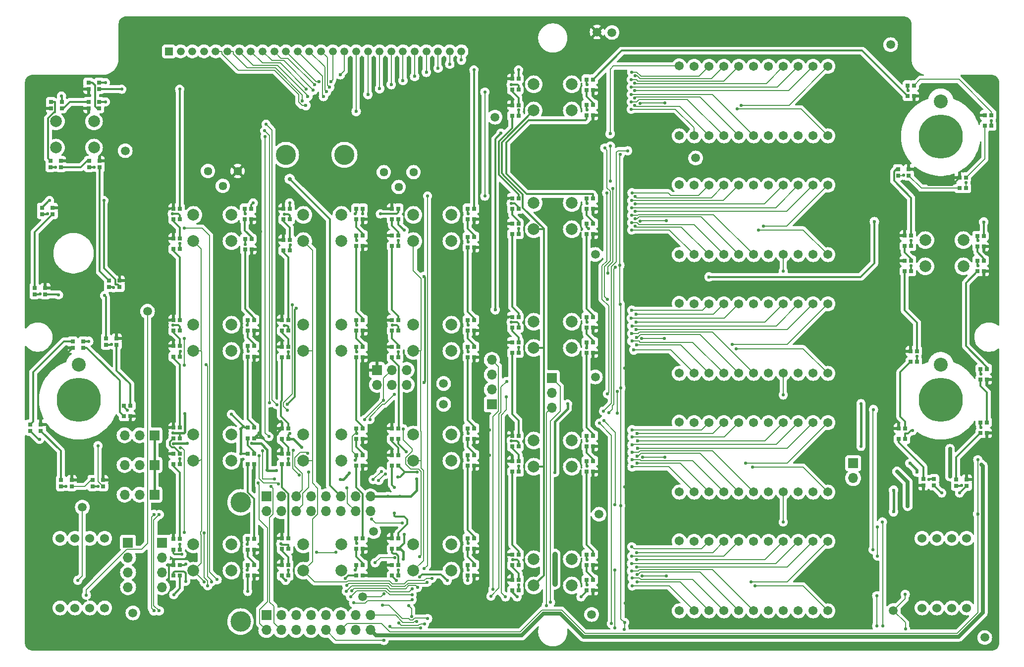
<source format=gbr>
%TF.GenerationSoftware,KiCad,Pcbnew,8.0.5*%
%TF.CreationDate,2024-10-17T21:28:36-06:00*%
%TF.ProjectId,UFC_Main,5546435f-4d61-4696-9e2e-6b696361645f,6.2.0*%
%TF.SameCoordinates,Original*%
%TF.FileFunction,Copper,L1,Top*%
%TF.FilePolarity,Positive*%
%FSLAX46Y46*%
G04 Gerber Fmt 4.6, Leading zero omitted, Abs format (unit mm)*
G04 Created by KiCad (PCBNEW 8.0.5) date 2024-10-17 21:28:36*
%MOMM*%
%LPD*%
G01*
G04 APERTURE LIST*
%TA.AperFunction,WasherPad*%
%ADD10C,7.540752*%
%TD*%
%TA.AperFunction,WasherPad*%
%ADD11C,2.381250*%
%TD*%
%TA.AperFunction,ComponentPad*%
%ADD12C,1.500000*%
%TD*%
%TA.AperFunction,ComponentPad*%
%ADD13C,1.524000*%
%TD*%
%TA.AperFunction,ComponentPad*%
%ADD14C,1.544000*%
%TD*%
%TA.AperFunction,ComponentPad*%
%ADD15C,3.435000*%
%TD*%
%TA.AperFunction,ComponentPad*%
%ADD16R,1.337000X1.337000*%
%TD*%
%TA.AperFunction,ComponentPad*%
%ADD17C,1.337000*%
%TD*%
%TA.AperFunction,SMDPad,CuDef*%
%ADD18R,0.700000X0.700000*%
%TD*%
%TA.AperFunction,ComponentPad*%
%ADD19C,2.000000*%
%TD*%
%TA.AperFunction,ComponentPad*%
%ADD20R,1.700000X1.700000*%
%TD*%
%TA.AperFunction,ComponentPad*%
%ADD21O,1.700000X1.700000*%
%TD*%
%TA.AperFunction,ComponentPad*%
%ADD22C,3.500000*%
%TD*%
%TA.AperFunction,ComponentPad*%
%ADD23C,1.440000*%
%TD*%
%TA.AperFunction,ViaPad*%
%ADD24C,0.600000*%
%TD*%
%TA.AperFunction,ViaPad*%
%ADD25C,0.550000*%
%TD*%
%TA.AperFunction,ViaPad*%
%ADD26C,0.731520*%
%TD*%
%TA.AperFunction,Conductor*%
%ADD27C,0.203200*%
%TD*%
%TA.AperFunction,Conductor*%
%ADD28C,0.304800*%
%TD*%
%TA.AperFunction,Conductor*%
%ADD29C,0.914400*%
%TD*%
%TA.AperFunction,Conductor*%
%ADD30C,0.457200*%
%TD*%
%TA.AperFunction,Conductor*%
%ADD31C,0.305000*%
%TD*%
%TA.AperFunction,Conductor*%
%ADD32C,0.635000*%
%TD*%
G04 APERTURE END LIST*
D10*
%TO.P,POT1,*%
%TO.N,*%
X9919560Y43657200D03*
D11*
X9919560Y49657200D03*
%TD*%
D10*
%TO.P,POT3,*%
%TO.N,*%
X157239560Y88741200D03*
D11*
X157239560Y94741200D03*
%TD*%
D10*
%TO.P,POT2,*%
%TO.N,*%
X157239560Y43657200D03*
D11*
X157239560Y49657200D03*
%TD*%
D12*
%TO.P,TP1,1,1*%
%TO.N,+5V*%
X98513200Y106605200D03*
%TD*%
%TO.P,TP2,1,1*%
%TO.N,GND*%
X101053200Y106520700D03*
%TD*%
D13*
%TO.P,DS7,1*%
%TO.N,/C1_SEG4*%
X6725560Y8051200D03*
%TO.P,DS7,2*%
%TO.N,/C1_SEG3*%
X9265560Y8051200D03*
%TO.P,DS7,3*%
%TO.N,/C1_SEG2*%
X11805560Y8051200D03*
%TO.P,DS7,4*%
%TO.N,/C1_SEG1*%
X14345560Y8051200D03*
%TO.P,DS7,5*%
%TO.N,/C1_GRID4*%
X14345560Y19951200D03*
%TO.P,DS7,6*%
%TO.N,/C1_GRID3*%
X11805560Y19951200D03*
%TO.P,DS7,7*%
%TO.N,/C1_GRID2*%
X9265560Y19951200D03*
%TO.P,DS7,8*%
%TO.N,/C1_GRID1*%
X6725560Y19951200D03*
%TD*%
%TO.P,DS8,1*%
%TO.N,/C_SEG4*%
X154045560Y8051200D03*
%TO.P,DS8,2*%
%TO.N,/C_SEG3*%
X156585560Y8051200D03*
%TO.P,DS8,3*%
%TO.N,/C_SEG2*%
X159125560Y8051200D03*
%TO.P,DS8,4*%
%TO.N,/C_SEG1*%
X161665560Y8051200D03*
%TO.P,DS8,5*%
%TO.N,/C_GRID4*%
X161665560Y19951200D03*
%TO.P,DS8,6*%
%TO.N,/C_GRID3*%
X159125560Y19951200D03*
%TO.P,DS8,7*%
%TO.N,/C_GRID2*%
X156585560Y19951200D03*
%TO.P,DS8,8*%
%TO.N,/C_GRID1*%
X154045560Y19951200D03*
%TD*%
D14*
%TO.P,DS2,1,DIG1*%
%TO.N,/OP1D1*%
X112562560Y88831200D03*
%TO.P,DS2,2,D*%
%TO.N,/1D*%
X115102560Y88831200D03*
%TO.P,DS2,3,E*%
%TO.N,/1E*%
X117642560Y88831200D03*
%TO.P,DS2,4,F*%
%TO.N,/1F*%
X120182560Y88831200D03*
%TO.P,DS2,5,G*%
%TO.N,/1G*%
X122722560Y88831200D03*
%TO.P,DS2,6,H*%
%TO.N,/1H*%
X125262560Y88831200D03*
%TO.P,DS2,7,P*%
%TO.N,/1P*%
X127802560Y88831200D03*
%TO.P,DS2,8,C5/D5*%
%TO.N,/1DP*%
X130342560Y88831200D03*
%TO.P,DS2,9,N*%
%TO.N,/1N*%
X132882560Y88831200D03*
%TO.P,DS2,10,O*%
%TO.N,/1O*%
X135422560Y88831200D03*
%TO.P,DS2,11,DIG4*%
%TO.N,/OP1D4*%
X137962560Y88831200D03*
%TO.P,DS2,12,DIG3*%
%TO.N,/OP1D3*%
X137962560Y100731200D03*
%TO.P,DS2,13,I*%
%TO.N,/1I*%
X135422560Y100731200D03*
%TO.P,DS2,14,J*%
%TO.N,/1J*%
X132882560Y100731200D03*
%TO.P,DS2,15,K*%
%TO.N,/1K*%
X130342560Y100731200D03*
%TO.P,DS2,16,L*%
%TO.N,/1L*%
X127802560Y100731200D03*
%TO.P,DS2,17,M*%
%TO.N,/1M*%
X125262560Y100731200D03*
%TO.P,DS2,18,C*%
%TO.N,/1C*%
X122722560Y100731200D03*
%TO.P,DS2,19,B*%
%TO.N,/1B*%
X120182560Y100731200D03*
%TO.P,DS2,20,A*%
%TO.N,/1A*%
X117642560Y100731200D03*
%TO.P,DS2,21,DIG2*%
%TO.N,/OP1D2*%
X115102560Y100731200D03*
%TO.P,DS2,22,DIG5*%
%TO.N,/OP1D5*%
X112557560Y100781200D03*
%TD*%
%TO.P,DS3,1,DIG1*%
%TO.N,/OP2D1*%
X112562560Y68511200D03*
%TO.P,DS3,2,D*%
%TO.N,/2D*%
X115102560Y68511200D03*
%TO.P,DS3,3,E*%
%TO.N,/2E*%
X117642560Y68511200D03*
%TO.P,DS3,4,F*%
%TO.N,/2F*%
X120182560Y68511200D03*
%TO.P,DS3,5,G*%
%TO.N,/2G*%
X122722560Y68511200D03*
%TO.P,DS3,6,H*%
%TO.N,/2H*%
X125262560Y68511200D03*
%TO.P,DS3,7,P*%
%TO.N,/2P*%
X127802560Y68511200D03*
%TO.P,DS3,8,C5/D5*%
%TO.N,/2DP*%
X130342560Y68511200D03*
%TO.P,DS3,9,N*%
%TO.N,/2N*%
X132882560Y68511200D03*
%TO.P,DS3,10,O*%
%TO.N,/2O*%
X135422560Y68511200D03*
%TO.P,DS3,11,DIG4*%
%TO.N,/OP2D4*%
X137962560Y68511200D03*
%TO.P,DS3,12,DIG3*%
%TO.N,/OP2D3*%
X137962560Y80411200D03*
%TO.P,DS3,13,I*%
%TO.N,/2I*%
X135422560Y80411200D03*
%TO.P,DS3,14,J*%
%TO.N,/2J*%
X132882560Y80411200D03*
%TO.P,DS3,15,K*%
%TO.N,/2K*%
X130342560Y80411200D03*
%TO.P,DS3,16,L*%
%TO.N,/2L*%
X127802560Y80411200D03*
%TO.P,DS3,17,M*%
%TO.N,/2M*%
X125262560Y80411200D03*
%TO.P,DS3,18,C*%
%TO.N,/2C*%
X122722560Y80411200D03*
%TO.P,DS3,19,B*%
%TO.N,/2B*%
X120182560Y80411200D03*
%TO.P,DS3,20,A*%
%TO.N,/2A*%
X117642560Y80411200D03*
%TO.P,DS3,21,DIG2*%
%TO.N,/OP2D2*%
X115102560Y80411200D03*
%TO.P,DS3,22,DIG5*%
%TO.N,/OP2D5*%
X112557560Y80461200D03*
%TD*%
%TO.P,DS4,1,DIG1*%
%TO.N,/OP3D1*%
X112562560Y48191200D03*
%TO.P,DS4,2,D*%
%TO.N,/3D*%
X115102560Y48191200D03*
%TO.P,DS4,3,E*%
%TO.N,/3E*%
X117642560Y48191200D03*
%TO.P,DS4,4,F*%
%TO.N,/3F*%
X120182560Y48191200D03*
%TO.P,DS4,5,G*%
%TO.N,/3G*%
X122722560Y48191200D03*
%TO.P,DS4,6,H*%
%TO.N,/3H*%
X125262560Y48191200D03*
%TO.P,DS4,7,P*%
%TO.N,/3P*%
X127802560Y48191200D03*
%TO.P,DS4,8,C5/D5*%
%TO.N,/3DP*%
X130342560Y48191200D03*
%TO.P,DS4,9,N*%
%TO.N,/3N*%
X132882560Y48191200D03*
%TO.P,DS4,10,O*%
%TO.N,/3O*%
X135422560Y48191200D03*
%TO.P,DS4,11,DIG4*%
%TO.N,/OP3D4*%
X137962560Y48191200D03*
%TO.P,DS4,12,DIG3*%
%TO.N,/OP3D3*%
X137962560Y60091200D03*
%TO.P,DS4,13,I*%
%TO.N,/3I*%
X135422560Y60091200D03*
%TO.P,DS4,14,J*%
%TO.N,/3J*%
X132882560Y60091200D03*
%TO.P,DS4,15,K*%
%TO.N,/3K*%
X130342560Y60091200D03*
%TO.P,DS4,16,L*%
%TO.N,/3L*%
X127802560Y60091200D03*
%TO.P,DS4,17,M*%
%TO.N,/3M*%
X125262560Y60091200D03*
%TO.P,DS4,18,C*%
%TO.N,/3C*%
X122722560Y60091200D03*
%TO.P,DS4,19,B*%
%TO.N,/3B*%
X120182560Y60091200D03*
%TO.P,DS4,20,A*%
%TO.N,/3A*%
X117642560Y60091200D03*
%TO.P,DS4,21,DIG2*%
%TO.N,/OP3D2*%
X115102560Y60091200D03*
%TO.P,DS4,22,DIG5*%
%TO.N,/OP3D5*%
X112557560Y60141200D03*
%TD*%
%TO.P,DS5,1,DIG1*%
%TO.N,/OP4D1*%
X112562560Y27871200D03*
%TO.P,DS5,2,D*%
%TO.N,/4D*%
X115102560Y27871200D03*
%TO.P,DS5,3,E*%
%TO.N,/4E*%
X117642560Y27871200D03*
%TO.P,DS5,4,F*%
%TO.N,/4F*%
X120182560Y27871200D03*
%TO.P,DS5,5,G*%
%TO.N,/4G*%
X122722560Y27871200D03*
%TO.P,DS5,6,H*%
%TO.N,/4H*%
X125262560Y27871200D03*
%TO.P,DS5,7,P*%
%TO.N,/4P*%
X127802560Y27871200D03*
%TO.P,DS5,8,C5/D5*%
%TO.N,/4DP*%
X130342560Y27871200D03*
%TO.P,DS5,9,N*%
%TO.N,/4N*%
X132882560Y27871200D03*
%TO.P,DS5,10,O*%
%TO.N,/4O*%
X135422560Y27871200D03*
%TO.P,DS5,11,DIG4*%
%TO.N,/OP4D4*%
X137962560Y27871200D03*
%TO.P,DS5,12,DIG3*%
%TO.N,/OP4D3*%
X137962560Y39771200D03*
%TO.P,DS5,13,I*%
%TO.N,/4I*%
X135422560Y39771200D03*
%TO.P,DS5,14,J*%
%TO.N,/4J*%
X132882560Y39771200D03*
%TO.P,DS5,15,K*%
%TO.N,/4K*%
X130342560Y39771200D03*
%TO.P,DS5,16,L*%
%TO.N,/4L*%
X127802560Y39771200D03*
%TO.P,DS5,17,M*%
%TO.N,/4M*%
X125262560Y39771200D03*
%TO.P,DS5,18,C*%
%TO.N,/4C*%
X122722560Y39771200D03*
%TO.P,DS5,19,B*%
%TO.N,/4B*%
X120182560Y39771200D03*
%TO.P,DS5,20,A*%
%TO.N,/4A*%
X117642560Y39771200D03*
%TO.P,DS5,21,DIG2*%
%TO.N,/OP4D2*%
X115102560Y39771200D03*
%TO.P,DS5,22,DIG5*%
%TO.N,/OP4D5*%
X112557560Y39821200D03*
%TD*%
%TO.P,DS6,1,DIG1*%
%TO.N,/OP5D1*%
X112562560Y7551200D03*
%TO.P,DS6,2,D*%
%TO.N,/5D*%
X115102560Y7551200D03*
%TO.P,DS6,3,E*%
%TO.N,/5E*%
X117642560Y7551200D03*
%TO.P,DS6,4,F*%
%TO.N,/5F*%
X120182560Y7551200D03*
%TO.P,DS6,5,G*%
%TO.N,/5G*%
X122722560Y7551200D03*
%TO.P,DS6,6,H*%
%TO.N,/5H*%
X125262560Y7551200D03*
%TO.P,DS6,7,P*%
%TO.N,/5P*%
X127802560Y7551200D03*
%TO.P,DS6,8,C5/D5*%
%TO.N,/5DP*%
X130342560Y7551200D03*
%TO.P,DS6,9,N*%
%TO.N,/5N*%
X132882560Y7551200D03*
%TO.P,DS6,10,O*%
%TO.N,/5O*%
X135422560Y7551200D03*
%TO.P,DS6,11,DIG4*%
%TO.N,/OP5D4*%
X137962560Y7551200D03*
%TO.P,DS6,12,DIG3*%
%TO.N,/OP5D3*%
X137962560Y19451200D03*
%TO.P,DS6,13,I*%
%TO.N,/5I*%
X135422560Y19451200D03*
%TO.P,DS6,14,J*%
%TO.N,/5J*%
X132882560Y19451200D03*
%TO.P,DS6,15,K*%
%TO.N,/5K*%
X130342560Y19451200D03*
%TO.P,DS6,16,L*%
%TO.N,/5L*%
X127802560Y19451200D03*
%TO.P,DS6,17,M*%
%TO.N,/5M*%
X125262560Y19451200D03*
%TO.P,DS6,18,C*%
%TO.N,/5C*%
X122722560Y19451200D03*
%TO.P,DS6,19,B*%
%TO.N,/5B*%
X120182560Y19451200D03*
%TO.P,DS6,20,A*%
%TO.N,/5A*%
X117642560Y19451200D03*
%TO.P,DS6,21,DIG2*%
%TO.N,/OP5D2*%
X115102560Y19451200D03*
%TO.P,DS6,22,DIG5*%
%TO.N,/OP5D5*%
X112557560Y19501200D03*
%TD*%
D15*
%TO.P,BL1,1,K*%
%TO.N,Net-(BL1-K)*%
X45338560Y85578200D03*
%TO.P,BL1,2,A*%
%TO.N,Net-(BL1-A)*%
X55338560Y85578200D03*
%TD*%
D16*
%TO.P,DS1,1,COM1*%
%TO.N,/COM0*%
X25336560Y103282200D03*
D17*
%TO.P,DS1,2,COM2*%
%TO.N,/COM1*%
X27336560Y103282200D03*
%TO.P,DS1,3,COM3*%
%TO.N,/COM2*%
X29336560Y103282200D03*
%TO.P,DS1,4,COM4*%
%TO.N,/COM3*%
X31336560Y103282200D03*
%TO.P,DS1,5,9D1/9E/9F/9A1*%
%TO.N,/SEG0*%
X33336560Y103282200D03*
%TO.P,DS1,6,9K/9G1/9H/9I*%
%TO.N,/SEG1*%
X35336560Y103282200D03*
%TO.P,DS1,7,9L/9M/9G2/9J*%
%TO.N,/SEG2*%
X37336560Y103282200D03*
%TO.P,DS1,8,9D2/9C/9B/9A2*%
%TO.N,/SEG3*%
X39336560Y103282200D03*
%TO.P,DS1,9,8D1/8E/8F/8A1*%
%TO.N,/SEG4*%
X41336560Y103282200D03*
%TO.P,DS1,10,8K/8G1/8H/8I*%
%TO.N,/SEG5*%
X43336560Y103282200D03*
%TO.P,DS1,11,8L/8M/8G2/8J*%
%TO.N,/SEG6*%
X45336560Y103282200D03*
%TO.P,DS1,12,8D2/8C/8B/8A2*%
%TO.N,/SEG7*%
X47336560Y103282200D03*
%TO.P,DS1,13,7E/7F/7A*%
%TO.N,/SEG8*%
X49336560Y103282200D03*
%TO.P,DS1,14,7D/7C/7G/7B*%
%TO.N,/SEG9*%
X51336560Y103282200D03*
%TO.P,DS1,15,6E/6F/6A*%
%TO.N,/SEG10*%
X53336560Y103282200D03*
%TO.P,DS1,16,6D/6C/6G/6B*%
%TO.N,/SEG11*%
X55336560Y103282200D03*
%TO.P,DS1,17,5E/5F/5A*%
%TO.N,/SEG12*%
X57336560Y103282200D03*
%TO.P,DS1,18,5D/5C/5G/5B*%
%TO.N,/SEG13*%
X59336560Y103282200D03*
%TO.P,DS1,19,4E/4F/4A*%
%TO.N,/SEG14*%
X61336560Y103282200D03*
%TO.P,DS1,20,4D/4C/4G/4B*%
%TO.N,/SEG15*%
X63336560Y103282200D03*
%TO.P,DS1,21,3E/3F/3A*%
%TO.N,/SEG16*%
X65336560Y103282200D03*
%TO.P,DS1,22,3D/3C/3G/3B*%
%TO.N,/SEG17*%
X67336560Y103282200D03*
%TO.P,DS1,23,2E/2F/2A*%
%TO.N,/SEG18*%
X69336560Y103282200D03*
%TO.P,DS1,24,2D/2C/2G/2B*%
%TO.N,/SEG19*%
X71336560Y103282200D03*
%TO.P,DS1,25,1E/1F/1A*%
%TO.N,/SEG20*%
X73336560Y103282200D03*
%TO.P,DS1,26,1D/1C/1G/1B*%
%TO.N,/SEG21*%
X75336560Y103282200D03*
%TD*%
D18*
%TO.P,D30,1,DOUT*%
%TO.N,Net-(D30-DOUT)*%
X39412000Y76380200D03*
%TO.P,D30,2,GND*%
%TO.N,GND*%
X38312000Y76380200D03*
%TO.P,D30,3,DIN*%
%TO.N,Net-(D29-DOUT)*%
X38312000Y74550200D03*
%TO.P,D30,4,VSS*%
%TO.N,+5V*%
X39412000Y74550200D03*
%TD*%
%TO.P,D13,1,DOUT*%
%TO.N,Net-(D13-DOUT)*%
X13415000Y93550000D03*
%TO.P,D13,2,GND*%
%TO.N,GND*%
X13415000Y94650000D03*
%TO.P,D13,3,DIN*%
%TO.N,Net-(D12-DOUT)*%
X11585000Y94650000D03*
%TO.P,D13,4,VSS*%
%TO.N,+5V*%
X11585000Y93550000D03*
%TD*%
%TO.P,D44,1,DOUT*%
%TO.N,/BL_DATA6*%
X58462000Y19992200D03*
%TO.P,D44,2,GND*%
%TO.N,GND*%
X57362000Y19992200D03*
%TO.P,D44,3,DIN*%
%TO.N,Net-(D43-DOUT)*%
X57362000Y18162200D03*
%TO.P,D44,4,VSS*%
%TO.N,+5V*%
X58462000Y18162200D03*
%TD*%
D19*
%TO.P,SW4,1,1*%
%TO.N,Net-(D73-K)*%
X87695560Y77339200D03*
%TO.P,SW4,2,2*%
%TO.N,unconnected-(SW4-Pad2)*%
X94195560Y77339200D03*
%TO.P,SW4,3,3*%
%TO.N,/COL3*%
X87695560Y72839200D03*
%TO.P,SW4,4,4*%
%TO.N,unconnected-(SW4-Pad4)*%
X94195560Y72839200D03*
%TD*%
D18*
%TO.P,D57,1,DOUT*%
%TO.N,Net-(D57-DOUT)*%
X63458000Y18162200D03*
%TO.P,D57,2,GND*%
%TO.N,GND*%
X64558000Y18162200D03*
%TO.P,D57,3,DIN*%
%TO.N,Net-(D56-DOUT)*%
X64558000Y19992200D03*
%TO.P,D57,4,VSS*%
%TO.N,+5V*%
X63458000Y19992200D03*
%TD*%
%TO.P,D99,1,DOUT*%
%TO.N,Net-(D100-DIN)*%
X97832000Y53520200D03*
%TO.P,D99,2,GND*%
%TO.N,GND*%
X96732000Y53520200D03*
%TO.P,D99,3,DIN*%
%TO.N,Net-(D98-DOUT)*%
X96732000Y51690200D03*
%TO.P,D99,4,VSS*%
%TO.N,+5V*%
X97832000Y51690200D03*
%TD*%
%TO.P,D67,1,DOUT*%
%TO.N,Net-(D67-DOUT)*%
X83990000Y96749200D03*
%TO.P,D67,2,GND*%
%TO.N,GND*%
X85090000Y96749200D03*
%TO.P,D67,3,DIN*%
%TO.N,Net-(D66-DOUT)*%
X85090000Y98579200D03*
%TO.P,D67,4,VSS*%
%TO.N,+5V*%
X83990000Y98579200D03*
%TD*%
%TO.P,D1,1,DOUT*%
%TO.N,Net-(D1-DOUT)*%
X12285000Y29950000D03*
%TO.P,D1,2,GND*%
%TO.N,GND*%
X12285000Y28850000D03*
%TO.P,D1,3,DIN*%
%TO.N,PNL_BL*%
X14115000Y28850000D03*
%TO.P,D1,4,VSS*%
%TO.N,+5V*%
X14115000Y29950000D03*
%TD*%
%TO.P,D17,1,DOUT*%
%TO.N,Net-(D17-DOUT)*%
X26120000Y55500200D03*
%TO.P,D17,2,GND*%
%TO.N,GND*%
X27220000Y55500200D03*
%TO.P,D17,3,DIN*%
%TO.N,/BL_DATA3*%
X27220000Y57330200D03*
%TO.P,D17,4,VSS*%
%TO.N,+5V*%
X26120000Y57330200D03*
%TD*%
%TO.P,D9,1,DOUT*%
%TO.N,Net-(D10-DIN)*%
X15087000Y64077200D03*
%TO.P,D9,2,GND*%
%TO.N,GND*%
X15087000Y62977200D03*
%TO.P,D9,3,DIN*%
%TO.N,/BL_DATA2*%
X16917000Y62977200D03*
%TO.P,D9,4,VSS*%
%TO.N,+5V*%
X16917000Y64077200D03*
%TD*%
%TO.P,D52,1,DOUT*%
%TO.N,/BL_DATA7*%
X63458000Y69978200D03*
%TO.P,D52,2,GND*%
%TO.N,GND*%
X64558000Y69978200D03*
%TO.P,D52,3,DIN*%
%TO.N,Net-(D51-DOUT)*%
X64558000Y71808200D03*
%TO.P,D52,4,VSS*%
%TO.N,+5V*%
X63458000Y71808200D03*
%TD*%
%TO.P,D62,1,DOUT*%
%TO.N,Net-(D62-DOUT)*%
X77512000Y38788200D03*
%TO.P,D62,2,GND*%
%TO.N,GND*%
X76412000Y38788200D03*
%TO.P,D62,3,DIN*%
%TO.N,Net-(D61-DOUT)*%
X76412000Y36958200D03*
%TO.P,D62,4,VSS*%
%TO.N,+5V*%
X77512000Y36958200D03*
%TD*%
%TO.P,D111,1,DOUT*%
%TO.N,Net-(D111-DOUT)*%
X152104000Y50166200D03*
%TO.P,D111,2,GND*%
%TO.N,GND*%
X153204000Y50166200D03*
%TO.P,D111,3,DIN*%
%TO.N,Net-(D110-DOUT)*%
X153204000Y51996200D03*
%TO.P,D111,4,VSS*%
%TO.N,+5V*%
X152104000Y51996200D03*
%TD*%
%TO.P,D14,1,DOUT*%
%TO.N,Net-(D14-DOUT)*%
X13415000Y96850000D03*
%TO.P,D14,2,GND*%
%TO.N,GND*%
X13415000Y97950000D03*
%TO.P,D14,3,DIN*%
%TO.N,Net-(D13-DOUT)*%
X11585000Y97950000D03*
%TO.P,D14,4,VSS*%
%TO.N,+5V*%
X11585000Y96850000D03*
%TD*%
%TO.P,D27,1,DOUT*%
%TO.N,Net-(D27-DOUT)*%
X39920000Y52885200D03*
%TO.P,D27,2,GND*%
%TO.N,GND*%
X38820000Y52885200D03*
%TO.P,D27,3,DIN*%
%TO.N,Net-(D26-DOUT)*%
X38820000Y51055200D03*
%TO.P,D27,4,VSS*%
%TO.N,+5V*%
X39920000Y51055200D03*
%TD*%
%TO.P,D54,1,DOUT*%
%TO.N,Net-(D54-DOUT)*%
X63458000Y50928200D03*
%TO.P,D54,2,GND*%
%TO.N,GND*%
X64558000Y50928200D03*
%TO.P,D54,3,DIN*%
%TO.N,Net-(D53-DOUT)*%
X64558000Y52758200D03*
%TO.P,D54,4,VSS*%
%TO.N,+5V*%
X63458000Y52758200D03*
%TD*%
D19*
%TO.P,SW12,1,1*%
%TO.N,Net-(D81-K)*%
X87695560Y36699200D03*
%TO.P,SW12,2,2*%
%TO.N,unconnected-(SW12-Pad2)*%
X94195560Y36699200D03*
%TO.P,SW12,3,3*%
%TO.N,/COL3*%
X87695560Y32199200D03*
%TO.P,SW12,4,4*%
%TO.N,unconnected-(SW12-Pad4)*%
X94195560Y32199200D03*
%TD*%
D18*
%TO.P,D46,1,DOUT*%
%TO.N,Net-(D46-DOUT)*%
X58462000Y38788200D03*
%TO.P,D46,2,GND*%
%TO.N,GND*%
X57362000Y38788200D03*
%TO.P,D46,3,DIN*%
%TO.N,Net-(D45-DOUT)*%
X57362000Y36958200D03*
%TO.P,D46,4,VSS*%
%TO.N,+5V*%
X58462000Y36958200D03*
%TD*%
%TO.P,D2,1,DOUT*%
%TO.N,Net-(D2-DOUT)*%
X6885000Y29950000D03*
%TO.P,D2,2,GND*%
%TO.N,GND*%
X6885000Y28850000D03*
%TO.P,D2,3,DIN*%
%TO.N,Net-(D1-DOUT)*%
X8715000Y28850000D03*
%TO.P,D2,4,VSS*%
%TO.N,+5V*%
X8715000Y29950000D03*
%TD*%
%TO.P,D91,1,DOUT*%
%TO.N,Net-(D91-DOUT)*%
X83990000Y35688200D03*
%TO.P,D91,2,GND*%
%TO.N,GND*%
X85090000Y35688200D03*
%TO.P,D91,3,DIN*%
%TO.N,Net-(D90-DOUT)*%
X85090000Y37518200D03*
%TO.P,D91,4,VSS*%
%TO.N,+5V*%
X83990000Y37518200D03*
%TD*%
%TO.P,D109,1,DOUT*%
%TO.N,/BL_DATA12*%
X151088000Y69978200D03*
%TO.P,D109,2,GND*%
%TO.N,GND*%
X152188000Y69978200D03*
%TO.P,D109,3,DIN*%
%TO.N,Net-(D108-DOUT)*%
X152188000Y71808200D03*
%TO.P,D109,4,VSS*%
%TO.N,+5V*%
X151088000Y71808200D03*
%TD*%
D12*
%TO.P,TP12,1,1*%
%TO.N,CUE_CLK*%
X81060000Y92025000D03*
%TD*%
D18*
%TO.P,D63,1,DOUT*%
%TO.N,Net-(D63-DOUT)*%
X77512000Y52758200D03*
%TO.P,D63,2,GND*%
%TO.N,GND*%
X76412000Y52758200D03*
%TO.P,D63,3,DIN*%
%TO.N,Net-(D62-DOUT)*%
X76412000Y50928200D03*
%TO.P,D63,4,VSS*%
%TO.N,+5V*%
X77512000Y50928200D03*
%TD*%
D19*
%TO.P,SW11,1,1*%
%TO.N,Net-(D80-K)*%
X67121561Y37715200D03*
%TO.P,SW11,2,2*%
%TO.N,unconnected-(SW11-Pad2)*%
X73621561Y37715200D03*
%TO.P,SW11,3,3*%
%TO.N,/COL2*%
X67121561Y33215200D03*
%TO.P,SW11,4,4*%
%TO.N,unconnected-(SW11-Pad4)*%
X73621561Y33215200D03*
%TD*%
D12*
%TO.P,TP10,1,1*%
%TO.N,GND*%
X17868200Y86285200D03*
%TD*%
%TO.P,TP18,1,1*%
%TO.N,OP4_CLK*%
X98840000Y24080000D03*
%TD*%
D18*
%TO.P,D45,1,DOUT*%
%TO.N,Net-(D45-DOUT)*%
X58462000Y34216200D03*
%TO.P,D45,2,GND*%
%TO.N,GND*%
X57362000Y34216200D03*
%TO.P,D45,3,DIN*%
%TO.N,/BL_DATA6*%
X57362000Y32386200D03*
%TO.P,D45,4,VSS*%
%TO.N,+5V*%
X58462000Y32386200D03*
%TD*%
%TO.P,D49,1,DOUT*%
%TO.N,Net-(D49-DOUT)*%
X58462000Y71808200D03*
%TO.P,D49,2,GND*%
%TO.N,GND*%
X57362000Y71808200D03*
%TO.P,D49,3,DIN*%
%TO.N,Net-(D48-DOUT)*%
X57362000Y69978200D03*
%TO.P,D49,4,VSS*%
%TO.N,+5V*%
X58462000Y69978200D03*
%TD*%
%TO.P,D113,1,DOUT*%
%TO.N,Net-(D113-DOUT)*%
X156109000Y28983200D03*
%TO.P,D113,2,GND*%
%TO.N,GND*%
X156109000Y30083200D03*
%TO.P,D113,3,DIN*%
%TO.N,Net-(D112-DOUT)*%
X154279000Y30083200D03*
%TO.P,D113,4,VSS*%
%TO.N,+5V*%
X154279000Y28983200D03*
%TD*%
D19*
%TO.P,SW5,1,1*%
%TO.N,Net-(D74-K)*%
X29529560Y56511204D03*
%TO.P,SW5,2,2*%
%TO.N,unconnected-(SW5-Pad2)*%
X36029560Y56511204D03*
%TO.P,SW5,3,3*%
%TO.N,/COL0*%
X29529560Y52011204D03*
%TO.P,SW5,4,4*%
%TO.N,unconnected-(SW5-Pad4)*%
X36029560Y52011204D03*
%TD*%
D12*
%TO.P,TP13,1,1*%
%TO.N,OP1_CLK*%
X115350000Y85040000D03*
%TD*%
%TO.P,TP16,1,1*%
%TO.N,COM2_CLK*%
X149140000Y7600000D03*
%TD*%
D18*
%TO.P,D33,1,DOUT*%
%TO.N,Net-(D33-DOUT)*%
X44662000Y55500200D03*
%TO.P,D33,2,GND*%
%TO.N,GND*%
X45762000Y55500200D03*
%TO.P,D33,3,DIN*%
%TO.N,/BL_DATA5*%
X45762000Y57330200D03*
%TO.P,D33,4,VSS*%
%TO.N,+5V*%
X44662000Y57330200D03*
%TD*%
%TO.P,D26,1,DOUT*%
%TO.N,Net-(D26-DOUT)*%
X39920000Y38915200D03*
%TO.P,D26,2,GND*%
%TO.N,GND*%
X38820000Y38915200D03*
%TO.P,D26,3,DIN*%
%TO.N,Net-(D25-DOUT)*%
X38820000Y37085200D03*
%TO.P,D26,4,VSS*%
%TO.N,+5V*%
X39920000Y37085200D03*
%TD*%
%TO.P,D97,1,DOUT*%
%TO.N,Net-(D97-DOUT)*%
X97832000Y33200200D03*
%TO.P,D97,2,GND*%
%TO.N,GND*%
X96732000Y33200200D03*
%TO.P,D97,3,DIN*%
%TO.N,Net-(D96-DOUT)*%
X96732000Y31370200D03*
%TO.P,D97,4,VSS*%
%TO.N,+5V*%
X97832000Y31370200D03*
%TD*%
%TO.P,D101,1,DOUT*%
%TO.N,/BL_DATA11*%
X97832000Y73840200D03*
%TO.P,D101,2,GND*%
%TO.N,GND*%
X96732000Y73840200D03*
%TO.P,D101,3,DIN*%
%TO.N,Net-(D100-DOUT)*%
X96732000Y72010200D03*
%TO.P,D101,4,VSS*%
%TO.N,+5V*%
X97832000Y72010200D03*
%TD*%
%TO.P,D50,1,DOUT*%
%TO.N,Net-(D50-DOUT)*%
X58462000Y76380200D03*
%TO.P,D50,2,GND*%
%TO.N,GND*%
X57362000Y76380200D03*
%TO.P,D50,3,DIN*%
%TO.N,Net-(D49-DOUT)*%
X57362000Y74550200D03*
%TO.P,D50,4,VSS*%
%TO.N,+5V*%
X58462000Y74550200D03*
%TD*%
%TO.P,D41,1,DOUT*%
%TO.N,Net-(D41-DOUT)*%
X44662000Y18162200D03*
%TO.P,D41,2,GND*%
%TO.N,GND*%
X45762000Y18162200D03*
%TO.P,D41,3,DIN*%
%TO.N,Net-(D36-DOUT)*%
X45762000Y19992200D03*
%TO.P,D41,4,VSS*%
%TO.N,+5V*%
X44662000Y19992200D03*
%TD*%
%TO.P,D8,1,DOUT*%
%TO.N,/BL_DATA2*%
X3657000Y76523200D03*
%TO.P,D8,2,GND*%
%TO.N,GND*%
X3657000Y75423200D03*
%TO.P,D8,3,DIN*%
%TO.N,Net-(D7-DOUT)*%
X5487000Y75423200D03*
%TO.P,D8,4,VSS*%
%TO.N,+5V*%
X5487000Y76523200D03*
%TD*%
D19*
%TO.P,SW10,1,1*%
%TO.N,Net-(D79-K)*%
X48325562Y37715200D03*
%TO.P,SW10,2,2*%
%TO.N,unconnected-(SW10-Pad2)*%
X54825562Y37715200D03*
%TO.P,SW10,3,3*%
%TO.N,/COL1*%
X48325562Y33215200D03*
%TO.P,SW10,4,4*%
%TO.N,unconnected-(SW10-Pad4)*%
X54825562Y33215200D03*
%TD*%
%TO.P,SW9,1,1*%
%TO.N,Net-(D78-K)*%
X29529561Y37715200D03*
%TO.P,SW9,2,2*%
%TO.N,unconnected-(SW9-Pad2)*%
X36029561Y37715200D03*
%TO.P,SW9,3,3*%
%TO.N,/COL0*%
X29529561Y33215200D03*
%TO.P,SW9,4,4*%
%TO.N,unconnected-(SW9-Pad4)*%
X36029561Y33215200D03*
%TD*%
%TO.P,SW7,1,1*%
%TO.N,Net-(D76-K)*%
X67121560Y56511204D03*
%TO.P,SW7,2,2*%
%TO.N,unconnected-(SW7-Pad2)*%
X73621560Y56511204D03*
%TO.P,SW7,3,3*%
%TO.N,/COL2*%
X67121560Y52011204D03*
%TO.P,SW7,4,4*%
%TO.N,unconnected-(SW7-Pad4)*%
X73621560Y52011204D03*
%TD*%
D12*
%TO.P,TP7,1,1*%
%TO.N,GND*%
X164770000Y2980000D03*
%TD*%
D18*
%TO.P,D107,1,DOUT*%
%TO.N,Net-(D107-DOUT)*%
X160486000Y79884200D03*
%TO.P,D107,2,GND*%
%TO.N,GND*%
X161586000Y79884200D03*
%TO.P,D107,3,DIN*%
%TO.N,Net-(D106-DOUT)*%
X161586000Y81714200D03*
%TO.P,D107,4,VSS*%
%TO.N,+5V*%
X160486000Y81714200D03*
%TD*%
%TO.P,D10,1,DOUT*%
%TO.N,Net-(D10-DOUT)*%
X11685000Y84550000D03*
%TO.P,D10,2,GND*%
%TO.N,GND*%
X11685000Y83450000D03*
%TO.P,D10,3,DIN*%
%TO.N,Net-(D10-DIN)*%
X13515000Y83450000D03*
%TO.P,D10,4,VSS*%
%TO.N,+5V*%
X13515000Y84550000D03*
%TD*%
D19*
%TO.P,SW17,1,1*%
%TO.N,Net-(D69-K)*%
X87695560Y97659200D03*
%TO.P,SW17,2,2*%
%TO.N,unconnected-(SW17-Pad2)*%
X94195560Y97659200D03*
%TO.P,SW17,3,3*%
%TO.N,/COL3*%
X87695560Y93159200D03*
%TO.P,SW17,4,4*%
%TO.N,unconnected-(SW17-Pad4)*%
X94195560Y93159200D03*
%TD*%
D18*
%TO.P,D68,1,DOUT*%
%TO.N,/BL_DATA9*%
X83990000Y92229200D03*
%TO.P,D68,2,GND*%
%TO.N,GND*%
X85090000Y92229200D03*
%TO.P,D68,3,DIN*%
%TO.N,Net-(D67-DOUT)*%
X85090000Y94059200D03*
%TO.P,D68,4,VSS*%
%TO.N,+5V*%
X83990000Y94059200D03*
%TD*%
D19*
%TO.P,SW14,1,1*%
%TO.N,Net-(D83-K)*%
X48325562Y18919199D03*
%TO.P,SW14,2,2*%
%TO.N,unconnected-(SW14-Pad2)*%
X54825562Y18919199D03*
%TO.P,SW14,3,3*%
%TO.N,/COL1*%
X48325562Y14419199D03*
%TO.P,SW14,4,4*%
%TO.N,unconnected-(SW14-Pad4)*%
X54825562Y14419199D03*
%TD*%
D18*
%TO.P,D90,1,DOUT*%
%TO.N,Net-(D90-DOUT)*%
X83990000Y51690200D03*
%TO.P,D90,2,GND*%
%TO.N,GND*%
X85090000Y51690200D03*
%TO.P,D90,3,DIN*%
%TO.N,Net-(D89-DOUT)*%
X85090000Y53520200D03*
%TO.P,D90,4,VSS*%
%TO.N,+5V*%
X83990000Y53520200D03*
%TD*%
%TO.P,D11,1,DOUT*%
%TO.N,Net-(D11-DOUT)*%
X5085000Y84550000D03*
%TO.P,D11,2,GND*%
%TO.N,GND*%
X5085000Y83450000D03*
%TO.P,D11,3,DIN*%
%TO.N,Net-(D10-DOUT)*%
X6915000Y83450000D03*
%TO.P,D11,4,VSS*%
%TO.N,+5V*%
X6915000Y84550000D03*
%TD*%
%TO.P,D114,1,DOUT*%
%TO.N,Net-(D114-DOUT)*%
X159867000Y30041200D03*
%TO.P,D114,2,GND*%
%TO.N,GND*%
X159867000Y28941200D03*
%TO.P,D114,3,DIN*%
%TO.N,Net-(D113-DOUT)*%
X161697000Y28941200D03*
%TO.P,D114,4,VSS*%
%TO.N,+5V*%
X161697000Y30041200D03*
%TD*%
%TO.P,D5,1,DOUT*%
%TO.N,Net-(D5-DOUT)*%
X18774700Y42676700D03*
%TO.P,D5,2,GND*%
%TO.N,GND*%
X17674700Y42676700D03*
%TO.P,D5,3,DIN*%
%TO.N,Net-(D4-DOUT)*%
X17674700Y40846700D03*
%TO.P,D5,4,VSS*%
%TO.N,+5V*%
X18774700Y40846700D03*
%TD*%
D19*
%TO.P,SW1,1,1*%
%TO.N,Net-(D70-K)*%
X29529561Y75307201D03*
%TO.P,SW1,2,2*%
%TO.N,unconnected-(SW1-Pad2)*%
X36029561Y75307201D03*
%TO.P,SW1,3,3*%
%TO.N,/COL0*%
X29529561Y70807201D03*
%TO.P,SW1,4,4*%
%TO.N,unconnected-(SW1-Pad4)*%
X36029561Y70807201D03*
%TD*%
D18*
%TO.P,D105,1,DOUT*%
%TO.N,Net-(D105-DOUT)*%
X152696000Y97462200D03*
%TO.P,D105,2,GND*%
%TO.N,GND*%
X151596000Y97462200D03*
%TO.P,D105,3,DIN*%
%TO.N,Net-(D104-DOUT)*%
X151596000Y95632200D03*
%TO.P,D105,4,VSS*%
%TO.N,+5V*%
X152696000Y95632200D03*
%TD*%
%TO.P,D115,1,DOUT*%
%TO.N,Net-(D115-DOUT)*%
X165142000Y39804200D03*
%TO.P,D115,2,GND*%
%TO.N,GND*%
X164042000Y39804200D03*
%TO.P,D115,3,DIN*%
%TO.N,Net-(D114-DOUT)*%
X164042000Y37974200D03*
%TO.P,D115,4,VSS*%
%TO.N,+5V*%
X165142000Y37974200D03*
%TD*%
D19*
%TO.P,SW6,1,1*%
%TO.N,Net-(D75-K)*%
X48325562Y56511201D03*
%TO.P,SW6,2,2*%
%TO.N,unconnected-(SW6-Pad2)*%
X54825562Y56511201D03*
%TO.P,SW6,3,3*%
%TO.N,/COL1*%
X48325562Y52011201D03*
%TO.P,SW6,4,4*%
%TO.N,unconnected-(SW6-Pad4)*%
X54825562Y52011201D03*
%TD*%
D12*
%TO.P,TP11,1,1*%
%TO.N,DIO*%
X21680000Y58800000D03*
%TD*%
D19*
%TO.P,SW3,1,1*%
%TO.N,Net-(D72-K)*%
X67121561Y75307201D03*
%TO.P,SW3,2,2*%
%TO.N,unconnected-(SW3-Pad2)*%
X73621561Y75307201D03*
%TO.P,SW3,3,3*%
%TO.N,/COL2*%
X67121561Y70807201D03*
%TO.P,SW3,4,4*%
%TO.N,unconnected-(SW3-Pad4)*%
X73621561Y70807201D03*
%TD*%
D18*
%TO.P,D95,1,DOUT*%
%TO.N,Net-(D95-DOUT)*%
X97832000Y12880200D03*
%TO.P,D95,2,GND*%
%TO.N,GND*%
X96732000Y12880200D03*
%TO.P,D95,3,DIN*%
%TO.N,Net-(D94-DOUT)*%
X96732000Y11050200D03*
%TO.P,D95,4,VSS*%
%TO.N,+5V*%
X97832000Y11050200D03*
%TD*%
%TO.P,D92,1,DOUT*%
%TO.N,Net-(D92-DOUT)*%
X84032000Y31370200D03*
%TO.P,D92,2,GND*%
%TO.N,GND*%
X85132000Y31370200D03*
%TO.P,D92,3,DIN*%
%TO.N,Net-(D91-DOUT)*%
X85132000Y33200200D03*
%TO.P,D92,4,VSS*%
%TO.N,+5V*%
X84032000Y33200200D03*
%TD*%
D12*
%TO.P,TP17,1,1*%
%TO.N,OP3_CLK*%
X98205000Y47575000D03*
%TD*%
D18*
%TO.P,D28,1,DOUT*%
%TO.N,Net-(D28-DOUT)*%
X39920000Y57330200D03*
%TO.P,D28,2,GND*%
%TO.N,GND*%
X38820000Y57330200D03*
%TO.P,D28,3,DIN*%
%TO.N,Net-(D27-DOUT)*%
X38820000Y55500200D03*
%TO.P,D28,4,VSS*%
%TO.N,+5V*%
X39920000Y55500200D03*
%TD*%
%TO.P,D117,1,DOUT*%
%TO.N,KB_BL*%
X164592000Y71707200D03*
%TO.P,D117,2,GND*%
%TO.N,GND*%
X163492000Y71707200D03*
%TO.P,D117,3,DIN*%
%TO.N,Net-(D117-DIN)*%
X163492000Y69877200D03*
%TO.P,D117,4,VSS*%
%TO.N,+5V*%
X164592000Y69877200D03*
%TD*%
D19*
%TO.P,SW13,1,1*%
%TO.N,Net-(D82-K)*%
X29529561Y18919199D03*
%TO.P,SW13,2,2*%
%TO.N,unconnected-(SW13-Pad2)*%
X36029561Y18919199D03*
%TO.P,SW13,3,3*%
%TO.N,/COL0*%
X29529561Y14419199D03*
%TO.P,SW13,4,4*%
%TO.N,unconnected-(SW13-Pad4)*%
X36029561Y14419199D03*
%TD*%
D18*
%TO.P,D53,1,DOUT*%
%TO.N,Net-(D53-DOUT)*%
X63458000Y55500200D03*
%TO.P,D53,2,GND*%
%TO.N,GND*%
X64558000Y55500200D03*
%TO.P,D53,3,DIN*%
%TO.N,/BL_DATA7*%
X64558000Y57330200D03*
%TO.P,D53,4,VSS*%
%TO.N,+5V*%
X63458000Y57330200D03*
%TD*%
%TO.P,D22,1,DOUT*%
%TO.N,Net-(D22-DOUT)*%
X26120000Y13590200D03*
%TO.P,D22,2,GND*%
%TO.N,GND*%
X27220000Y13590200D03*
%TO.P,D22,3,DIN*%
%TO.N,Net-(D21-DOUT)*%
X27220000Y15420200D03*
%TO.P,D22,4,VSS*%
%TO.N,+5V*%
X26120000Y15420200D03*
%TD*%
D12*
%TO.P,TP3,1,1*%
%TO.N,SCL*%
X72288400Y46452400D03*
%TD*%
D18*
%TO.P,D35,1,DOUT*%
%TO.N,Net-(D35-DOUT)*%
X44662000Y36958200D03*
%TO.P,D35,2,GND*%
%TO.N,GND*%
X45762000Y36958200D03*
%TO.P,D35,3,DIN*%
%TO.N,Net-(D34-DOUT)*%
X45762000Y38788200D03*
%TO.P,D35,4,VSS*%
%TO.N,+5V*%
X44662000Y38788200D03*
%TD*%
%TO.P,D23,1,DOUT*%
%TO.N,Net-(D23-DOUT)*%
X39920000Y15420200D03*
%TO.P,D23,2,GND*%
%TO.N,GND*%
X38820000Y15420200D03*
%TO.P,D23,3,DIN*%
%TO.N,Net-(D22-DOUT)*%
X38820000Y13590200D03*
%TO.P,D23,4,VSS*%
%TO.N,+5V*%
X39920000Y13590200D03*
%TD*%
%TO.P,D7,1,DOUT*%
%TO.N,Net-(D7-DOUT)*%
X2387000Y62807200D03*
%TO.P,D7,2,GND*%
%TO.N,GND*%
X2387000Y61707200D03*
%TO.P,D7,3,DIN*%
%TO.N,Net-(D6-DOUT)*%
X4217000Y61707200D03*
%TO.P,D7,4,VSS*%
%TO.N,+5V*%
X4217000Y62807200D03*
%TD*%
%TO.P,D65,1,DOUT*%
%TO.N,Net-(D65-DOUT)*%
X77512000Y71554200D03*
%TO.P,D65,2,GND*%
%TO.N,GND*%
X76412000Y71554200D03*
%TO.P,D65,3,DIN*%
%TO.N,Net-(D64-DOUT)*%
X76412000Y69724200D03*
%TO.P,D65,4,VSS*%
%TO.N,+5V*%
X77512000Y69724200D03*
%TD*%
%TO.P,D108,1,DOUT*%
%TO.N,Net-(D108-DOUT)*%
X149961000Y83127200D03*
%TO.P,D108,2,GND*%
%TO.N,GND*%
X149961000Y82027200D03*
%TO.P,D108,3,DIN*%
%TO.N,Net-(D107-DOUT)*%
X151791000Y82027200D03*
%TO.P,D108,4,VSS*%
%TO.N,+5V*%
X151791000Y83127200D03*
%TD*%
%TO.P,D42,1,DOUT*%
%TO.N,Net-(D42-DOUT)*%
X44662000Y13590200D03*
%TO.P,D42,2,GND*%
%TO.N,GND*%
X45762000Y13590200D03*
%TO.P,D42,3,DIN*%
%TO.N,Net-(D41-DOUT)*%
X45762000Y15420200D03*
%TO.P,D42,4,VSS*%
%TO.N,+5V*%
X44662000Y15420200D03*
%TD*%
%TO.P,D93,1,DOUT*%
%TO.N,/BL_DATA10*%
X84032000Y15368200D03*
%TO.P,D93,2,GND*%
%TO.N,GND*%
X85132000Y15368200D03*
%TO.P,D93,3,DIN*%
%TO.N,Net-(D92-DOUT)*%
X85132000Y17198200D03*
%TO.P,D93,4,VSS*%
%TO.N,+5V*%
X84032000Y17198200D03*
%TD*%
D12*
%TO.P,TP15,1,1*%
%TO.N,OP2_CLK*%
X98205000Y68530000D03*
%TD*%
D18*
%TO.P,D103,1,DOUT*%
%TO.N,Net-(D103-DOUT)*%
X97832000Y94160200D03*
%TO.P,D103,2,GND*%
%TO.N,GND*%
X96732000Y94160200D03*
%TO.P,D103,3,DIN*%
%TO.N,Net-(D102-DOUT)*%
X96732000Y92330200D03*
%TO.P,D103,4,VSS*%
%TO.N,+5V*%
X97832000Y92330200D03*
%TD*%
D19*
%TO.P,SW19,1,1*%
%TO.N,/SW19*%
X154624562Y70989202D03*
%TO.P,SW19,2,2*%
%TO.N,unconnected-(SW19-Pad2)*%
X161124562Y70989202D03*
%TO.P,SW19,3,3*%
%TO.N,GND*%
X154624562Y66489202D03*
%TO.P,SW19,4,4*%
%TO.N,unconnected-(SW19-Pad4)*%
X161124562Y66489202D03*
%TD*%
D12*
%TO.P,TP5,1,1*%
%TO.N,SCL@3.3V*%
X58420000Y9933200D03*
%TD*%
D18*
%TO.P,D61,1,DOUT*%
%TO.N,Net-(D61-DOUT)*%
X77512000Y34216200D03*
%TO.P,D61,2,GND*%
%TO.N,GND*%
X76412000Y34216200D03*
%TO.P,D61,3,DIN*%
%TO.N,/BL_DATA8*%
X76412000Y32386200D03*
%TO.P,D61,4,VSS*%
%TO.N,+5V*%
X77512000Y32386200D03*
%TD*%
%TO.P,D29,1,DOUT*%
%TO.N,Net-(D29-DOUT)*%
X39454000Y71199200D03*
%TO.P,D29,2,GND*%
%TO.N,GND*%
X38354000Y71199200D03*
%TO.P,D29,3,DIN*%
%TO.N,Net-(D28-DOUT)*%
X38354000Y69369200D03*
%TO.P,D29,4,VSS*%
%TO.N,+5V*%
X39454000Y69369200D03*
%TD*%
%TO.P,D88,1,DOUT*%
%TO.N,Net-(D88-DOUT)*%
X83990000Y72010200D03*
%TO.P,D88,2,GND*%
%TO.N,GND*%
X85090000Y72010200D03*
%TO.P,D88,3,DIN*%
%TO.N,Net-(D87-DOUT)*%
X85090000Y73840200D03*
%TO.P,D88,4,VSS*%
%TO.N,+5V*%
X83990000Y73840200D03*
%TD*%
%TO.P,D64,1,DOUT*%
%TO.N,Net-(D64-DOUT)*%
X77512000Y57330200D03*
%TO.P,D64,2,GND*%
%TO.N,GND*%
X76412000Y57330200D03*
%TO.P,D64,3,DIN*%
%TO.N,Net-(D63-DOUT)*%
X76412000Y55500200D03*
%TO.P,D64,4,VSS*%
%TO.N,+5V*%
X77512000Y55500200D03*
%TD*%
%TO.P,D19,1,DOUT*%
%TO.N,Net-(D19-DOUT)*%
X26120000Y37085200D03*
%TO.P,D19,2,GND*%
%TO.N,GND*%
X27220000Y37085200D03*
%TO.P,D19,3,DIN*%
%TO.N,Net-(D18-DOUT)*%
X27220000Y38915200D03*
%TO.P,D19,4,VSS*%
%TO.N,+5V*%
X26120000Y38915200D03*
%TD*%
%TO.P,D87,1,DOUT*%
%TO.N,Net-(D87-DOUT)*%
X83990000Y76328200D03*
%TO.P,D87,2,GND*%
%TO.N,GND*%
X85090000Y76328200D03*
%TO.P,D87,3,DIN*%
%TO.N,/BL_DATA9*%
X85090000Y78158200D03*
%TO.P,D87,4,VSS*%
%TO.N,+5V*%
X83990000Y78158200D03*
%TD*%
D19*
%TO.P,SW2,1,1*%
%TO.N,Net-(D71-K)*%
X48325562Y75307201D03*
%TO.P,SW2,2,2*%
%TO.N,unconnected-(SW2-Pad2)*%
X54825562Y75307201D03*
%TO.P,SW2,3,3*%
%TO.N,/COL1*%
X48325562Y70807201D03*
%TO.P,SW2,4,4*%
%TO.N,unconnected-(SW2-Pad4)*%
X54825562Y70807201D03*
%TD*%
D12*
%TO.P,TP14,1,1*%
%TO.N,COM1_CLK*%
X10550000Y25280000D03*
%TD*%
D18*
%TO.P,D31,1,DOUT*%
%TO.N,Net-(D31-DOUT)*%
X44916000Y74550200D03*
%TO.P,D31,2,GND*%
%TO.N,GND*%
X46016000Y74550200D03*
%TO.P,D31,3,DIN*%
%TO.N,Net-(D30-DOUT)*%
X46016000Y76380200D03*
%TO.P,D31,4,VSS*%
%TO.N,+5V*%
X44916000Y76380200D03*
%TD*%
%TO.P,D102,1,DOUT*%
%TO.N,Net-(D102-DOUT)*%
X97832000Y78158200D03*
%TO.P,D102,2,GND*%
%TO.N,GND*%
X96732000Y78158200D03*
%TO.P,D102,3,DIN*%
%TO.N,/BL_DATA11*%
X96732000Y76328200D03*
%TO.P,D102,4,VSS*%
%TO.N,+5V*%
X97832000Y76328200D03*
%TD*%
%TO.P,D100,1,DOUT*%
%TO.N,Net-(D100-DOUT)*%
X97832000Y57838200D03*
%TO.P,D100,2,GND*%
%TO.N,GND*%
X96732000Y57838200D03*
%TO.P,D100,3,DIN*%
%TO.N,Net-(D100-DIN)*%
X96732000Y56008200D03*
%TO.P,D100,4,VSS*%
%TO.N,+5V*%
X97832000Y56008200D03*
%TD*%
%TO.P,D32,1,DOUT*%
%TO.N,/BL_DATA5*%
X44916000Y69216200D03*
%TO.P,D32,2,GND*%
%TO.N,GND*%
X46016000Y69216200D03*
%TO.P,D32,3,DIN*%
%TO.N,Net-(D31-DOUT)*%
X46016000Y71046200D03*
%TO.P,D32,4,VSS*%
%TO.N,+5V*%
X44916000Y71046200D03*
%TD*%
%TO.P,D55,1,DOUT*%
%TO.N,Net-(D55-DOUT)*%
X63458000Y36958200D03*
%TO.P,D55,2,GND*%
%TO.N,GND*%
X64558000Y36958200D03*
%TO.P,D55,3,DIN*%
%TO.N,Net-(D54-DOUT)*%
X64558000Y38788200D03*
%TO.P,D55,4,VSS*%
%TO.N,+5V*%
X63458000Y38788200D03*
%TD*%
%TO.P,D56,1,DOUT*%
%TO.N,Net-(D56-DOUT)*%
X63458000Y32386200D03*
%TO.P,D56,2,GND*%
%TO.N,GND*%
X64558000Y32386200D03*
%TO.P,D56,3,DIN*%
%TO.N,Net-(D55-DOUT)*%
X64558000Y34216200D03*
%TO.P,D56,4,VSS*%
%TO.N,+5V*%
X63458000Y34216200D03*
%TD*%
%TO.P,D112,1,DOUT*%
%TO.N,Net-(D112-DOUT)*%
X150072000Y36958200D03*
%TO.P,D112,2,GND*%
%TO.N,GND*%
X151172000Y36958200D03*
%TO.P,D112,3,DIN*%
%TO.N,Net-(D111-DOUT)*%
X151172000Y38788200D03*
%TO.P,D112,4,VSS*%
%TO.N,+5V*%
X150072000Y38788200D03*
%TD*%
%TO.P,D4,1,DOUT*%
%TO.N,Net-(D4-DOUT)*%
X10719200Y52566200D03*
%TO.P,D4,2,GND*%
%TO.N,GND*%
X10719200Y53666200D03*
%TO.P,D4,3,DIN*%
%TO.N,Net-(D3-DOUT)*%
X8889200Y53666200D03*
%TO.P,D4,4,VSS*%
%TO.N,+5V*%
X8889200Y52566200D03*
%TD*%
%TO.P,D60,1,DOUT*%
%TO.N,/BL_DATA8*%
X77512000Y19992200D03*
%TO.P,D60,2,GND*%
%TO.N,GND*%
X76412000Y19992200D03*
%TO.P,D60,3,DIN*%
%TO.N,Net-(D59-DOUT)*%
X76412000Y18162200D03*
%TO.P,D60,4,VSS*%
%TO.N,+5V*%
X77512000Y18162200D03*
%TD*%
%TO.P,D51,1,DOUT*%
%TO.N,Net-(D51-DOUT)*%
X63458000Y74550200D03*
%TO.P,D51,2,GND*%
%TO.N,GND*%
X64558000Y74550200D03*
%TO.P,D51,3,DIN*%
%TO.N,Net-(D50-DOUT)*%
X64558000Y76380200D03*
%TO.P,D51,4,VSS*%
%TO.N,+5V*%
X63458000Y76380200D03*
%TD*%
%TO.P,D106,1,DOUT*%
%TO.N,Net-(D106-DOUT)*%
X164804000Y90552200D03*
%TO.P,D106,2,GND*%
%TO.N,GND*%
X165904000Y90552200D03*
%TO.P,D106,3,DIN*%
%TO.N,Net-(D105-DOUT)*%
X165904000Y92382200D03*
%TO.P,D106,4,VSS*%
%TO.N,+5V*%
X164804000Y92382200D03*
%TD*%
%TO.P,D6,1,DOUT*%
%TO.N,Net-(D6-DOUT)*%
X14579000Y54171200D03*
%TO.P,D6,2,GND*%
%TO.N,GND*%
X14579000Y53071200D03*
%TO.P,D6,3,DIN*%
%TO.N,Net-(D5-DOUT)*%
X16409000Y53071200D03*
%TO.P,D6,4,VSS*%
%TO.N,+5V*%
X16409000Y54171200D03*
%TD*%
%TO.P,D86,1,DOUT*%
%TO.N,Net-(D117-DIN)*%
X164634000Y67490200D03*
%TO.P,D86,2,GND*%
%TO.N,GND*%
X163534000Y67490200D03*
%TO.P,D86,3,DIN*%
%TO.N,Net-(D116-DOUT)*%
X163534000Y65660200D03*
%TO.P,D86,4,VSS*%
%TO.N,+5V*%
X164634000Y65660200D03*
%TD*%
%TO.P,D21,1,DOUT*%
%TO.N,Net-(D21-DOUT)*%
X26120000Y18035200D03*
%TO.P,D21,2,GND*%
%TO.N,GND*%
X27220000Y18035200D03*
%TO.P,D21,3,DIN*%
%TO.N,Net-(D20-DOUT)*%
X27220000Y19865200D03*
%TO.P,D21,4,VSS*%
%TO.N,+5V*%
X26120000Y19865200D03*
%TD*%
%TO.P,D15,1,DOUT*%
%TO.N,Net-(D15-DOUT)*%
X26120000Y74550200D03*
%TO.P,D15,2,GND*%
%TO.N,GND*%
X27220000Y74550200D03*
%TO.P,D15,3,DIN*%
%TO.N,Net-(D14-DOUT)*%
X27220000Y76380200D03*
%TO.P,D15,4,VSS*%
%TO.N,+5V*%
X26120000Y76380200D03*
%TD*%
%TO.P,D12,1,DOUT*%
%TO.N,Net-(D12-DOUT)*%
X7015000Y93550000D03*
%TO.P,D12,2,GND*%
%TO.N,GND*%
X7015000Y94650000D03*
%TO.P,D12,3,DIN*%
%TO.N,Net-(D11-DOUT)*%
X5185000Y94650000D03*
%TO.P,D12,4,VSS*%
%TO.N,+5V*%
X5185000Y93550000D03*
%TD*%
%TO.P,D104,1,DOUT*%
%TO.N,Net-(D104-DOUT)*%
X97832000Y98478200D03*
%TO.P,D104,2,GND*%
%TO.N,GND*%
X96732000Y98478200D03*
%TO.P,D104,3,DIN*%
%TO.N,Net-(D103-DOUT)*%
X96732000Y96648200D03*
%TO.P,D104,4,VSS*%
%TO.N,+5V*%
X97832000Y96648200D03*
%TD*%
%TO.P,D94,1,DOUT*%
%TO.N,Net-(D94-DOUT)*%
X84032000Y11050200D03*
%TO.P,D94,2,GND*%
%TO.N,GND*%
X85132000Y11050200D03*
%TO.P,D94,3,DIN*%
%TO.N,/BL_DATA10*%
X85132000Y12880200D03*
%TO.P,D94,4,VSS*%
%TO.N,+5V*%
X84032000Y12880200D03*
%TD*%
D12*
%TO.P,TP19,1,1*%
%TO.N,OP5_CLK*%
X97570000Y6935000D03*
%TD*%
D19*
%TO.P,SW8,1,1*%
%TO.N,Net-(D77-K)*%
X87695560Y57019200D03*
%TO.P,SW8,2,2*%
%TO.N,unconnected-(SW8-Pad2)*%
X94195560Y57019200D03*
%TO.P,SW8,3,3*%
%TO.N,/COL3*%
X87695560Y52519200D03*
%TO.P,SW8,4,4*%
%TO.N,unconnected-(SW8-Pad4)*%
X94195560Y52519200D03*
%TD*%
D18*
%TO.P,D16,1,DOUT*%
%TO.N,/BL_DATA3*%
X26120000Y69470200D03*
%TO.P,D16,2,GND*%
%TO.N,GND*%
X27220000Y69470200D03*
%TO.P,D16,3,DIN*%
%TO.N,Net-(D15-DOUT)*%
X27220000Y71300200D03*
%TO.P,D16,4,VSS*%
%TO.N,+5V*%
X26120000Y71300200D03*
%TD*%
%TO.P,D18,1,DOUT*%
%TO.N,Net-(D18-DOUT)*%
X26120000Y51055200D03*
%TO.P,D18,2,GND*%
%TO.N,GND*%
X27220000Y51055200D03*
%TO.P,D18,3,DIN*%
%TO.N,Net-(D17-DOUT)*%
X27220000Y52885200D03*
%TO.P,D18,4,VSS*%
%TO.N,+5V*%
X26120000Y52885200D03*
%TD*%
D19*
%TO.P,SW18,1,1*%
%TO.N,/SW13*%
X6034560Y91309200D03*
%TO.P,SW18,2,2*%
%TO.N,unconnected-(SW18-Pad2)*%
X12534560Y91309200D03*
%TO.P,SW18,3,3*%
%TO.N,GND*%
X6034560Y86809200D03*
%TO.P,SW18,4,4*%
%TO.N,unconnected-(SW18-Pad4)*%
X12534560Y86809200D03*
%TD*%
D18*
%TO.P,D43,1,DOUT*%
%TO.N,Net-(D43-DOUT)*%
X58462000Y15420200D03*
%TO.P,D43,2,GND*%
%TO.N,GND*%
X57362000Y15420200D03*
%TO.P,D43,3,DIN*%
%TO.N,Net-(D42-DOUT)*%
X57362000Y13590200D03*
%TO.P,D43,4,VSS*%
%TO.N,+5V*%
X58462000Y13590200D03*
%TD*%
%TO.P,D116,1,DOUT*%
%TO.N,Net-(D116-DOUT)*%
X165142000Y48948200D03*
%TO.P,D116,2,GND*%
%TO.N,GND*%
X164042000Y48948200D03*
%TO.P,D116,3,DIN*%
%TO.N,Net-(D115-DOUT)*%
X164042000Y47118200D03*
%TO.P,D116,4,VSS*%
%TO.N,+5V*%
X165142000Y47118200D03*
%TD*%
D19*
%TO.P,SW15,1,1*%
%TO.N,Net-(D84-K)*%
X67121560Y18919199D03*
%TO.P,SW15,2,2*%
%TO.N,unconnected-(SW15-Pad2)*%
X73621560Y18919199D03*
%TO.P,SW15,3,3*%
%TO.N,/COL2*%
X67121560Y14419199D03*
%TO.P,SW15,4,4*%
%TO.N,unconnected-(SW15-Pad4)*%
X73621560Y14419199D03*
%TD*%
D18*
%TO.P,D20,1,DOUT*%
%TO.N,Net-(D20-DOUT)*%
X26120000Y32640200D03*
%TO.P,D20,2,GND*%
%TO.N,GND*%
X27220000Y32640200D03*
%TO.P,D20,3,DIN*%
%TO.N,Net-(D19-DOUT)*%
X27220000Y34470200D03*
%TO.P,D20,4,VSS*%
%TO.N,+5V*%
X26120000Y34470200D03*
%TD*%
%TO.P,D48,1,DOUT*%
%TO.N,Net-(D48-DOUT)*%
X58462000Y57330200D03*
%TO.P,D48,2,GND*%
%TO.N,GND*%
X57362000Y57330200D03*
%TO.P,D48,3,DIN*%
%TO.N,Net-(D47-DOUT)*%
X57362000Y55500200D03*
%TO.P,D48,4,VSS*%
%TO.N,+5V*%
X58462000Y55500200D03*
%TD*%
%TO.P,D25,1,DOUT*%
%TO.N,Net-(D25-DOUT)*%
X39920000Y34470200D03*
%TO.P,D25,2,GND*%
%TO.N,GND*%
X38820000Y34470200D03*
%TO.P,D25,3,DIN*%
%TO.N,/BL_DATA4*%
X38820000Y32640200D03*
%TO.P,D25,4,VSS*%
%TO.N,+5V*%
X39920000Y32640200D03*
%TD*%
%TO.P,D96,1,DOUT*%
%TO.N,Net-(D96-DOUT)*%
X97832000Y17198200D03*
%TO.P,D96,2,GND*%
%TO.N,GND*%
X96732000Y17198200D03*
%TO.P,D96,3,DIN*%
%TO.N,Net-(D95-DOUT)*%
X96732000Y15368200D03*
%TO.P,D96,4,VSS*%
%TO.N,+5V*%
X97832000Y15368200D03*
%TD*%
%TO.P,D3,1,DOUT*%
%TO.N,Net-(D3-DOUT)*%
X1625000Y39450000D03*
%TO.P,D3,2,GND*%
%TO.N,GND*%
X1625000Y38350000D03*
%TO.P,D3,3,DIN*%
%TO.N,Net-(D2-DOUT)*%
X3455000Y38350000D03*
%TO.P,D3,4,VSS*%
%TO.N,+5V*%
X3455000Y39450000D03*
%TD*%
D12*
%TO.P,TP4,1,1*%
%TO.N,SDA*%
X72288400Y42902400D03*
%TD*%
D18*
%TO.P,D66,1,DOUT*%
%TO.N,Net-(D66-DOUT)*%
X77512000Y76380200D03*
%TO.P,D66,2,GND*%
%TO.N,GND*%
X76412000Y76380200D03*
%TO.P,D66,3,DIN*%
%TO.N,Net-(D65-DOUT)*%
X76412000Y74550200D03*
%TO.P,D66,4,VSS*%
%TO.N,+5V*%
X77512000Y74550200D03*
%TD*%
D12*
%TO.P,TP9,1,1*%
%TO.N,GND*%
X148674700Y104426700D03*
%TD*%
D18*
%TO.P,D89,1,DOUT*%
%TO.N,Net-(D89-DOUT)*%
X83990000Y56008200D03*
%TO.P,D89,2,GND*%
%TO.N,GND*%
X85090000Y56008200D03*
%TO.P,D89,3,DIN*%
%TO.N,Net-(D88-DOUT)*%
X85090000Y57838200D03*
%TO.P,D89,4,VSS*%
%TO.N,+5V*%
X83990000Y57838200D03*
%TD*%
%TO.P,D98,1,DOUT*%
%TO.N,Net-(D98-DOUT)*%
X97832000Y37518200D03*
%TO.P,D98,2,GND*%
%TO.N,GND*%
X96732000Y37518200D03*
%TO.P,D98,3,DIN*%
%TO.N,Net-(D97-DOUT)*%
X96732000Y35688200D03*
%TO.P,D98,4,VSS*%
%TO.N,+5V*%
X97832000Y35688200D03*
%TD*%
%TO.P,D34,1,DOUT*%
%TO.N,Net-(D34-DOUT)*%
X44662000Y50928200D03*
%TO.P,D34,2,GND*%
%TO.N,GND*%
X45762000Y50928200D03*
%TO.P,D34,3,DIN*%
%TO.N,Net-(D33-DOUT)*%
X45762000Y52758200D03*
%TO.P,D34,4,VSS*%
%TO.N,+5V*%
X44662000Y52758200D03*
%TD*%
%TO.P,D24,1,DOUT*%
%TO.N,/BL_DATA4*%
X39920000Y19865200D03*
%TO.P,D24,2,GND*%
%TO.N,GND*%
X38820000Y19865200D03*
%TO.P,D24,3,DIN*%
%TO.N,Net-(D23-DOUT)*%
X38820000Y18035200D03*
%TO.P,D24,4,VSS*%
%TO.N,+5V*%
X39920000Y18035200D03*
%TD*%
D12*
%TO.P,TP6,1,1*%
%TO.N,SDA@3.3V*%
X60325000Y21109200D03*
%TD*%
%TO.P,TP8,1,1*%
%TO.N,GND*%
X19194700Y7196700D03*
%TD*%
D18*
%TO.P,D36,1,DOUT*%
%TO.N,Net-(D36-DOUT)*%
X44662000Y32640200D03*
%TO.P,D36,2,GND*%
%TO.N,GND*%
X45762000Y32640200D03*
%TO.P,D36,3,DIN*%
%TO.N,Net-(D35-DOUT)*%
X45762000Y34470200D03*
%TO.P,D36,4,VSS*%
%TO.N,+5V*%
X44662000Y34470200D03*
%TD*%
%TO.P,D47,1,DOUT*%
%TO.N,Net-(D47-DOUT)*%
X58462000Y52758200D03*
%TO.P,D47,2,GND*%
%TO.N,GND*%
X57362000Y52758200D03*
%TO.P,D47,3,DIN*%
%TO.N,Net-(D46-DOUT)*%
X57362000Y50928200D03*
%TO.P,D47,4,VSS*%
%TO.N,+5V*%
X58462000Y50928200D03*
%TD*%
D19*
%TO.P,SW16,1,1*%
%TO.N,Net-(D85-K)*%
X87695560Y16379200D03*
%TO.P,SW16,2,2*%
%TO.N,unconnected-(SW16-Pad2)*%
X94195560Y16379200D03*
%TO.P,SW16,3,3*%
%TO.N,/COL3*%
X87695560Y11879200D03*
%TO.P,SW16,4,4*%
%TO.N,unconnected-(SW16-Pad4)*%
X94195560Y11879200D03*
%TD*%
D18*
%TO.P,D58,1,DOUT*%
%TO.N,Net-(D58-DOUT)*%
X63458000Y13590200D03*
%TO.P,D58,2,GND*%
%TO.N,GND*%
X64558000Y13590200D03*
%TO.P,D58,3,DIN*%
%TO.N,Net-(D57-DOUT)*%
X64558000Y15420200D03*
%TO.P,D58,4,VSS*%
%TO.N,+5V*%
X63458000Y15420200D03*
%TD*%
%TO.P,D59,1,DOUT*%
%TO.N,Net-(D59-DOUT)*%
X77512000Y15420200D03*
%TO.P,D59,2,GND*%
%TO.N,GND*%
X76412000Y15420200D03*
%TO.P,D59,3,DIN*%
%TO.N,Net-(D58-DOUT)*%
X76412000Y13590200D03*
%TO.P,D59,4,VSS*%
%TO.N,+5V*%
X77512000Y13590200D03*
%TD*%
%TO.P,D110,1,DOUT*%
%TO.N,Net-(D110-DOUT)*%
X151088000Y65660200D03*
%TO.P,D110,2,GND*%
%TO.N,GND*%
X152188000Y65660200D03*
%TO.P,D110,3,DIN*%
%TO.N,/BL_DATA12*%
X152188000Y67490200D03*
%TO.P,D110,4,VSS*%
%TO.N,+5V*%
X151088000Y67490200D03*
%TD*%
D20*
%TO.P,J1,1,Pin_1*%
%TO.N,VCC*%
X142280764Y32800000D03*
D21*
%TO.P,J1,2,Pin_2*%
%TO.N,GND*%
X142280764Y30260000D03*
%TD*%
D20*
%TO.P,J2,1,Pin_1*%
%TO.N,ENC1+*%
X18350000Y19215200D03*
D21*
%TO.P,J2,2,Pin_2*%
%TO.N,ENC1-*%
X18350000Y16675200D03*
%TO.P,J2,3,Pin_3*%
%TO.N,ENC1PB*%
X18350000Y14135200D03*
%TO.P,J2,4,Pin_4*%
%TO.N,GND*%
X18350000Y11595200D03*
%TD*%
D20*
%TO.P,J3,1,Pin_1*%
%TO.N,+3V3*%
X22845000Y37592000D03*
D21*
%TO.P,J3,2,Pin_2*%
%TO.N,/AIN1*%
X20305000Y37592000D03*
%TO.P,J3,3,Pin_3*%
%TO.N,GND*%
X17765000Y37592000D03*
%TD*%
D20*
%TO.P,J4,1,Pin_1*%
%TO.N,+3V3*%
X22845000Y27432000D03*
D21*
%TO.P,J4,2,Pin_2*%
%TO.N,/AIN2*%
X20305000Y27432000D03*
%TO.P,J4,3,Pin_3*%
%TO.N,GND*%
X17765000Y27432000D03*
%TD*%
D20*
%TO.P,J5,1,Pin_1*%
%TO.N,+5V*%
X60888200Y48780200D03*
D21*
%TO.P,J5,2,Pin_2*%
%TO.N,GND*%
X60888200Y46240200D03*
%TO.P,J5,3,Pin_3*%
%TO.N,SDA*%
X63428200Y48780200D03*
%TO.P,J5,4,Pin_4*%
%TO.N,GND*%
X63428200Y46240200D03*
%TO.P,J5,5,Pin_5*%
%TO.N,SCL*%
X65968200Y48780200D03*
%TO.P,J5,6,Pin_6*%
%TO.N,KB_BL*%
X65968200Y46240200D03*
%TD*%
D20*
%TO.P,J6,1,Pin_1*%
%TO.N,GND*%
X80518000Y42875200D03*
D21*
%TO.P,J6,2,Pin_2*%
%TO.N,/GO_LED*%
X80518000Y45415200D03*
%TO.P,J6,3,Pin_3*%
%TO.N,/NOGO_LED*%
X80518000Y47955200D03*
%TO.P,J6,4,Pin_4*%
%TO.N,/BIT_SW*%
X80518000Y50495200D03*
%TD*%
D20*
%TO.P,J7,1,Pin_1*%
%TO.N,ENC2+*%
X24130000Y19215200D03*
D21*
%TO.P,J7,2,Pin_2*%
%TO.N,ENC2-*%
X24130000Y16675200D03*
%TO.P,J7,3,Pin_3*%
%TO.N,ENC2PB*%
X24130000Y14135200D03*
%TO.P,J7,4,Pin_4*%
%TO.N,GND*%
X24130000Y11595200D03*
%TD*%
D20*
%TO.P,J8,1,Pin_1*%
%TO.N,+3V3*%
X22845000Y32512000D03*
D21*
%TO.P,J8,2,Pin_2*%
%TO.N,/AIN0*%
X20305000Y32512000D03*
%TO.P,J8,3,Pin_3*%
%TO.N,GND*%
X17765000Y32512000D03*
%TD*%
D20*
%TO.P,J9,1,Pin_1*%
%TO.N,/ADF1*%
X90759000Y47423200D03*
D21*
%TO.P,J9,2,Pin_2*%
%TO.N,GND*%
X90759000Y44883200D03*
%TO.P,J9,3,Pin_3*%
%TO.N,/ADF2*%
X90759000Y42343200D03*
%TD*%
D20*
%TO.P,MC1,1,EN*%
%TO.N,unconnected-(MC1-EN-Pad1)*%
X41986560Y27127200D03*
D21*
%TO.P,MC1,2,IO3*%
%TO.N,unconnected-(MC1-IO3-Pad2)*%
X44526560Y27127200D03*
%TO.P,MC1,3,IO5*%
%TO.N,OP2_CLK@3.3V*%
X47066560Y27127200D03*
%TO.P,MC1,4,IO7/SCK*%
%TO.N,DIO@3.3V*%
X49606560Y27127200D03*
%TO.P,MC1,5,IO9/MISO*%
%TO.N,PNL_BL@3.3V*%
X52146560Y27127200D03*
%TO.P,MC1,6,IO11/MOSI*%
%TO.N,SCR_BL@3.3V*%
X54686560Y27127200D03*
%TO.P,MC1,7,IO12*%
%TO.N,SCRDATA@3.3V*%
X57226560Y27127200D03*
%TO.P,MC1,8,+3.3V*%
%TO.N,+3V3*%
X59766560Y27127200D03*
%TO.P,MC1,9,IO1*%
%TO.N,ADC_RDY@3.3V*%
X41986560Y24587200D03*
%TO.P,MC1,10,IO2*%
%TO.N,unconnected-(MC1-IO2-Pad10)*%
X44526560Y24587200D03*
%TO.P,MC1,11,IO4*%
%TO.N,OP1_CLK@3.3V*%
X47066560Y24587200D03*
%TO.P,MC1,12,IO6*%
%TO.N,OP3_CLK@3.3V*%
X49606560Y24587200D03*
%TO.P,MC1,13,IO8*%
%TO.N,OP4_CLK@3.3V*%
X52146560Y24587200D03*
%TO.P,MC1,14,IO10*%
%TO.N,COM2_CLK@3.3V*%
X54686560Y24587200D03*
%TO.P,MC1,15,IO13*%
%TO.N,SCRWR@3.3V*%
X57226560Y24587200D03*
%TO.P,MC1,16,IO14*%
%TO.N,SCRCS@3.3V*%
X59766560Y24587200D03*
D20*
%TO.P,MC1,17,IO40*%
%TO.N,ENC1PB*%
X41986560Y6807200D03*
D21*
%TO.P,MC1,18,IO38*%
%TO.N,ENC1-*%
X44526560Y6807200D03*
%TO.P,MC1,19,IO36*%
%TO.N,ENC1+*%
X47066560Y6807200D03*
%TO.P,MC1,20,IO34*%
%TO.N,ENC2PB*%
X49606560Y6807200D03*
%TO.P,MC1,21,IO21*%
%TO.N,ENC2-*%
X52146560Y6807200D03*
%TO.P,MC1,22,IO17/DAC1*%
%TO.N,ENC2+*%
X54686560Y6807200D03*
%TO.P,MC1,23,GND1*%
%TO.N,GND*%
X57226560Y6807200D03*
%TO.P,MC1,24,IO15*%
%TO.N,IO_INT*%
X59766560Y6807200D03*
%TO.P,MC1,25,IO39*%
%TO.N,COM1_CLK@3.3V*%
X41986560Y4267200D03*
%TO.P,MC1,26,IO37*%
%TO.N,CUE_CLK@3.3V*%
X44526560Y4267200D03*
%TO.P,MC1,27,IO35/SCL*%
%TO.N,SCL@3.3V*%
X47066560Y4267200D03*
%TO.P,MC1,28,IO33/SDA*%
%TO.N,SDA@3.3V*%
X49606560Y4267200D03*
%TO.P,MC1,29,IO18/DAC2*%
%TO.N,OP5_CLK@3.3V*%
X52146560Y4267200D03*
%TO.P,MC1,30,IO16*%
%TO.N,VCC_SNS@3.3V*%
X54686560Y4267200D03*
%TO.P,MC1,31,GND2*%
%TO.N,GND*%
X57226560Y4267200D03*
%TO.P,MC1,32,VBUS/+5V*%
%TO.N,VBUS*%
X59766560Y4267200D03*
D22*
%TO.P,MC1,~*%
%TO.N,N/C*%
X37576560Y26117200D03*
X37576560Y5717199D03*
%TD*%
D23*
%TO.P,RV2,1,1*%
%TO.N,+5V*%
X37084000Y82804000D03*
%TO.P,RV2,2,2*%
%TO.N,Net-(R2-Pad1)*%
X34544000Y80264000D03*
%TO.P,RV2,3,3*%
%TO.N,GND*%
X32004000Y82804000D03*
%TD*%
%TO.P,RV1,1,1*%
%TO.N,Net-(R1-Pad1)*%
X67144700Y82616700D03*
%TO.P,RV1,2,2*%
%TO.N,Net-(BL1-A)*%
X64604700Y80076700D03*
%TO.P,RV1,3,3*%
%TO.N,GND*%
X62064700Y82616700D03*
%TD*%
D24*
%TO.N,SDA@3.3V*%
X23670000Y7550000D03*
X23690000Y24020000D03*
%TO.N,SCL@3.3V*%
X22770000Y7560000D03*
X22770000Y24030000D03*
D25*
%TO.N,GND*%
X96774000Y77243200D03*
X85090000Y32285200D03*
X28041600Y41276800D03*
X84074000Y16283200D03*
D24*
X3204700Y36916700D03*
D25*
X38735000Y14505200D03*
X26162000Y10314200D03*
D24*
X158824713Y30526713D03*
D25*
X38735000Y18950200D03*
X5969000Y83466200D03*
D26*
X91274700Y13401700D03*
D25*
X64516000Y14505200D03*
X64454492Y30448584D03*
X96774000Y36603200D03*
D24*
X151595211Y25464830D03*
D25*
X76454000Y33301200D03*
X27305000Y51970200D03*
X13208000Y28856200D03*
X85090000Y93234698D03*
X3302000Y61749200D03*
X38354000Y75465200D03*
X18246434Y41886418D03*
X45974000Y37873200D03*
X76454000Y70639200D03*
X151638000Y96547200D03*
X164084000Y38889200D03*
X85090000Y72925200D03*
X6985000Y95658200D03*
X65379600Y16384800D03*
X96774000Y11965200D03*
D26*
X91274700Y17211700D03*
D25*
X163576000Y70893200D03*
X65532000Y20601200D03*
X57404000Y70893200D03*
D24*
X158824700Y35276700D03*
D25*
X45720000Y33555200D03*
X96774000Y97563200D03*
D26*
X91274700Y15941700D03*
D25*
X27178000Y18950200D03*
X83834871Y36673083D03*
X97028000Y72925200D03*
X64516000Y70893200D03*
X57404000Y56415200D03*
X152146000Y70893200D03*
X83820000Y56923200D03*
X163576000Y66575200D03*
X38862000Y51970200D03*
X153162000Y51081200D03*
X38735000Y56415200D03*
X96774000Y16283200D03*
X152400000Y38381200D03*
X45720000Y14505200D03*
X15892908Y62836730D03*
X14478000Y94642200D03*
X64516000Y51843200D03*
X165904000Y91425200D03*
X26035000Y56415200D03*
X161544000Y80799200D03*
D24*
X149780764Y31400000D03*
D25*
X37592000Y38635200D03*
X45720000Y51843200D03*
D24*
X158824700Y34366700D03*
D25*
X76454000Y19077200D03*
X65900446Y34807900D03*
X38354000Y70258200D03*
X7747000Y28856200D03*
X76454000Y14505200D03*
D26*
X91274700Y12131700D03*
D25*
X4572000Y75465200D03*
X48032365Y35510035D03*
X96723200Y52554400D03*
X14478000Y97944200D03*
X67746731Y31269201D03*
X76454000Y51843200D03*
X63500000Y56415200D03*
X45073201Y75436257D03*
D24*
X158824700Y31466700D03*
D25*
X150876000Y82069200D03*
X76454000Y75465200D03*
X44450000Y18986702D03*
X85090000Y52605200D03*
X37642800Y34469600D03*
X27178000Y33555200D03*
X36017200Y41175200D03*
X96774000Y56923200D03*
X57150000Y75465200D03*
X96774000Y93245200D03*
X15494000Y53113200D03*
X12573000Y83466200D03*
X11645700Y53687700D03*
X83820000Y77243200D03*
X76454000Y56415200D03*
X96774000Y32285200D03*
X57150000Y14505200D03*
X57150000Y33301200D03*
X57404000Y37873200D03*
X155194000Y29999200D03*
X83820000Y97573702D03*
X164084000Y48033200D03*
X57404000Y51843200D03*
X26035000Y38000200D03*
X27178000Y70385200D03*
X65532000Y72671200D03*
X85090000Y11965200D03*
X45073201Y56386124D03*
X46101000Y70131200D03*
X152146000Y66575200D03*
X25908000Y75465200D03*
X160782000Y28983200D03*
X76454000Y37873200D03*
X57404000Y19077200D03*
%TO.N,+5V*%
X80111600Y34164800D03*
X154800000Y18200000D03*
X103200000Y49100000D03*
D26*
X152000000Y22100000D03*
D25*
X70357999Y21718801D03*
X62331600Y37263600D03*
X63634700Y41919708D03*
D24*
X84500000Y83475200D03*
D26*
X73494700Y95316700D03*
D24*
X37693600Y29288000D03*
X41046400Y72417200D03*
X12304700Y56346700D03*
D25*
X6594700Y51216700D03*
D26*
X149606000Y22100000D03*
D24*
X44450000Y97536000D03*
D25*
X103300000Y8900000D03*
X41046400Y21210800D03*
D26*
X141100000Y51900000D03*
D24*
X44094400Y72468000D03*
D25*
X13264700Y56336700D03*
X65532000Y42343600D03*
X103500000Y69400000D03*
D26*
X140169700Y106111700D03*
D24*
X39776400Y28272000D03*
X154200000Y36300000D03*
D25*
X83921600Y34164800D03*
D24*
X5204345Y49837055D03*
D25*
X103209700Y28800000D03*
D26*
X140169700Y101666700D03*
D25*
X58293000Y45874200D03*
X44513291Y39944213D03*
D26*
X141100000Y56500000D03*
X73494700Y94046700D03*
D24*
X154200000Y35282400D03*
X11304700Y56346700D03*
D26*
X73494700Y96586700D03*
D25*
X103300000Y90100000D03*
D24*
X5944345Y50577055D03*
X103920000Y20905000D03*
D25*
X62017148Y41624392D03*
D26*
X150723600Y22100000D03*
D25*
X80111600Y38482800D03*
X64211200Y21718800D03*
X43535600Y21261600D03*
D26*
X140169700Y104841700D03*
D24*
X98205000Y20905000D03*
D25*
X83667600Y38482800D03*
D24*
X99475000Y20905000D03*
D25*
X38709600Y21210800D03*
X58801000Y44985200D03*
D26*
X143900000Y54200000D03*
D25*
X67056000Y42191200D03*
D26*
X140169700Y100396700D03*
D24*
X154200000Y34317200D03*
D25*
X36271200Y42597600D03*
X7300000Y18100000D03*
D24*
X105190000Y20905000D03*
D25*
%TO.N,/OP1D2*%
X110070700Y94454700D03*
X105822488Y94404699D03*
%TO.N,/1C*%
X104355700Y98455200D03*
%TO.N,/1K*%
X104927200Y97820200D03*
%TO.N,/1J*%
X104355700Y97185200D03*
%TO.N,/1I*%
X104927200Y96550200D03*
%TO.N,/OP1D3*%
X123151700Y94073700D03*
%TO.N,/OP1D4*%
X122453200Y93438700D03*
%TO.N,/1H*%
X104355700Y95915200D03*
%TO.N,/1G*%
X104927200Y95280200D03*
%TO.N,/1D*%
X104355700Y93375200D03*
%TO.N,/OP2D2*%
X105879700Y74261700D03*
X110324700Y74325200D03*
%TO.N,/OP2D3*%
X126961700Y73372700D03*
%TO.N,/OP2D4*%
X126072700Y72737700D03*
%TO.N,/OP3D2*%
X110007200Y54132200D03*
X106098345Y54167555D03*
%TO.N,/2C*%
X104419200Y77754200D03*
%TO.N,/2K*%
X105054200Y77182700D03*
%TO.N,/2J*%
X104419200Y76547700D03*
%TO.N,/2I*%
X104990700Y75912700D03*
%TO.N,/OP3D3*%
X121627700Y53116200D03*
%TO.N,/OP3D4*%
X122262700Y52417700D03*
%TO.N,/2DP*%
X101180700Y79849700D03*
X130327200Y65689220D03*
X100350100Y65323100D03*
%TO.N,/2H*%
X104419200Y75277700D03*
%TO.N,/2G*%
X105054687Y74634300D03*
%TO.N,/2D*%
X104419218Y72737700D03*
%TO.N,/OP4D2*%
X106260700Y33875700D03*
X110070700Y33875700D03*
%TO.N,/OP5D2*%
X106197200Y13555700D03*
X110324700Y13555700D03*
D24*
%TO.N,/3C*%
X104361855Y57617200D03*
%TO.N,/3K*%
X105185396Y56965600D03*
%TO.N,/3J*%
X104486048Y56313400D03*
%TO.N,/3I*%
X105181543Y55661500D03*
D25*
%TO.N,/OP5D3*%
X124802700Y12476200D03*
%TO.N,/OP5D4*%
X125501200Y11841200D03*
%TO.N,/3DP*%
X100291700Y44670700D03*
X130327200Y44480200D03*
X100164700Y79087700D03*
D24*
%TO.N,/3H*%
X104454472Y55009600D03*
%TO.N,/3G*%
X105233048Y54357700D03*
D25*
%TO.N,Net-(D6-DOUT)*%
X6477000Y61622200D03*
X14351000Y61495200D03*
D24*
%TO.N,/3D*%
X104798601Y52198799D03*
D25*
%TO.N,OP1_CLK*%
X103750000Y86271600D03*
X99618800Y41734000D03*
%TO.N,DIO*%
X102451822Y85660100D03*
X146304000Y10136400D03*
X102539435Y25557198D03*
X146304000Y4991600D03*
X46431200Y59920400D03*
X103164700Y4366700D03*
X103198585Y5576500D03*
X102412800Y66705200D03*
X11226800Y10238000D03*
X45563243Y41880312D03*
X102450700Y60037700D03*
X102583100Y45686708D03*
%TO.N,OP2_CLK*%
X101650800Y66321200D03*
X100533200Y41429200D03*
%TO.N,OP3_CLK*%
X101942700Y41365500D03*
X101942700Y45106800D03*
D24*
%TO.N,/SEG0*%
X48751254Y94020319D03*
%TO.N,/SEG1*%
X48158400Y94819998D03*
%TO.N,/SEG2*%
X49085098Y95579483D03*
%TO.N,/SEG3*%
X48783042Y96867042D03*
%TO.N,/SEG4*%
X50015796Y96651859D03*
%TO.N,/SEG5*%
X50210366Y97583166D03*
%TO.N,/SEG6*%
X51004901Y98133724D03*
%TO.N,/SEG7*%
X51752589Y95566674D03*
%TO.N,/SEG8*%
X52273200Y96394800D03*
%TO.N,/SEG9*%
X52792149Y97156800D03*
%TO.N,/SEG10*%
X53013003Y98136700D03*
%TO.N,/SEG11*%
X54625834Y99274566D03*
%TO.N,/SEG12*%
X57336560Y93000000D03*
%TO.N,/SEG13*%
X59336560Y95900000D03*
%TO.N,/SEG14*%
X61336560Y96900000D03*
%TO.N,/SEG15*%
X63336560Y97600000D03*
%TO.N,/SEG16*%
X65336560Y98300000D03*
%TO.N,/SEG17*%
X67336560Y99000000D03*
%TO.N,/SEG18*%
X69336560Y99700000D03*
%TO.N,/SEG19*%
X71336560Y100400000D03*
%TO.N,/SEG20*%
X73336560Y101100000D03*
%TO.N,/SEG21*%
X75336560Y101800000D03*
D26*
%TO.N,SCR_BL@3.3V*%
X45974000Y81459600D03*
D25*
%TO.N,SCL*%
X63881000Y44604200D03*
X59690000Y40286200D03*
%TO.N,SDA*%
X58801000Y40286200D03*
X62039800Y43588200D03*
%TO.N,/BL_DATA2*%
X4924700Y77751200D03*
X14224000Y77751200D03*
%TO.N,/ADF2*%
X89831958Y8416600D03*
%TO.N,/ADF1*%
X90551000Y9044200D03*
%TO.N,/SW13*%
X66294000Y8460000D03*
X66787527Y6571407D03*
%TO.N,Net-(U10-COL5)*%
X83058000Y46814000D03*
X80365600Y10068800D03*
%TO.N,Net-(U10-COL6)*%
X83024500Y44148563D03*
X82854800Y9933200D03*
%TO.N,/ROW1*%
X55651400Y10923800D03*
X67822488Y11548183D03*
X27940000Y73052200D03*
X33578800Y12883300D03*
%TO.N,/COL0*%
X69473024Y12451823D03*
X31344100Y12471994D03*
X55727600Y11914400D03*
%TO.N,/COL1*%
X70307200Y13133600D03*
%TO.N,/ROW2*%
X31732700Y49653568D03*
X66903600Y11304800D03*
X27940000Y54129200D03*
X27940000Y49557200D03*
X32591125Y12493746D03*
X56564835Y10975565D03*
%TO.N,SCRDATA*%
X41935400Y90832200D03*
X43767000Y42823802D03*
%TO.N,SCRWR*%
X41706800Y89689200D03*
X42515329Y43138069D03*
%TO.N,SCRCS*%
X42418000Y37365200D03*
X41757600Y88673200D03*
%TO.N,/ROW3*%
X31975373Y11852174D03*
X66903600Y10288800D03*
X27305000Y35460200D03*
X56388000Y9984000D03*
X27940000Y20982200D03*
X31329999Y20855200D03*
%TO.N,/ROW4*%
X53848000Y17553200D03*
X63945401Y16664200D03*
X56896000Y8917200D03*
X60579000Y15775200D03*
X50546000Y17553200D03*
X66871331Y9421345D03*
%TO.N,/ROW0*%
X79336700Y78516200D03*
X79336700Y96328000D03*
X69542100Y78516200D03*
X68986400Y14759200D03*
%TO.N,+3V3*%
X93472000Y42953200D03*
X64770000Y27127200D03*
X62738000Y27154400D03*
X64645455Y5442810D03*
X69000000Y5300000D03*
X143611600Y35688800D03*
X54660800Y30050000D03*
X39471600Y36196800D03*
X143611600Y43004000D03*
X43688000Y31574000D03*
X42133099Y31630700D03*
X28448000Y36196800D03*
X56184800Y31116800D03*
X67692800Y30151600D03*
X91297000Y31209000D03*
X26111200Y36146000D03*
%TO.N,/OP4D3*%
X123913700Y32796200D03*
%TO.N,/OP4D4*%
X125056700Y32161200D03*
%TO.N,/BIT_SW*%
X80698303Y11216232D03*
%TO.N,OP2_CLK@3.3V*%
X49022000Y34520400D03*
%TO.N,OP1_CLK@3.3V*%
X49225200Y31320000D03*
%TO.N,OP3_CLK@3.3V*%
X60248800Y29999200D03*
X61622159Y31420803D03*
%TO.N,SCL@3.3V*%
X63100000Y4900000D03*
X62113200Y10433825D03*
X68382380Y4593300D03*
%TO.N,SDA@3.3V*%
X61800000Y8500000D03*
X69559803Y6216363D03*
%TO.N,SCRDATA@3.3V*%
X46599824Y35040200D03*
X47576565Y30803900D03*
%TO.N,SCRWR@3.3V*%
X41351200Y34926800D03*
X55753000Y28602200D03*
X43383200Y30100800D03*
%TO.N,SCRCS@3.3V*%
X44017693Y29278550D03*
X40744991Y34063200D03*
%TO.N,Net-(D14-DOUT)*%
X17272000Y96801200D03*
X27178000Y96801200D03*
%TO.N,Net-(D21-DOUT)*%
X27559000Y17210698D03*
X28194000Y15521200D03*
%TO.N,Net-(D22-DOUT)*%
X38811163Y10872374D03*
X28194000Y12600200D03*
%TO.N,COM1_CLK@3.3V*%
X40546900Y29418621D03*
%TO.N,COM2_CLK@3.3V*%
X59946313Y23259600D03*
X65200000Y22600000D03*
%TO.N,COM2_CLK*%
X68173600Y16791200D03*
X65382502Y38686000D03*
X151218594Y4434494D03*
X151180800Y10390400D03*
X101566500Y4596700D03*
X101566500Y14505200D03*
%TO.N,COM1_CLK*%
X9753600Y12778000D03*
%TO.N,IO_INT*%
X67705766Y5687536D03*
%TO.N,Net-(D30-DOUT)*%
X45974000Y77370200D03*
X39750998Y77370200D03*
D24*
%TO.N,Net-(D39-K)*%
X149180764Y28200000D03*
X149180764Y24500000D03*
D25*
%TO.N,Net-(D42-DOUT)*%
X45281445Y12744345D03*
X55479462Y13090478D03*
%TO.N,Net-(D50-DOUT)*%
X61468000Y75465200D03*
X58420000Y75465200D03*
%TO.N,Net-(D56-DOUT)*%
X63866203Y28694040D03*
X63894601Y24282079D03*
%TO.N,Net-(D58-DOUT)*%
X76412000Y12769200D03*
X72898000Y12727200D03*
X68173655Y13350401D03*
X64187363Y12754296D03*
%TO.N,Net-(D66-DOUT)*%
X85090000Y100103200D03*
X77470000Y100103200D03*
D24*
%TO.N,KB_BL*%
X117652800Y64695600D03*
X164592000Y74093600D03*
X68941000Y64753045D03*
X145897600Y74144400D03*
X68941000Y46659310D03*
D25*
%TO.N,/1F*%
X104355700Y94645200D03*
D24*
%TO.N,/4D*%
X104500000Y32200000D03*
%TO.N,/4G*%
X105359200Y34012400D03*
%TO.N,/4H*%
X104500000Y34700000D03*
D25*
%TO.N,/4DP*%
X147345200Y4983200D03*
X130327200Y22763200D03*
X147281700Y22763200D03*
D24*
%TO.N,/4I*%
X105410000Y35351600D03*
%TO.N,/4J*%
X104501968Y35919800D03*
%TO.N,/4K*%
X105410000Y36654800D03*
%TO.N,/4C*%
X104500000Y37300000D03*
D25*
%TO.N,/5D*%
X104500000Y11800000D03*
%TO.N,/5G*%
X105320479Y13776100D03*
%TO.N,/5H*%
X104394000Y14363700D03*
%TO.N,/5I*%
X105300000Y15000000D03*
%TO.N,/5J*%
X104394000Y15633700D03*
%TO.N,/5K*%
X105288982Y16280200D03*
%TO.N,/5C*%
X104424332Y16906800D03*
D24*
%TO.N,VCC*%
X153180764Y31300000D03*
X151980764Y32800000D03*
D25*
%TO.N,VBUS*%
X164194600Y32600000D03*
%TO.N,OP4_CLK@3.3V*%
X62339847Y30921845D03*
X61196471Y29866258D03*
D24*
%TO.N,OP5_CLK@3.3V*%
X62084700Y2506700D03*
D25*
%TO.N,VCC_SNS@3.3V*%
X163576000Y33402832D03*
D24*
X163575500Y24130000D03*
D25*
%TO.N,/1B*%
X104990700Y99090200D03*
%TO.N,OP4_CLK*%
X101574600Y25706600D03*
X99677396Y40077499D03*
%TO.N,OP5_CLK*%
X100939600Y5361200D03*
X98918038Y39644997D03*
%TO.N,PNL_BL*%
X13207999Y35816700D03*
%TO.N,/1A*%
X104419200Y99725200D03*
D24*
%TO.N,/OP1D5*%
X100749998Y89175200D03*
D25*
%TO.N,Net-(D94-DOUT)*%
X84836000Y9933200D03*
X95758000Y9933200D03*
%TO.N,Net-(D113-DOUT)*%
X157414698Y27713200D03*
X160454702Y27713200D03*
%TO.N,/1E*%
X104927200Y94010200D03*
%TO.N,/2B*%
X105054200Y78452700D03*
%TO.N,/OP2D5*%
X100799696Y87061700D03*
X100803400Y81106305D03*
%TO.N,/2A*%
X104482700Y79087700D03*
%TO.N,/2E*%
X105054204Y73372700D03*
%TO.N,/2F*%
X104419200Y74007700D03*
%TO.N,/OP3D5*%
X100291700Y60863200D03*
X99824700Y86741700D03*
%TO.N,/OP4D5*%
X145694200Y18000700D03*
X145757700Y42003700D03*
%TO.N,/OP5D5*%
X146456200Y16921200D03*
X146456200Y21937700D03*
D24*
%TO.N,CUE_CLK*%
X45550000Y42875200D03*
X81100000Y59075200D03*
X82100000Y89275200D03*
X47100000Y59325200D03*
D25*
%TO.N,CUE_CLK@3.3V*%
X42807982Y28859777D03*
D24*
%TO.N,/3F*%
X104476863Y53705800D03*
%TO.N,/3A*%
X104455486Y58978601D03*
%TO.N,/3B*%
X105157036Y58326700D03*
%TO.N,/3E*%
X105232200Y53053900D03*
%TO.N,/4F*%
X104500000Y33402200D03*
%TO.N,/4A*%
X104483572Y38520676D03*
%TO.N,/4E*%
X105359200Y32801100D03*
%TO.N,/4B*%
X105359200Y37917286D03*
D25*
%TO.N,/5E*%
X105359200Y12500000D03*
%TO.N,/5F*%
X104500000Y13200000D03*
%TO.N,/5B*%
X105241710Y17533400D03*
%TO.N,/5A*%
X104444800Y18518400D03*
%TD*%
D27*
%TO.N,/5A*%
X116351360Y18160000D02*
X117642560Y19451200D01*
X104803200Y18160000D02*
X116351360Y18160000D01*
%TO.N,/5K*%
X127171560Y16280200D02*
X105288982Y16280200D01*
X130342560Y19451200D02*
X127171560Y16280200D01*
%TO.N,/5C*%
X120178160Y16906800D02*
X104424332Y16906800D01*
X122722560Y19451200D02*
X120178160Y16906800D01*
X104424332Y16984832D02*
X104424332Y16906800D01*
X104463124Y17023624D02*
X104424332Y16984832D01*
%TO.N,/5B*%
X118264760Y17533400D02*
X105241710Y17533400D01*
%TO.N,/5A*%
X104444800Y18518400D02*
X104803200Y18160000D01*
%TO.N,/5B*%
X120182560Y19451200D02*
X118264760Y17533400D01*
D28*
%TO.N,+5V*%
X25332400Y12597600D02*
X26030000Y11900000D01*
X25332400Y15252400D02*
X25332400Y12597600D01*
X25500200Y15420200D02*
X25332400Y15252400D01*
X26120000Y15420200D02*
X25500200Y15420200D01*
D27*
%TO.N,SDA@3.3V*%
X22750000Y8470000D02*
X23670000Y7550000D01*
X22750000Y23080000D02*
X22750000Y8470000D01*
X23690000Y24020000D02*
X22750000Y23080000D01*
%TO.N,SCL@3.3V*%
X22346800Y23606800D02*
X22346800Y7983200D01*
X22346800Y7983200D02*
X22770000Y7560000D01*
X22770000Y24030000D02*
X22346800Y23606800D01*
D28*
%TO.N,GND*%
X57362000Y34216200D02*
X57362000Y33513200D01*
X45762000Y55500200D02*
X45762000Y56155000D01*
X38820000Y19865200D02*
X38820000Y19035200D01*
X85090000Y92229200D02*
X85090000Y93234698D01*
X64558000Y36150346D02*
X65900446Y34807900D01*
X57362000Y19992200D02*
X57362000Y19119200D01*
X64558000Y14463200D02*
X64516000Y14505200D01*
X12285000Y28850000D02*
X13201800Y28850000D01*
X15452000Y53071200D02*
X15494000Y53113200D01*
X38820000Y34470200D02*
X37643400Y34470200D01*
X64454492Y30448584D02*
X64854384Y30448584D01*
D29*
X91274700Y13401700D02*
X91274700Y15941700D01*
D28*
X64854384Y30448584D02*
X65675000Y31269200D01*
X38354000Y71199200D02*
X38354000Y70258200D01*
X14470200Y94650000D02*
X14478000Y94642200D01*
D30*
X37592000Y38736800D02*
X37592000Y38635200D01*
D28*
X151172000Y37831200D02*
X151130000Y37873200D01*
X164042000Y48948200D02*
X164042000Y48075200D01*
X14579000Y53071200D02*
X15452000Y53071200D01*
X151661800Y37873200D02*
X152169800Y38381200D01*
X96732000Y12880200D02*
X96732000Y12007200D01*
X152188000Y65660200D02*
X152188000Y66533200D01*
X27220000Y33513200D02*
X27178000Y33555200D01*
D31*
X151596000Y96589200D02*
X151638000Y96547200D01*
D28*
X57362000Y19119200D02*
X57404000Y19077200D01*
D27*
X56710400Y34867800D02*
X56710400Y37433600D01*
D30*
X46584200Y36958200D02*
X48032365Y35510035D01*
D27*
X150834000Y82027200D02*
X150876000Y82069200D01*
D28*
X13415000Y97950000D02*
X14472200Y97950000D01*
D27*
X161586000Y79884200D02*
X161586000Y80757200D01*
D28*
X64558000Y55500200D02*
X64558000Y56155000D01*
D27*
X56710400Y37433600D02*
X57150000Y37873200D01*
D28*
X96732000Y12007200D02*
X96774000Y11965200D01*
X45762000Y36958200D02*
X45762000Y37661200D01*
D30*
X37592000Y38635200D02*
X37592000Y34520400D01*
D28*
X163534000Y67490200D02*
X163534000Y66617200D01*
X163492000Y70977200D02*
X163576000Y70893200D01*
D30*
X64558000Y18162200D02*
X64872200Y18162200D01*
D31*
X151596000Y97462200D02*
X151596000Y96589200D01*
D28*
X57362000Y70935200D02*
X57404000Y70893200D01*
X151130000Y37873200D02*
X151661800Y37873200D01*
X38820000Y52885200D02*
X38820000Y52012200D01*
X45784743Y75436257D02*
X45073201Y75436257D01*
X57362000Y51885200D02*
X57404000Y51843200D01*
X96732000Y37518200D02*
X96732000Y36645200D01*
X76412000Y37915200D02*
X76454000Y37873200D01*
X45762000Y33513200D02*
X45720000Y33555200D01*
X45714400Y18864600D02*
X44572102Y18864600D01*
X163492000Y71707200D02*
X163492000Y70977200D01*
X76412000Y51885200D02*
X76454000Y51843200D01*
D27*
X57362000Y34216200D02*
X56710400Y34867800D01*
D32*
X158824700Y30526726D02*
X158824713Y30526713D01*
D28*
X3657000Y75423200D02*
X4530000Y75423200D01*
X96732000Y56965200D02*
X96774000Y56923200D01*
D31*
X11624200Y53666200D02*
X11645700Y53687700D01*
D27*
X161586000Y80757200D02*
X161544000Y80799200D01*
D28*
X85090000Y96749200D02*
X85090000Y97404000D01*
X18246434Y41886418D02*
X17674700Y42458152D01*
X155278000Y30083200D02*
X155194000Y29999200D01*
D30*
X45762000Y36958200D02*
X46584200Y36958200D01*
D28*
X64297800Y56415200D02*
X63500000Y56415200D01*
X27220000Y32640200D02*
X27220000Y33513200D01*
X96732000Y97605200D02*
X96774000Y97563200D01*
X152188000Y69978200D02*
X152188000Y70851200D01*
X45530876Y56386124D02*
X45073201Y56386124D01*
X14472200Y97950000D02*
X14478000Y97944200D01*
D32*
X151595211Y29585553D02*
X151595211Y25464830D01*
D28*
X27220000Y55500200D02*
X27220000Y56155000D01*
X85132000Y31370200D02*
X85132000Y32243200D01*
X27220000Y18908200D02*
X27178000Y18950200D01*
X152188000Y70851200D02*
X152146000Y70893200D01*
X85132000Y15368200D02*
X85132000Y16023000D01*
D32*
X149780764Y31400000D02*
X151595211Y29585553D01*
D28*
X17674700Y42458152D02*
X17674700Y42676700D01*
X85090000Y56663000D02*
X84829800Y56923200D01*
X45762000Y51801200D02*
X45720000Y51843200D01*
X153204000Y51039200D02*
X153162000Y51081200D01*
D29*
X91274700Y15941700D02*
X91274700Y17211700D01*
D28*
X57362000Y33513200D02*
X57150000Y33301200D01*
X6885000Y28850000D02*
X7740800Y28850000D01*
X159867000Y28941200D02*
X160740000Y28941200D01*
X57362000Y76380200D02*
X57362000Y75677200D01*
D30*
X37592000Y34520400D02*
X37642800Y34469600D01*
D28*
X26959800Y56415200D02*
X26035000Y56415200D01*
X96732000Y94160200D02*
X96732000Y93287200D01*
X64558000Y56155000D02*
X64297800Y56415200D01*
X3058300Y36916700D02*
X3204700Y36916700D01*
X76412000Y19992200D02*
X76412000Y19119200D01*
X45762000Y13590200D02*
X45762000Y14463200D01*
X67746730Y31269200D02*
X67746731Y31269201D01*
X65675000Y31269200D02*
X67746730Y31269200D01*
X64558000Y13590200D02*
X64558000Y14463200D01*
X76412000Y14547200D02*
X76454000Y14505200D01*
X76412000Y75507200D02*
X76454000Y75465200D01*
X5085000Y83450000D02*
X5952800Y83450000D01*
X38277200Y38915200D02*
X38023800Y39168600D01*
X76412000Y76380200D02*
X76412000Y75507200D01*
X12556800Y83450000D02*
X12573000Y83466200D01*
X96732000Y57838200D02*
X96732000Y56965200D01*
X38820000Y52012200D02*
X38862000Y51970200D01*
D30*
X26035000Y38000200D02*
X27862200Y38000200D01*
D28*
X13415000Y94650000D02*
X14470200Y94650000D01*
X96732000Y73221200D02*
X97028000Y72925200D01*
X57362000Y52758200D02*
X57362000Y51885200D01*
X38820000Y15420200D02*
X38820000Y14590200D01*
X57362000Y38788200D02*
X57362000Y37915200D01*
D31*
X10719200Y53666200D02*
X11624200Y53666200D01*
D28*
X64558000Y74550200D02*
X64558000Y73645200D01*
X15752438Y62977200D02*
X15892908Y62836730D01*
D30*
X64872200Y18162200D02*
X65379600Y17654800D01*
D28*
X85090000Y97404000D02*
X84920298Y97573702D01*
X15087000Y62977200D02*
X15752438Y62977200D01*
X27220000Y74550200D02*
X27220000Y75205000D01*
X76412000Y52758200D02*
X76412000Y51885200D01*
X64558000Y69978200D02*
X64558000Y70851200D01*
X46016000Y74550200D02*
X46016000Y75205000D01*
X96732000Y32327200D02*
X96774000Y32285200D01*
D30*
X96732000Y52563200D02*
X96723200Y52554400D01*
D28*
X45762000Y14463200D02*
X45720000Y14505200D01*
D27*
X57150000Y37873200D02*
X57404000Y37873200D01*
D29*
X91274700Y13401700D02*
X91274700Y12131700D01*
D28*
X26959800Y38000200D02*
X26035000Y38000200D01*
X76412000Y71554200D02*
X76412000Y70681200D01*
X96732000Y78158200D02*
X96732000Y77285200D01*
X7740800Y28850000D02*
X7747000Y28856200D01*
X64558000Y32386200D02*
X65675000Y31269200D01*
X64558000Y51801200D02*
X64516000Y51843200D01*
X38820000Y57330200D02*
X38820000Y56500200D01*
X85090000Y56008200D02*
X85090000Y56663000D01*
X76412000Y34216200D02*
X76412000Y33343200D01*
X76412000Y56457200D02*
X76454000Y56415200D01*
X27220000Y56155000D02*
X26959800Y56415200D01*
X57362000Y37915200D02*
X57404000Y37873200D01*
X96732000Y73840200D02*
X96732000Y73221200D01*
X45762000Y37661200D02*
X45974000Y37873200D01*
X38820000Y19035200D02*
X38735000Y18950200D01*
X45762000Y32640200D02*
X45762000Y33513200D01*
X152169800Y38381200D02*
X152400000Y38381200D01*
X96732000Y36645200D02*
X96774000Y36603200D01*
X64558000Y50928200D02*
X64558000Y51801200D01*
X85132000Y32243200D02*
X85090000Y32285200D01*
X85132000Y11050200D02*
X85132000Y11923200D01*
X45762000Y56155000D02*
X45530876Y56386124D01*
X46016000Y70046200D02*
X46101000Y70131200D01*
X96732000Y77285200D02*
X96774000Y77243200D01*
X85132000Y16023000D02*
X84871800Y16283200D01*
X27220000Y51885200D02*
X27305000Y51970200D01*
X4530000Y75423200D02*
X4572000Y75465200D01*
X156109000Y30083200D02*
X155278000Y30083200D01*
X44572102Y18864600D02*
X44450000Y18986702D01*
X84920298Y97573702D02*
X83820000Y97573702D01*
X45762000Y18162200D02*
X45762000Y18817000D01*
X96732000Y33200200D02*
X96732000Y32327200D01*
X84871800Y16283200D02*
X84074000Y16283200D01*
X57362000Y71808200D02*
X57362000Y70935200D01*
X27220000Y51055200D02*
X27220000Y51885200D01*
X27220000Y13590200D02*
X27220000Y11372200D01*
X76412000Y57330200D02*
X76412000Y56457200D01*
X38312000Y76380200D02*
X38312000Y75507200D01*
X57362000Y56457200D02*
X57404000Y56415200D01*
D30*
X28041600Y38179600D02*
X28041600Y41276800D01*
D28*
X151172000Y36958200D02*
X151172000Y37831200D01*
X27220000Y69470200D02*
X27220000Y70343200D01*
X85090000Y76633000D02*
X84479800Y77243200D01*
D31*
X165904000Y90552200D02*
X165904000Y91425200D01*
D28*
X7015000Y94650000D02*
X7015000Y95628200D01*
X160740000Y28941200D02*
X160782000Y28983200D01*
X76412000Y15420200D02*
X76412000Y14547200D01*
X76412000Y33343200D02*
X76454000Y33301200D01*
D30*
X27862200Y38000200D02*
X28041600Y38179600D01*
D28*
X57362000Y14717200D02*
X57150000Y14505200D01*
X45762000Y50928200D02*
X45762000Y51801200D01*
X152188000Y66533200D02*
X152146000Y66575200D01*
X64558000Y73645200D02*
X65532000Y72671200D01*
X65532000Y19136200D02*
X65532000Y20601200D01*
X27220000Y18035200D02*
X27220000Y18908200D01*
X57362000Y57330200D02*
X57362000Y56457200D01*
D32*
X158824700Y35276700D02*
X158824700Y34366700D01*
D28*
X64558000Y18162200D02*
X65532000Y19136200D01*
X38312000Y75507200D02*
X38354000Y75465200D01*
X96732000Y93287200D02*
X96774000Y93245200D01*
X45762000Y18817000D02*
X45714400Y18864600D01*
X96732000Y17198200D02*
X96732000Y16325200D01*
X38023800Y39168600D02*
X36017200Y41175200D01*
X64558000Y70851200D02*
X64516000Y70893200D01*
X57362000Y15420200D02*
X57362000Y14717200D01*
X5952800Y83450000D02*
X5969000Y83466200D01*
X13201800Y28850000D02*
X13208000Y28856200D01*
X26959800Y75465200D02*
X25908000Y75465200D01*
X46016000Y69216200D02*
X46016000Y70046200D01*
X85090000Y36343000D02*
X84759917Y36673083D01*
X27220000Y11372200D02*
X26162000Y10314200D01*
D30*
X65379600Y17654800D02*
X65379600Y16384800D01*
D28*
X153204000Y50166200D02*
X153204000Y51039200D01*
X85090000Y72010200D02*
X85090000Y72925200D01*
X163534000Y66617200D02*
X163576000Y66575200D01*
X84479800Y77243200D02*
X83820000Y77243200D01*
X84829800Y56923200D02*
X83820000Y56923200D01*
X76412000Y70681200D02*
X76454000Y70639200D01*
X85090000Y76328200D02*
X85090000Y76633000D01*
X164042000Y39804200D02*
X164042000Y38931200D01*
X2387000Y61707200D02*
X3260000Y61707200D01*
X85090000Y35688200D02*
X85090000Y36343000D01*
X27220000Y70343200D02*
X27178000Y70385200D01*
X11685000Y83450000D02*
X12556800Y83450000D01*
X38820000Y14590200D02*
X38735000Y14505200D01*
X164042000Y38931200D02*
X164084000Y38889200D01*
D30*
X38023800Y39168600D02*
X37592000Y38736800D01*
D28*
X38820000Y38915200D02*
X38277200Y38915200D01*
X7015000Y95628200D02*
X6985000Y95658200D01*
X46016000Y75205000D02*
X45784743Y75436257D01*
D30*
X96732000Y53520200D02*
X96732000Y52563200D01*
D28*
X84759917Y36673083D02*
X83834871Y36673083D01*
X96732000Y98478200D02*
X96732000Y97605200D01*
X96732000Y16325200D02*
X96774000Y16283200D01*
X1625000Y38350000D02*
X3058300Y36916700D01*
X27220000Y75205000D02*
X26959800Y75465200D01*
X164042000Y48075200D02*
X164084000Y48033200D01*
X85132000Y11923200D02*
X85090000Y11965200D01*
X57362000Y75677200D02*
X57150000Y75465200D01*
X38820000Y56500200D02*
X38735000Y56415200D01*
X76412000Y19119200D02*
X76454000Y19077200D01*
X27220000Y37085200D02*
X27220000Y37740000D01*
X37643400Y34470200D02*
X37642800Y34469600D01*
X27220000Y37740000D02*
X26959800Y38000200D01*
D27*
X149961000Y82027200D02*
X150834000Y82027200D01*
D28*
X64558000Y36958200D02*
X64558000Y36150346D01*
X85090000Y51690200D02*
X85090000Y52605200D01*
X76412000Y38788200D02*
X76412000Y37915200D01*
X3260000Y61707200D02*
X3302000Y61749200D01*
D32*
X158824700Y34366700D02*
X158824700Y31466700D01*
X158824700Y31466700D02*
X158824700Y30526726D01*
D27*
%TO.N,Net-(D1-DOUT)*%
X10981800Y28850000D02*
X12081800Y29950000D01*
X8715000Y28850000D02*
X10981800Y28850000D01*
D28*
%TO.N,+5V*%
X39920000Y32640200D02*
X39920000Y28415600D01*
D30*
X44662000Y39795506D02*
X44513293Y39944213D01*
X84032000Y34054400D02*
X83921600Y34164800D01*
X62312464Y41919708D02*
X63634700Y41919708D01*
X83990000Y38160400D02*
X83667600Y38482800D01*
X44513293Y39944213D02*
X44513291Y39944213D01*
D28*
X26455200Y16410200D02*
X28575000Y16410200D01*
D30*
X39920000Y37102400D02*
X40843200Y38025600D01*
D28*
X26120000Y15420200D02*
X26120000Y16075000D01*
X160486000Y81714200D02*
X159169975Y80398175D01*
D30*
X44662000Y38788200D02*
X44662000Y39795506D01*
X62017148Y41624392D02*
X62312464Y41919708D01*
D31*
X8889200Y52566200D02*
X8873200Y52566200D01*
X8873200Y52566200D02*
X7962700Y51655700D01*
D30*
X43535600Y37720800D02*
X44662000Y38847200D01*
D27*
X14115000Y29950000D02*
X14115000Y34106600D01*
D28*
X16917000Y64077200D02*
X16917000Y65152200D01*
D30*
X84032000Y33200200D02*
X84032000Y34054400D01*
D28*
X152445800Y83127200D02*
X151791000Y83127200D01*
D30*
X44662000Y38847200D02*
X44662000Y39795506D01*
D28*
X155174825Y80398175D02*
X152445800Y83127200D01*
D30*
X83990000Y37518200D02*
X83990000Y38160400D01*
D28*
X26120000Y16075000D02*
X26455200Y16410200D01*
X159169975Y80398175D02*
X155174825Y80398175D01*
X39920000Y28415600D02*
X39776400Y28272000D01*
D27*
%TO.N,/OP1D2*%
X105872489Y94454700D02*
X105822488Y94404699D01*
X110070700Y94454700D02*
X105872489Y94454700D01*
%TO.N,/1C*%
X104414100Y98396800D02*
X104355700Y98455200D01*
X105435200Y98201200D02*
X120192560Y98201200D01*
X105239600Y98396800D02*
X104414100Y98396800D01*
X120192560Y98201200D02*
X122722560Y100731200D01*
X105435200Y98201200D02*
X105239600Y98396800D01*
%TO.N,/1K*%
X104949400Y97798000D02*
X127409360Y97798000D01*
X104927200Y97820200D02*
X104949400Y97798000D01*
X127409360Y97798000D02*
X130342560Y100731200D01*
%TO.N,/1J*%
X104355700Y97185200D02*
X129336560Y97185200D01*
X129336560Y97185200D02*
X132882560Y100731200D01*
%TO.N,/1I*%
X131241560Y96550200D02*
X135422560Y100731200D01*
X104927200Y96550200D02*
X131241560Y96550200D01*
%TO.N,/OP1D3*%
X123151700Y94073700D02*
X131305060Y94073700D01*
X131305060Y94073700D02*
X137962560Y100731200D01*
%TO.N,/OP1D4*%
X133355060Y93438700D02*
X137962560Y88831200D01*
X122453200Y93438700D02*
X133355060Y93438700D01*
%TO.N,/1H*%
X104355700Y95915200D02*
X118178560Y95915200D01*
X118178560Y95915200D02*
X125262560Y88831200D01*
%TO.N,/1G*%
X116069260Y95484500D02*
X122722560Y88831200D01*
X104927200Y95280200D02*
X105131500Y95484500D01*
X105131500Y95484500D02*
X116069260Y95484500D01*
D28*
%TO.N,Net-(D2-DOUT)*%
X6874700Y29960300D02*
X6885000Y29950000D01*
X3455000Y38350000D02*
X6874700Y34930300D01*
X6874700Y34930300D02*
X6874700Y29960300D01*
D27*
%TO.N,/1D*%
X104355700Y93375200D02*
X111912200Y93375200D01*
X115102560Y90184840D02*
X115102560Y88831200D01*
X111912200Y93375200D02*
X115102560Y90184840D01*
%TO.N,/OP2D2*%
X105943200Y74325200D02*
X105879700Y74261700D01*
X110324700Y74325200D02*
X105943200Y74325200D01*
%TO.N,/OP2D3*%
X126961700Y73372700D02*
X130924060Y73372700D01*
X130924060Y73372700D02*
X137962560Y80411200D01*
%TO.N,/OP2D4*%
X126072700Y72737700D02*
X133736060Y72737700D01*
X133736060Y72737700D02*
X137962560Y68511200D01*
%TO.N,/OP3D2*%
X106133700Y54132200D02*
X110007200Y54132200D01*
X106098345Y54167555D02*
X106133700Y54132200D01*
D28*
%TO.N,Net-(D3-DOUT)*%
X1625000Y39450000D02*
X2124700Y39949700D01*
D31*
X8889200Y53666200D02*
X7394200Y53666200D01*
D28*
X2124700Y48396700D02*
X2914700Y49186700D01*
D31*
X7394200Y53666200D02*
X2914700Y49186700D01*
D28*
X2124700Y39949700D02*
X2124700Y48396700D01*
D27*
%TO.N,/2C*%
X104474300Y77809300D02*
X120120660Y77809300D01*
X104419200Y77754200D02*
X104474300Y77809300D01*
X120120660Y77809300D02*
X122722560Y80411200D01*
%TO.N,/2K*%
X127114060Y77182700D02*
X130342560Y80411200D01*
X105054200Y77182700D02*
X127114060Y77182700D01*
%TO.N,/2J*%
X129019060Y76547700D02*
X132882560Y80411200D01*
X104419200Y76547700D02*
X129019060Y76547700D01*
%TO.N,/2I*%
X130924060Y75912700D02*
X135422560Y80411200D01*
X104990700Y75912700D02*
X130924060Y75912700D01*
%TO.N,/OP3D3*%
X130987560Y53116200D02*
X137962560Y60091200D01*
X121627700Y53116200D02*
X130987560Y53116200D01*
%TO.N,/OP3D4*%
X122262700Y52417700D02*
X133736060Y52417700D01*
X133736060Y52417700D02*
X137962560Y48191200D01*
%TO.N,/2DP*%
X101180700Y67277989D02*
X101180700Y79849700D01*
X100350100Y65323100D02*
X100350100Y66447389D01*
X100350100Y65323100D02*
X100482200Y65455200D01*
X130342560Y65704580D02*
X130327200Y65689220D01*
X130342560Y68511200D02*
X130342560Y65704580D01*
X100350100Y66447389D02*
X101180700Y67277989D01*
%TO.N,/2H*%
X118418760Y75355000D02*
X125262560Y68511200D01*
X105439342Y75277700D02*
X105516642Y75355000D01*
X105516642Y75355000D02*
X118418760Y75355000D01*
X104419200Y75277700D02*
X105439342Y75277700D01*
%TO.N,/2G*%
X105683653Y74951800D02*
X105366153Y74634300D01*
X116281960Y74951800D02*
X105683653Y74951800D01*
X122722560Y68511200D02*
X116281960Y74951800D01*
X105366153Y74634300D02*
X105054687Y74634300D01*
D31*
%TO.N,Net-(D4-DOUT)*%
X16972300Y46884700D02*
X16841960Y47015040D01*
X16972300Y41549100D02*
X16972300Y46884700D01*
X12563800Y51293200D02*
X12563800Y51309100D01*
D28*
X17674700Y40846700D02*
X16972300Y41549100D01*
X16841960Y47015040D02*
X12563800Y51293200D01*
D31*
X11306700Y52566200D02*
X10719200Y52566200D01*
X12563800Y51309100D02*
X11306700Y52566200D01*
D27*
%TO.N,/2D*%
X110876060Y72737700D02*
X104419218Y72737700D01*
X115102560Y68511200D02*
X110876060Y72737700D01*
%TO.N,/OP4D2*%
X110070700Y33875700D02*
X106260700Y33875700D01*
%TO.N,/OP5D2*%
X110324700Y13555700D02*
X106197200Y13555700D01*
D31*
%TO.N,Net-(D5-DOUT)*%
X18542000Y46509200D02*
X18774700Y46276500D01*
D28*
X18542000Y46509200D02*
X16409000Y48642200D01*
X16409000Y48642200D02*
X16409000Y53071200D01*
D31*
X18774700Y46276500D02*
X18774700Y42676700D01*
D27*
%TO.N,/3C*%
X104361855Y57617200D02*
X120248560Y57617200D01*
X120248560Y57617200D02*
X122722560Y60091200D01*
%TO.N,/3K*%
X105185396Y56965600D02*
X127216960Y56965600D01*
D28*
X105242696Y56965600D02*
X105185396Y56965600D01*
D27*
X127216960Y56965600D02*
X130342560Y60091200D01*
D28*
X105298633Y56909663D02*
X105242696Y56965600D01*
D27*
%TO.N,/3J*%
X104486048Y56313400D02*
X129104760Y56313400D01*
X129104760Y56313400D02*
X132882560Y60091200D01*
D28*
X104511123Y56338475D02*
X104486048Y56313400D01*
%TO.N,/3I*%
X105239143Y55719100D02*
X105181543Y55661500D01*
D27*
X105181543Y55661500D02*
X130992860Y55661500D01*
X130992860Y55661500D02*
X135422560Y60091200D01*
%TO.N,/OP5D3*%
X130987560Y12476200D02*
X137962560Y19451200D01*
X124802700Y12476200D02*
X130987560Y12476200D01*
%TO.N,/OP5D4*%
X125501200Y11841200D02*
X133672560Y11841200D01*
X133672560Y11841200D02*
X137962560Y7551200D01*
%TO.N,/3DP*%
X99370300Y66608009D02*
X99370300Y60873400D01*
X99370300Y60873400D02*
X100523500Y59720200D01*
X130342560Y44495560D02*
X130342560Y48191200D01*
X100164700Y67402409D02*
X99370300Y66608009D01*
X100164700Y79087700D02*
X100164700Y67402409D01*
X100523500Y59720200D02*
X100523500Y44902500D01*
X100523500Y44902500D02*
X100291700Y44670700D01*
X130327200Y44480200D02*
X130342560Y44495560D01*
%TO.N,/3H*%
X104454472Y55009600D02*
X105554742Y55009600D01*
X105554742Y55009600D02*
X105770642Y55225500D01*
X118228260Y55225500D02*
X125262560Y48191200D01*
X105770642Y55225500D02*
X118228260Y55225500D01*
%TO.N,/3G*%
X105937653Y54822300D02*
X116091460Y54822300D01*
X105233048Y54357700D02*
X105473053Y54357700D01*
X105473053Y54357700D02*
X105937653Y54822300D01*
X116091460Y54822300D02*
X122722560Y48191200D01*
D28*
X105251748Y54339000D02*
X105233048Y54357700D01*
%TO.N,Net-(D6-DOUT)*%
X6392000Y61707200D02*
X6477000Y61622200D01*
X14351000Y61495200D02*
X14579000Y61267200D01*
X4217000Y61707200D02*
X6392000Y61707200D01*
X14579000Y61267200D02*
X14579000Y54171200D01*
D27*
%TO.N,/3D*%
X104798601Y52198799D02*
X111094961Y52198799D01*
X111094961Y52198799D02*
X115102560Y48191200D01*
%TO.N,OP1_CLK*%
X100926700Y66451200D02*
X101774400Y67298900D01*
X102074700Y86286700D02*
X103734900Y86286700D01*
X99618800Y41734000D02*
X100926700Y43041900D01*
X103734900Y86286700D02*
X103750000Y86271600D01*
X101774400Y85986400D02*
X102074700Y86286700D01*
X100926700Y43041900D02*
X100926700Y66451200D01*
X101774400Y67298900D02*
X101774400Y85986400D01*
%TO.N,DIO*%
X11226800Y10238000D02*
X11226800Y11180609D01*
X21693400Y19081800D02*
X21693400Y58786600D01*
X103198585Y4400585D02*
X103164700Y4366700D01*
X102412800Y60075600D02*
X102450700Y60037700D01*
X102583100Y45686708D02*
X102583100Y6191985D01*
X102583100Y6191985D02*
X103198585Y5576500D01*
X102412800Y66705200D02*
X102412800Y85621078D01*
X102583100Y45686708D02*
X102583100Y59905300D01*
X102583100Y59905300D02*
X102450700Y60037700D01*
X46413600Y44660302D02*
X44898400Y43145102D01*
X46431200Y59920400D02*
X46413600Y59902800D01*
X20675200Y18063600D02*
X21693400Y19081800D01*
X102412800Y85621078D02*
X102451822Y85660100D01*
X11226800Y11180609D02*
X18109791Y18063600D01*
X46413600Y59902800D02*
X46413600Y44660302D01*
X18109791Y18063600D02*
X20675200Y18063600D01*
X44898400Y42545155D02*
X45563243Y41880312D01*
X21693400Y58786600D02*
X21680000Y58800000D01*
X102412800Y66705200D02*
X102412800Y60075600D01*
X103198585Y5576500D02*
X103198585Y4400585D01*
X146304000Y10136400D02*
X146304000Y4991600D01*
X44898400Y43145102D02*
X44898400Y42545155D01*
%TO.N,OP2_CLK*%
X101139101Y42684091D02*
X101329900Y42874889D01*
X101139101Y42035101D02*
X101139101Y42684091D01*
X101329900Y42874889D02*
X101329900Y66000300D01*
X100533200Y41429200D02*
X101139101Y42035101D01*
X101329900Y66000300D02*
X101650800Y66321200D01*
%TO.N,OP3_CLK*%
X101942700Y41365500D02*
X101942700Y45106800D01*
%TO.N,/SEG0*%
X48107995Y94020319D02*
X48751254Y94020319D01*
X34366460Y103282200D02*
X34366460Y102880371D01*
X47506498Y95917692D02*
X47506498Y94621816D01*
X34366460Y102880371D02*
X37159132Y100087699D01*
X47506498Y94621816D02*
X48107995Y94020319D01*
X33336560Y103282200D02*
X34366460Y103282200D01*
X37159132Y100087699D02*
X43336491Y100087699D01*
X43336491Y100087699D02*
X47506498Y95917692D01*
%TO.N,/SEG1*%
X38755932Y100490899D02*
X43503501Y100490899D01*
X36366460Y103282200D02*
X36366460Y102880371D01*
X36366460Y102880371D02*
X38755932Y100490899D01*
X35336560Y103282200D02*
X36366460Y103282200D01*
X43503501Y100490899D02*
X48158400Y95836000D01*
X48158400Y95836000D02*
X48158400Y94819998D01*
%TO.N,/SEG2*%
X39713358Y100905402D02*
X42601183Y100905402D01*
X43230292Y100902701D02*
X43238893Y100894099D01*
X43905901Y100894099D02*
X49085098Y95714902D01*
X49085098Y95714902D02*
X49085098Y95579483D01*
X43238893Y100894099D02*
X43905901Y100894099D01*
X42601183Y100905402D02*
X42603883Y100902701D01*
X37336560Y103282200D02*
X39713358Y100905402D01*
X42603883Y100902701D02*
X43230292Y100902701D01*
%TO.N,/SEG3*%
X43397097Y101305402D02*
X43405698Y101296800D01*
X41310657Y101308103D02*
X42767988Y101308103D01*
X44353285Y101296800D02*
X48783042Y96867042D01*
X42767988Y101308103D02*
X42770688Y101305402D01*
X39336560Y103282200D02*
X41310657Y101308103D01*
X42770688Y101305402D02*
X43397097Y101305402D01*
X43405698Y101296800D02*
X44353285Y101296800D01*
%TO.N,/SEG4*%
X43563902Y101708103D02*
X43572004Y101700000D01*
X44967655Y101700000D02*
X50015796Y96651859D01*
X41336560Y103282200D02*
X42910657Y101708103D01*
X42910657Y101708103D02*
X43563902Y101708103D01*
X43572004Y101700000D02*
X44967655Y101700000D01*
%TO.N,/SEG5*%
X45690831Y102102701D02*
X50210366Y97583166D01*
X44516059Y102102701D02*
X45690831Y102102701D01*
X43336560Y103282200D02*
X44516059Y102102701D01*
%TO.N,/SEG6*%
X50485036Y98133724D02*
X51004901Y98133724D01*
X45336560Y103282200D02*
X50485036Y98133724D01*
%TO.N,/SEG7*%
X47336560Y103282200D02*
X51606001Y99012759D01*
X51606001Y95713262D02*
X51752589Y95566674D01*
X51606001Y99012759D02*
X51606001Y95713262D01*
%TO.N,/SEG8*%
X49336560Y103282200D02*
X52008702Y100610058D01*
X52008702Y96659298D02*
X52273200Y96394800D01*
X52008702Y100610058D02*
X52008702Y96659298D01*
%TO.N,/SEG9*%
X51336560Y103282200D02*
X52411403Y102207357D01*
X52411403Y97537546D02*
X52792149Y97156800D01*
X52411403Y102207357D02*
X52411403Y97537546D01*
%TO.N,/SEG10*%
X53013003Y98136700D02*
X53336560Y98460257D01*
X53336560Y98460257D02*
X53336560Y103282200D01*
%TO.N,/SEG11*%
X55336560Y103282200D02*
X55336560Y99985292D01*
X55336560Y99985292D02*
X54625834Y99274566D01*
%TO.N,/SEG12*%
X57336560Y103282200D02*
X57336560Y93000000D01*
%TO.N,/SEG13*%
X59336560Y103282200D02*
X59336560Y95900000D01*
%TO.N,/SEG14*%
X61336560Y103282200D02*
X61336560Y96900000D01*
%TO.N,/SEG15*%
X63336560Y103282200D02*
X63336560Y97600000D01*
%TO.N,/SEG16*%
X65336560Y103282200D02*
X65336560Y98300000D01*
%TO.N,/SEG17*%
X67336560Y103282200D02*
X67336560Y99000000D01*
%TO.N,/SEG18*%
X69336560Y103282200D02*
X69336560Y99700000D01*
%TO.N,/SEG19*%
X71336560Y103282200D02*
X71336560Y100400000D01*
%TO.N,/SEG20*%
X73336560Y103282200D02*
X73336560Y101100000D01*
%TO.N,/SEG21*%
X75336560Y103282200D02*
X75336560Y101800000D01*
D28*
%TO.N,SCR_BL@3.3V*%
X54686560Y27127200D02*
X52830560Y28983200D01*
X52830560Y28983200D02*
X52830560Y74603040D01*
X52830560Y74603040D02*
X45974000Y81459600D01*
%TO.N,Net-(D7-DOUT)*%
X5487000Y75423200D02*
X2387000Y72323200D01*
X2387000Y72323200D02*
X2387000Y62807200D01*
D27*
%TO.N,SCL*%
X61864388Y42873301D02*
X62150101Y42873301D01*
X59690000Y40286200D02*
X59690000Y40698913D01*
X62150101Y42873301D02*
X63881000Y44604200D01*
X59690000Y40698913D02*
X61864388Y42873301D01*
%TO.N,SDA*%
X58801000Y40286200D02*
X58801000Y40379419D01*
X58801000Y40379419D02*
X62009781Y43588200D01*
X62039800Y43588200D02*
X62039800Y47391800D01*
X62039800Y47391800D02*
X63428200Y48780200D01*
X62009781Y43588200D02*
X62039800Y43588200D01*
D28*
%TO.N,/BL_DATA2*%
X16917000Y63045200D02*
X16587400Y63374800D01*
X4885000Y77751200D02*
X4924700Y77751200D01*
X3657000Y76523200D02*
X4885000Y77751200D01*
X16214600Y64203600D02*
X14224000Y66194200D01*
X14224000Y66194200D02*
X14224000Y77751200D01*
X16214600Y63374800D02*
X16214600Y64203600D01*
X16587400Y63374800D02*
X16214600Y63374800D01*
%TO.N,Net-(D10-DIN)*%
X13515000Y65649200D02*
X15087000Y64077200D01*
X13515000Y83450000D02*
X13515000Y65649200D01*
D27*
%TO.N,/ADF2*%
X89884895Y8469537D02*
X89831958Y8416600D01*
X89884895Y41469095D02*
X89884895Y8469537D01*
X90759000Y42343200D02*
X89884895Y41469095D01*
%TO.N,/ADF1*%
X92252800Y45929400D02*
X90759000Y47423200D01*
X90551000Y9044200D02*
X90515900Y9079300D01*
X90515900Y39997100D02*
X92252800Y41734000D01*
X92252800Y41734000D02*
X92252800Y45929400D01*
X90515900Y9079300D02*
X90515900Y39997100D01*
%TO.N,/SW13*%
X66787527Y6571407D02*
X66787527Y7966473D01*
X66787527Y7966473D02*
X66294000Y8460000D01*
%TO.N,Net-(U10-COL5)*%
X83058000Y46814000D02*
X82072301Y45828301D01*
X82072301Y45828301D02*
X82072301Y41556796D01*
X81740899Y11444099D02*
X80365600Y10068800D01*
X81740899Y41225394D02*
X81740899Y11444099D01*
X82072301Y41556796D02*
X81740899Y41225394D01*
%TO.N,Net-(U10-COL6)*%
X82143600Y10644400D02*
X82854800Y9933200D01*
X83024500Y41939489D02*
X82143600Y41058589D01*
X83024500Y44148563D02*
X83024500Y41939489D01*
X82143600Y41058589D02*
X82143600Y10644400D01*
%TO.N,/ROW1*%
X65791469Y11312198D02*
X66360171Y11880900D01*
X66360171Y11880900D02*
X67489771Y11880900D01*
X67489771Y11880900D02*
X67822488Y11548183D01*
X63228602Y11312198D02*
X65791469Y11312198D01*
X27940000Y73052200D02*
X30988000Y73052200D01*
X32308800Y71731400D02*
X32308800Y14153300D01*
X55651400Y10923800D02*
X56543428Y11815828D01*
X30988000Y73052200D02*
X32308800Y71731400D01*
X62724972Y11815828D02*
X63228602Y11312198D01*
X32308800Y14153300D02*
X33578800Y12883300D01*
X56543428Y11815828D02*
X62724972Y11815828D01*
%TO.N,/COL0*%
X30790157Y52011204D02*
X30831161Y51970200D01*
X65624664Y11714899D02*
X66193367Y12283601D01*
X31344100Y12471994D02*
X31344100Y12604660D01*
X30831161Y51970200D02*
X30831161Y69505601D01*
X31344100Y12604660D02*
X29529561Y14419199D01*
X30924700Y33536700D02*
X30914700Y33536700D01*
X29529561Y14419199D02*
X30855499Y15745137D01*
X29529560Y52011204D02*
X30790157Y52011204D01*
X69304802Y12283601D02*
X69473024Y12451823D01*
X30753899Y20616571D02*
X30753899Y21093829D01*
X55992456Y12218530D02*
X62931869Y12218530D01*
X30593200Y33215200D02*
X29529561Y33215200D01*
X30855499Y20514971D02*
X30753899Y20616571D01*
X55727600Y11914400D02*
X55992456Y12179256D01*
X62931869Y12218530D02*
X63435500Y11714899D01*
X30753899Y21093829D02*
X30924700Y21264630D01*
X63435500Y11714899D02*
X65624664Y11714899D01*
X66193367Y12283601D02*
X69304802Y12283601D01*
X30914700Y33536700D02*
X30593200Y33215200D01*
X55992456Y12179256D02*
X55992456Y12218530D01*
X30924700Y21264630D02*
X30924700Y51876661D01*
X30924700Y51876661D02*
X30831161Y51970200D01*
X30855499Y15745137D02*
X30855499Y20514971D01*
X30831161Y69505601D02*
X29529561Y70807201D01*
%TO.N,/COL1*%
X48325562Y14419199D02*
X50230883Y12513878D01*
X48325562Y14419199D02*
X49911000Y16004637D01*
X48325562Y52011201D02*
X49869999Y52011201D01*
X50758160Y28536092D02*
X49889299Y29404953D01*
X49889299Y29404953D02*
X49889299Y31220170D01*
X66114561Y12774301D02*
X68980772Y12774301D01*
X68980772Y12774301D02*
X69340071Y13133600D01*
X49869999Y52011201D02*
X49911000Y51970200D01*
X49911000Y69221763D02*
X48325562Y70807201D01*
X49911000Y16004637D02*
X49911000Y23263031D01*
X48325562Y33215200D02*
X49870000Y33215200D01*
X49889299Y31220170D02*
X49911000Y31241871D01*
X49911000Y31241871D02*
X49911000Y33174200D01*
X49911000Y23263031D02*
X50758160Y24110191D01*
X63542913Y12177696D02*
X65517956Y12177696D01*
X63044210Y12676400D02*
X63542913Y12177696D01*
X49911000Y33174200D02*
X49911000Y51970200D01*
X69340071Y13133600D02*
X70307200Y13133600D01*
X55880820Y12676400D02*
X63044210Y12676400D01*
X55718298Y12513878D02*
X55880820Y12676400D01*
X49870000Y33215200D02*
X49911000Y33174200D01*
X49911000Y51970200D02*
X49911000Y69221763D01*
X50230883Y12513878D02*
X55718298Y12513878D01*
X65517956Y12177696D02*
X66114561Y12774301D01*
X50758160Y24110191D02*
X50758160Y28536092D01*
%TO.N,/COL2*%
X68423160Y38254342D02*
X68423160Y33301200D01*
X67121560Y14419199D02*
X68830301Y16127940D01*
X68423160Y31984840D02*
X68423160Y33301200D01*
X68337160Y33215200D02*
X68423160Y33301200D01*
X68423160Y52097200D02*
X68339900Y52013940D01*
X68830301Y31577699D02*
X68423160Y31984840D01*
X68339900Y38337602D02*
X68423160Y38254342D01*
X68423160Y64423857D02*
X67121561Y65725456D01*
X67121560Y52011204D02*
X68337164Y52011204D01*
X68337164Y52011204D02*
X68423160Y52097200D01*
X67121561Y33215200D02*
X68337160Y33215200D01*
X68423160Y52097200D02*
X68423160Y64423857D01*
X68830301Y16127940D02*
X68830301Y31577699D01*
X68339900Y52013940D02*
X68339900Y38337602D01*
X67121561Y65725456D02*
X67121561Y70807201D01*
D28*
%TO.N,/COL3*%
X82509699Y82061397D02*
X85792400Y78778696D01*
X85792400Y78778696D02*
X85792400Y76540800D01*
X89408000Y13591640D02*
X87695560Y11879200D01*
X87695560Y52519200D02*
X89322000Y52519200D01*
X89322000Y72839200D02*
X87695560Y72839200D01*
X89408000Y72925200D02*
X89322000Y72839200D01*
X89408000Y52605200D02*
X89408000Y32285200D01*
X89408000Y72925200D02*
X89408000Y52605200D01*
X82213994Y82439137D02*
X82509699Y82143433D01*
X82509699Y82143433D02*
X82509699Y82061397D01*
X82213994Y87677634D02*
X82213994Y82439137D01*
X89408000Y32285200D02*
X89408000Y13591640D01*
X87695560Y93159200D02*
X82213994Y87677634D01*
X89322000Y32199200D02*
X89408000Y32285200D01*
X89322000Y52519200D02*
X89408000Y52605200D01*
X87695560Y32199200D02*
X89322000Y32199200D01*
X85792400Y76540800D02*
X89408000Y72925200D01*
D27*
%TO.N,/ROW2*%
X31906099Y13423996D02*
X31906099Y49480169D01*
X56564835Y10975565D02*
X57002397Y11413127D01*
X31906099Y49480169D02*
X31732700Y49653568D01*
X66871754Y11304800D02*
X66903600Y11304800D01*
X27940000Y49557200D02*
X27940000Y54129200D01*
X57002397Y11413127D02*
X62530186Y11413126D01*
X66369114Y10802160D02*
X66871754Y11304800D01*
X63141152Y10802160D02*
X66369114Y10802160D01*
X32591125Y12738969D02*
X31906099Y13423996D01*
X62530186Y11413126D02*
X63141152Y10802160D01*
X32591125Y12493746D02*
X32591125Y12738969D01*
%TO.N,SCRDATA*%
X42926000Y89841600D02*
X42926000Y43664802D01*
X42926000Y43664802D02*
X43767000Y42823802D01*
X41935400Y90832200D02*
X42926000Y89841600D01*
%TO.N,SCRWR*%
X42523299Y43146039D02*
X42515329Y43138069D01*
X42523299Y88872701D02*
X42523299Y43146039D01*
X41706800Y89689200D02*
X42523299Y88872701D01*
%TO.N,SCRCS*%
X41757600Y38025600D02*
X41757600Y88673200D01*
X42418000Y37365200D02*
X41757600Y38025600D01*
%TO.N,/ROW3*%
X63085006Y10288800D02*
X66903600Y10288800D01*
X31975373Y12656156D02*
X31975373Y11852174D01*
X31329999Y20855200D02*
X31329999Y13301530D01*
X31329999Y13301530D02*
X31975373Y12656156D01*
X27533200Y35460200D02*
X27305000Y35460200D01*
X62363381Y11010425D02*
X63085006Y10288800D01*
X27940000Y20982200D02*
X27940000Y35053400D01*
X56388000Y9984000D02*
X57414425Y11010425D01*
X57414425Y11010425D02*
X62363381Y11010425D01*
X27940000Y35053400D02*
X27533200Y35460200D01*
%TO.N,/ROW4*%
X50599200Y17500000D02*
X53794800Y17500000D01*
X61468000Y16664200D02*
X63945401Y16664200D01*
X59278052Y9304065D02*
X66754051Y9304065D01*
X56896000Y8917200D02*
X56931600Y8881600D01*
X60579000Y15775200D02*
X61468000Y16664200D01*
X58855587Y8881600D02*
X59278052Y9304065D01*
X66754051Y9304065D02*
X66871331Y9421345D01*
X56931600Y8881600D02*
X58855587Y8881600D01*
%TO.N,/ROW0*%
X79336700Y78516200D02*
X79336700Y96328000D01*
X69542100Y78516200D02*
X69542100Y15314900D01*
X69542100Y15314900D02*
X68986400Y14759200D01*
D30*
%TO.N,+3V3*%
X66673200Y27127200D02*
X67692800Y28146800D01*
X28448000Y36196800D02*
X26162000Y36196800D01*
X93472000Y42140400D02*
X91297000Y39965400D01*
X42133099Y31630700D02*
X42133099Y35139942D01*
X43688000Y31574000D02*
X42189799Y31574000D01*
X91297000Y39965400D02*
X91297000Y31209000D01*
X42133099Y35139942D02*
X41076241Y36196800D01*
D27*
X65064365Y5023900D02*
X64645455Y5442810D01*
X67926833Y5023900D02*
X65064365Y5023900D01*
D30*
X41076241Y36196800D02*
X39471600Y36196800D01*
X67692800Y28146800D02*
X67692800Y30151600D01*
X93472000Y42953200D02*
X93472000Y42140400D01*
D27*
X69000000Y5300000D02*
X68314729Y5300000D01*
D30*
X143611600Y35688800D02*
X143611600Y43004000D01*
D27*
X68314729Y5300000D02*
X68234629Y5219900D01*
D30*
X54660800Y30050000D02*
X55118000Y30050000D01*
X55118000Y30050000D02*
X56184800Y31116800D01*
D27*
X68234629Y5219900D02*
X68122833Y5219900D01*
D30*
X42189799Y31574000D02*
X42133099Y31630700D01*
X26162000Y36196800D02*
X26111200Y36146000D01*
X59766560Y27127200D02*
X64770000Y27127200D01*
X64770000Y27127200D02*
X66673200Y27127200D01*
D27*
X68122833Y5219900D02*
X67926833Y5023900D01*
D30*
X22845000Y32512000D02*
X22845000Y37592000D01*
X22845000Y27432000D02*
X22845000Y32512000D01*
D27*
%TO.N,/OP4D3*%
X123913700Y32796200D02*
X130987560Y32796200D01*
X130987560Y32796200D02*
X137962560Y39771200D01*
%TO.N,/OP4D4*%
X133672560Y32161200D02*
X125056700Y32161200D01*
X137962560Y27871200D02*
X133672560Y32161200D01*
%TO.N,/BIT_SW*%
X80698303Y40752303D02*
X80698303Y11216232D01*
X80518000Y50495200D02*
X81669600Y49343600D01*
X81669600Y49343600D02*
X81669600Y41723600D01*
X81669600Y41723600D02*
X80698303Y40752303D01*
D28*
%TO.N,Net-(D10-DOUT)*%
X6915000Y83450000D02*
X10280200Y83450000D01*
X11380200Y84550000D02*
X11685000Y84550000D01*
X10280200Y83450000D02*
X11380200Y84550000D01*
%TO.N,Net-(D11-DOUT)*%
X5185000Y94650000D02*
X5839800Y94650000D01*
X5660377Y92847600D02*
X4682160Y91869383D01*
X4682160Y84952840D02*
X5085000Y84550000D01*
X4682160Y91869383D02*
X4682160Y84952840D01*
X5887400Y92847600D02*
X5660377Y92847600D01*
X5887400Y94602400D02*
X5887400Y92847600D01*
X5839800Y94650000D02*
X5887400Y94602400D01*
%TO.N,Net-(D12-DOUT)*%
X8419800Y94650000D02*
X7319800Y93550000D01*
X7319800Y93550000D02*
X7015000Y93550000D01*
X11585000Y94650000D02*
X8419800Y94650000D01*
%TO.N,Net-(D13-DOUT)*%
X12712600Y97477200D02*
X12712600Y93867600D01*
X11585000Y97950000D02*
X12239800Y97950000D01*
X12712600Y93867600D02*
X13030200Y93550000D01*
X12239800Y97950000D02*
X12712600Y97477200D01*
X13030200Y93550000D02*
X13415000Y93550000D01*
D27*
%TO.N,OP2_CLK@3.3V*%
X47066560Y27127200D02*
X48152665Y28213305D01*
X48152665Y31042529D02*
X46888400Y32306794D01*
X46888400Y32306794D02*
X46888400Y33758400D01*
X48869600Y34672800D02*
X49022000Y34520400D01*
X46888400Y33758400D02*
X47802800Y34672800D01*
X47802800Y34672800D02*
X48869600Y34672800D01*
X48152665Y28213305D02*
X48152665Y31042529D01*
%TO.N,OP1_CLK@3.3V*%
X48218160Y27671360D02*
X49225200Y28678400D01*
X49225200Y28678400D02*
X49225200Y31320000D01*
X48218160Y25738800D02*
X48218160Y27671360D01*
X47066560Y24587200D02*
X48218160Y25738800D01*
%TO.N,OP3_CLK@3.3V*%
X61622159Y31372559D02*
X61622159Y31420803D01*
X60248800Y29999200D02*
X61622159Y31372559D01*
%TO.N,SCL@3.3V*%
X61612575Y9933200D02*
X62113200Y10433825D01*
X58420000Y9933200D02*
X61612575Y9933200D01*
X63378801Y4621199D02*
X68354481Y4621199D01*
X68354481Y4621199D02*
X68382380Y4593300D01*
X63100000Y4900000D02*
X63378801Y4621199D01*
%TO.N,SDA@3.3V*%
X62972499Y8500000D02*
X65256136Y6216363D01*
X67344985Y6314136D02*
X69462030Y6314136D01*
X69462030Y6314136D02*
X69559803Y6216363D01*
X66548898Y5995307D02*
X67026156Y5995307D01*
X66327842Y6216363D02*
X66548898Y5995307D01*
X67026156Y5995307D02*
X67344985Y6314136D01*
X61800000Y8500000D02*
X62972499Y8500000D01*
X65256136Y6216363D02*
X66327842Y6216363D01*
%TO.N,SCRDATA@3.3V*%
X47576565Y30803900D02*
X46485699Y31894766D01*
X46485699Y31894766D02*
X46485699Y34926075D01*
X46485699Y34926075D02*
X46599824Y35040200D01*
%TO.N,SCRWR@3.3V*%
X55753000Y28602200D02*
X55838160Y28517040D01*
X41351200Y30151600D02*
X41402000Y30100800D01*
X41402000Y30100800D02*
X43383200Y30100800D01*
X55838160Y28517040D02*
X55838160Y25975600D01*
X41351200Y34926800D02*
X41351200Y30151600D01*
X55838160Y25975600D02*
X57226560Y24587200D01*
%TO.N,SCRCS@3.3V*%
X40744991Y30188303D02*
X40744991Y34063200D01*
X41489195Y29444099D02*
X40744991Y30188303D01*
X43852144Y29444099D02*
X41489195Y29444099D01*
X44017693Y29278550D02*
X43852144Y29444099D01*
D28*
%TO.N,Net-(D14-DOUT)*%
X27220000Y96759200D02*
X27178000Y96801200D01*
X17272000Y96801200D02*
X17223200Y96850000D01*
X17223200Y96850000D02*
X13415000Y96850000D01*
X27220000Y76380200D02*
X27220000Y96759200D01*
%TO.N,Net-(D15-DOUT)*%
X26120000Y74245400D02*
X26120000Y74550200D01*
X27220000Y73145400D02*
X26120000Y74245400D01*
X27220000Y71300200D02*
X27220000Y73145400D01*
%TO.N,/BL_DATA3*%
X27220000Y68065400D02*
X26120000Y69165400D01*
X27220000Y57330200D02*
X27220000Y68065400D01*
X26120000Y69165400D02*
X26120000Y69470200D01*
%TO.N,Net-(D17-DOUT)*%
X26120000Y55195400D02*
X26120000Y55500200D01*
X27220000Y52885200D02*
X27220000Y54095400D01*
X27220000Y54095400D02*
X26120000Y55195400D01*
%TO.N,Net-(D18-DOUT)*%
X27220000Y38915200D02*
X27220000Y49650400D01*
X27220000Y49650400D02*
X26120000Y50750400D01*
X26120000Y50750400D02*
X26120000Y51055200D01*
%TO.N,Net-(D19-DOUT)*%
X26272748Y35519100D02*
X25851529Y35519100D01*
X25851529Y35519100D02*
X25484300Y35886329D01*
X25484300Y35886329D02*
X25484300Y36449500D01*
X27220000Y34571848D02*
X26272748Y35519100D01*
X25484300Y36449500D02*
X26120000Y37085200D01*
%TO.N,Net-(D20-DOUT)*%
X27220000Y19865200D02*
X27220000Y31235400D01*
X26120000Y32335400D02*
X26120000Y32640200D01*
X27220000Y31235400D02*
X26120000Y32335400D01*
%TO.N,Net-(D21-DOUT)*%
X26289702Y17210698D02*
X26120000Y17380400D01*
X26120000Y17380400D02*
X26120000Y18035200D01*
X28093000Y15420200D02*
X28194000Y15521200D01*
X27559000Y17210698D02*
X26289702Y17210698D01*
X27220000Y15420200D02*
X28093000Y15420200D01*
%TO.N,Net-(D22-DOUT)*%
X38820000Y10881211D02*
X38811163Y10872374D01*
X27922400Y14292600D02*
X26330400Y14292600D01*
X28194000Y12600200D02*
X28194000Y14021000D01*
X28194000Y14021000D02*
X27922400Y14292600D01*
X26330400Y14292600D02*
X26120000Y14082200D01*
X38820000Y13590200D02*
X38820000Y10881211D01*
X26120000Y14082200D02*
X26120000Y13590200D01*
%TO.N,Net-(D23-DOUT)*%
X38820000Y18035200D02*
X38820000Y16825000D01*
X38820000Y16825000D02*
X39920000Y15725000D01*
X39920000Y15725000D02*
X39920000Y15420200D01*
D27*
%TO.N,COM1_CLK@3.3V*%
X42164000Y21718800D02*
X40745299Y23137501D01*
X40546900Y29268794D02*
X40546900Y29418621D01*
X40745299Y23137501D02*
X40745299Y29070395D01*
X42164000Y9120400D02*
X42164000Y21718800D01*
X41986560Y4267200D02*
X40834960Y5418800D01*
X40834960Y7791360D02*
X42164000Y9120400D01*
X40745299Y29070395D02*
X40546900Y29268794D01*
X40834960Y5418800D02*
X40834960Y7791360D01*
%TO.N,COM2_CLK@3.3V*%
X60605913Y22600000D02*
X59946313Y23259600D01*
X65200000Y22600000D02*
X60605913Y22600000D01*
%TO.N,COM2_CLK*%
X151180800Y10390400D02*
X151180800Y9640800D01*
X65382502Y38686000D02*
X65382502Y36803498D01*
X65819961Y32676059D02*
X66650719Y31845301D01*
X67985360Y31845301D02*
X68423160Y31407501D01*
X68423160Y31407501D02*
X68423160Y17040760D01*
X151218594Y5521406D02*
X151218594Y4434494D01*
X66903600Y35282400D02*
X66903600Y34837980D01*
X151180800Y4472288D02*
X151218594Y4434494D01*
X65382502Y36803498D02*
X66903600Y35282400D01*
X65819961Y33754341D02*
X65819961Y32676059D01*
X101566500Y14505200D02*
X101566500Y4596700D01*
X68423160Y17040760D02*
X68173600Y16791200D01*
X66903600Y34837980D02*
X65819961Y33754341D01*
X149140000Y7600000D02*
X151218594Y5521406D01*
X66650719Y31845301D02*
X67985360Y31845301D01*
X151180800Y9640800D02*
X149140000Y7600000D01*
D28*
%TO.N,/BL_DATA4*%
X38820000Y27847003D02*
X39920000Y26747003D01*
X38820000Y32640200D02*
X38820000Y27847003D01*
X39920000Y26747003D02*
X39920000Y19865200D01*
%TO.N,Net-(D25-DOUT)*%
X39920000Y34775000D02*
X39920000Y34470200D01*
X38820000Y35875000D02*
X39920000Y34775000D01*
X38820000Y37085200D02*
X38820000Y35875000D01*
%TO.N,Net-(D26-DOUT)*%
X38820000Y40320000D02*
X39920000Y39220000D01*
X38820000Y51055200D02*
X38820000Y40320000D01*
X39920000Y39220000D02*
X39920000Y38915200D01*
%TO.N,Net-(D27-DOUT)*%
X39920000Y53190000D02*
X39920000Y52885200D01*
X38820000Y54290000D02*
X39920000Y53190000D01*
X38820000Y55500200D02*
X38820000Y54290000D01*
D27*
%TO.N,COM1_CLK*%
X10530000Y13554400D02*
X10530000Y25260000D01*
X10530000Y25260000D02*
X10550000Y25280000D01*
X9753600Y12778000D02*
X10530000Y13554400D01*
%TO.N,IO_INT*%
X67192961Y5592606D02*
X67287891Y5687536D01*
X65302994Y5600000D02*
X66374699Y5600000D01*
X59766560Y6807200D02*
X64095794Y6807200D01*
X66382094Y5592606D02*
X67192961Y5592606D01*
X64095794Y6807200D02*
X65302994Y5600000D01*
X67287891Y5687536D02*
X67705766Y5687536D01*
X66374699Y5600000D02*
X66382094Y5592606D01*
D28*
%TO.N,Net-(D28-DOUT)*%
X38354000Y59201000D02*
X39920000Y57635000D01*
X39920000Y57635000D02*
X39920000Y57330200D01*
X38354000Y69369200D02*
X38354000Y59201000D01*
%TO.N,Net-(D29-DOUT)*%
X38312000Y72646000D02*
X39454000Y71504000D01*
X38312000Y74550200D02*
X38312000Y72646000D01*
X39454000Y71504000D02*
X39454000Y71199200D01*
%TO.N,Net-(D30-DOUT)*%
X46016000Y77328200D02*
X45974000Y77370200D01*
X46016000Y76380200D02*
X46016000Y77328200D01*
X39412000Y77031200D02*
X39750998Y77370200D01*
X39412000Y76380200D02*
X39412000Y77031200D01*
%TO.N,Net-(D31-DOUT)*%
X46016000Y73145400D02*
X44916000Y74245400D01*
X44916000Y74245400D02*
X44916000Y74550200D01*
X46016000Y71046200D02*
X46016000Y73145400D01*
%TO.N,/BL_DATA5*%
X45762000Y57330200D02*
X45762000Y68065400D01*
X45762000Y68065400D02*
X44916000Y68911400D01*
X44916000Y68911400D02*
X44916000Y69216200D01*
%TO.N,Net-(D33-DOUT)*%
X44662000Y55195400D02*
X44662000Y55500200D01*
X45762000Y54095400D02*
X44662000Y55195400D01*
X45762000Y52758200D02*
X45762000Y54095400D01*
%TO.N,Net-(D34-DOUT)*%
X45762000Y39582077D02*
X44444400Y40899677D01*
X44444400Y40899677D02*
X44444400Y43333155D01*
X44444400Y43333155D02*
X44662000Y43550754D01*
X44662000Y43550754D02*
X44662000Y50928200D01*
X45762000Y38788200D02*
X45762000Y39582077D01*
%TO.N,Net-(D35-DOUT)*%
X45762000Y35553400D02*
X44662000Y36653400D01*
X44662000Y36653400D02*
X44662000Y36958200D01*
X45762000Y34470200D02*
X45762000Y35553400D01*
%TO.N,Net-(D36-DOUT)*%
X44662000Y28692211D02*
X44662000Y32640200D01*
X45762000Y27592211D02*
X44662000Y28692211D01*
X45762000Y19992200D02*
X45762000Y27592211D01*
D30*
%TO.N,Net-(D39-K)*%
X149180764Y28200000D02*
X149180764Y24500000D01*
D28*
%TO.N,Net-(D41-DOUT)*%
X45762000Y16757400D02*
X44662000Y17857400D01*
X45762000Y15420200D02*
X45762000Y16757400D01*
X44662000Y17857400D02*
X44662000Y18162200D01*
%TO.N,Net-(D42-DOUT)*%
X44662000Y13590200D02*
X44662000Y13363790D01*
X57362000Y13590200D02*
X55979184Y13590200D01*
X44662000Y13363790D02*
X45281445Y12744345D01*
X55979184Y13590200D02*
X55479462Y13090478D01*
%TO.N,Net-(D43-DOUT)*%
X57362000Y16825000D02*
X58462000Y15725000D01*
X58462000Y15725000D02*
X58462000Y15420200D01*
X57362000Y18162200D02*
X57362000Y16825000D01*
%TO.N,/BL_DATA6*%
X58462000Y27592211D02*
X58462000Y19992200D01*
X57362000Y28692211D02*
X58462000Y27592211D01*
X57362000Y32386200D02*
X57362000Y28692211D01*
%TO.N,Net-(D45-DOUT)*%
X58462000Y34521000D02*
X58462000Y34216200D01*
X57362000Y35621000D02*
X58462000Y34521000D01*
X57362000Y36958200D02*
X57362000Y35621000D01*
%TO.N,Net-(D46-DOUT)*%
X58462000Y39093000D02*
X58462000Y38788200D01*
X57362000Y50928200D02*
X57362000Y40193000D01*
X57362000Y40193000D02*
X58462000Y39093000D01*
%TO.N,Net-(D47-DOUT)*%
X57362000Y55500200D02*
X57362000Y54163000D01*
X58462000Y53063000D02*
X58462000Y52758200D01*
X57362000Y54163000D02*
X58462000Y53063000D01*
%TO.N,Net-(D48-DOUT)*%
X57362000Y58735000D02*
X58462000Y57635000D01*
X57362000Y69978200D02*
X57362000Y58735000D01*
X58462000Y57635000D02*
X58462000Y57330200D01*
%TO.N,Net-(D49-DOUT)*%
X58462000Y72113000D02*
X58462000Y71808200D01*
X57362000Y74550200D02*
X57362000Y73213000D01*
X57362000Y73213000D02*
X58462000Y72113000D01*
%TO.N,Net-(D50-DOUT)*%
X64297800Y75465200D02*
X61468000Y75465200D01*
X64558000Y76380200D02*
X64558000Y75725400D01*
X58420000Y75465200D02*
X58420000Y76338200D01*
X64558000Y75725400D02*
X64297800Y75465200D01*
%TO.N,Net-(D51-DOUT)*%
X64558000Y72375200D02*
X63458000Y73475200D01*
X63458000Y73475200D02*
X63458000Y74550200D01*
X64558000Y71808200D02*
X64558000Y72375200D01*
%TO.N,/BL_DATA7*%
X63458000Y59085000D02*
X63458000Y69978200D01*
X64558000Y57985000D02*
X63458000Y59085000D01*
X64558000Y57330200D02*
X64558000Y57985000D01*
%TO.N,Net-(D53-DOUT)*%
X63458000Y55500200D02*
X63458000Y54163000D01*
X64558000Y53063000D02*
X64558000Y52758200D01*
X63458000Y54163000D02*
X64558000Y53063000D01*
%TO.N,Net-(D54-DOUT)*%
X64630600Y49442600D02*
X63458000Y50615200D01*
X63458000Y50615200D02*
X63458000Y50928200D01*
X64630600Y38860800D02*
X64630600Y49442600D01*
%TO.N,Net-(D55-DOUT)*%
X64558000Y35437156D02*
X63458000Y36537156D01*
X63458000Y36537156D02*
X63458000Y36958200D01*
X64558000Y34216200D02*
X64558000Y35437156D01*
%TO.N,Net-(D56-DOUT)*%
X64008000Y23649200D02*
X63894601Y23762599D01*
X64558000Y20897200D02*
X66040000Y22379200D01*
X66040000Y23141200D02*
X65532000Y23649200D01*
X65532000Y23649200D02*
X64008000Y23649200D01*
X63458000Y32386200D02*
X63458000Y29102243D01*
X63894601Y23762599D02*
X63894601Y24282079D01*
X64558000Y19992200D02*
X64558000Y20897200D01*
X66040000Y22379200D02*
X66040000Y23141200D01*
X63458000Y29102243D02*
X63866203Y28694040D01*
%TO.N,Net-(D57-DOUT)*%
X64572301Y16404529D02*
X64572301Y16923871D01*
X63458000Y17507400D02*
X63458000Y18162200D01*
X64558000Y16390228D02*
X64572301Y16404529D01*
X64558000Y15420200D02*
X64558000Y16390228D01*
X64205072Y17291100D02*
X63674300Y17291100D01*
X64572301Y16923871D02*
X64205072Y17291100D01*
X63674300Y17291100D02*
X63458000Y17507400D01*
%TO.N,Net-(D58-DOUT)*%
X72898000Y12727200D02*
X71864700Y13760500D01*
X71864700Y13760500D02*
X68583754Y13760500D01*
X68583754Y13760500D02*
X68173655Y13350401D01*
X76412000Y13590200D02*
X76412000Y12769200D01*
X63458000Y13483659D02*
X64187363Y12754296D01*
%TO.N,Net-(D59-DOUT)*%
X76412000Y16825000D02*
X77512000Y15725000D01*
X77512000Y15725000D02*
X77512000Y15420200D01*
X76412000Y18162200D02*
X76412000Y16825000D01*
%TO.N,/BL_DATA8*%
X76412000Y21397000D02*
X77512000Y20297000D01*
X77512000Y20297000D02*
X77512000Y19992200D01*
X76412000Y32386200D02*
X76412000Y21397000D01*
%TO.N,Net-(D61-DOUT)*%
X77512000Y34521000D02*
X77512000Y34216200D01*
X76412000Y36958200D02*
X76412000Y35621000D01*
X76412000Y35621000D02*
X77512000Y34521000D01*
%TO.N,Net-(D62-DOUT)*%
X76412000Y50928200D02*
X76412000Y40193000D01*
X77512000Y39093000D02*
X77512000Y38788200D01*
X76412000Y40193000D02*
X77512000Y39093000D01*
%TO.N,Net-(D63-DOUT)*%
X76412000Y55500200D02*
X76412000Y54163000D01*
X77512000Y53063000D02*
X77512000Y52758200D01*
X76412000Y54163000D02*
X77512000Y53063000D01*
%TO.N,Net-(D64-DOUT)*%
X76412000Y58735000D02*
X77512000Y57635000D01*
X76412000Y69724200D02*
X76412000Y58735000D01*
X77512000Y57635000D02*
X77512000Y57330200D01*
%TO.N,Net-(D65-DOUT)*%
X76412000Y74550200D02*
X76412000Y72959000D01*
X77512000Y71859000D02*
X77512000Y71554200D01*
X76412000Y72959000D02*
X77512000Y71859000D01*
%TO.N,Net-(D66-DOUT)*%
X77512000Y76380200D02*
X77512000Y100061200D01*
X77512000Y100061200D02*
X77470000Y100103200D01*
X85090000Y100103200D02*
X85090000Y98579200D01*
%TO.N,Net-(D67-DOUT)*%
X85090000Y95344400D02*
X83990000Y96444400D01*
X85090000Y94059200D02*
X85090000Y95344400D01*
X83990000Y96444400D02*
X83990000Y96749200D01*
D31*
%TO.N,KB_BL*%
X68941000Y46659310D02*
X69088000Y46806310D01*
X145897600Y67032400D02*
X143560800Y64695600D01*
X69088000Y46806310D02*
X69088000Y64606045D01*
X145897600Y74144400D02*
X145897600Y67032400D01*
X143560800Y64695600D02*
X117652800Y64695600D01*
X164592000Y71707200D02*
X164592000Y74093600D01*
X69088000Y64606045D02*
X68941000Y64753045D01*
D27*
%TO.N,/1F*%
X113932460Y95081300D02*
X120182560Y88831200D01*
X105683653Y95081300D02*
X113932460Y95081300D01*
X104355700Y94645200D02*
X105247553Y94645200D01*
X105247553Y94645200D02*
X105683653Y95081300D01*
%TO.N,/4D*%
X104500000Y32200000D02*
X104589771Y32110229D01*
X104500000Y32200000D02*
X110773760Y32200000D01*
X110773760Y32200000D02*
X115102560Y27871200D01*
%TO.N,/4G*%
X105359200Y34012400D02*
X105511253Y34012400D01*
X106001153Y34502300D02*
X116091460Y34502300D01*
X105511253Y34012400D02*
X106001153Y34502300D01*
X116091460Y34502300D02*
X122722560Y27871200D01*
%TO.N,/4H*%
X118228260Y34905500D02*
X125262560Y27871200D01*
X105628642Y34700000D02*
X105834142Y34905500D01*
X104500000Y34700000D02*
X104537572Y34662428D01*
X104500000Y34700000D02*
X105628642Y34700000D01*
X105834142Y34905500D02*
X118228260Y34905500D01*
%TO.N,/4DP*%
X130342560Y22778560D02*
X130342560Y27871200D01*
X130327200Y22763200D02*
X130342560Y22778560D01*
X147345200Y22699700D02*
X147281700Y22763200D01*
X147345200Y4983200D02*
X147345200Y22699700D01*
%TO.N,/4I*%
X131002960Y35351600D02*
X105410000Y35351600D01*
X135422560Y39771200D02*
X131002960Y35351600D01*
%TO.N,/4J*%
X129114560Y36003200D02*
X132882560Y39771200D01*
X104521768Y35900000D02*
X104501968Y35919800D01*
X104585368Y36003200D02*
X129114560Y36003200D01*
X104501968Y35919800D02*
X104585368Y36003200D01*
%TO.N,/4K*%
X127226160Y36654800D02*
X105410000Y36654800D01*
X130342560Y39771200D02*
X127226160Y36654800D01*
%TO.N,/4C*%
X120251360Y37300000D02*
X122722560Y39771200D01*
X104500000Y37300000D02*
X120251360Y37300000D01*
%TO.N,/5D*%
X104500000Y11800000D02*
X110853760Y11800000D01*
X110853760Y11800000D02*
X115102560Y7551200D01*
%TO.N,/5G*%
X105531453Y13776100D02*
X105937653Y14182300D01*
X116091460Y14182300D02*
X122722560Y7551200D01*
X105320479Y13776100D02*
X105531453Y13776100D01*
X105937653Y14182300D02*
X116091460Y14182300D01*
%TO.N,/5H*%
X105770642Y14585500D02*
X118228260Y14585500D01*
X118228260Y14585500D02*
X125262560Y7551200D01*
X104394000Y14363700D02*
X105548842Y14363700D01*
X105548842Y14363700D02*
X105770642Y14585500D01*
X104430300Y14400000D02*
X104394000Y14363700D01*
%TO.N,/5I*%
X105300000Y15000000D02*
X130971360Y15000000D01*
X130971360Y15000000D02*
X135422560Y19451200D01*
%TO.N,/5J*%
X129065060Y15633700D02*
X132882560Y19451200D01*
X104394000Y15633700D02*
X129065060Y15633700D01*
X104427700Y15600000D02*
X104394000Y15633700D01*
D30*
%TO.N,VCC*%
X153180764Y31600000D02*
X151980764Y32800000D01*
X153180764Y31300000D02*
X153180764Y31600000D01*
D32*
%TO.N,VBUS*%
X160324700Y3106700D02*
X164443000Y7225000D01*
X85645600Y3337600D02*
X89384700Y7076700D01*
X92204700Y7076700D02*
X96174700Y3106700D01*
X59766560Y4267200D02*
X60696160Y3337600D01*
X89384700Y7076700D02*
X92204700Y7076700D01*
X164443000Y32351600D02*
X164194600Y32600000D01*
X164443000Y7225000D02*
X164443000Y32351600D01*
X60696160Y3337600D02*
X85645600Y3337600D01*
X96174700Y3106700D02*
X160324700Y3106700D01*
D27*
%TO.N,OP4_CLK@3.3V*%
X61196471Y29866258D02*
X62252058Y30921845D01*
X62252058Y30921845D02*
X62339847Y30921845D01*
%TO.N,OP5_CLK@3.3V*%
X53907060Y2506700D02*
X62084700Y2506700D01*
X52146560Y4267200D02*
X53907060Y2506700D01*
%TO.N,VCC_SNS@3.3V*%
X163576000Y33402832D02*
X163575500Y33402332D01*
X55838160Y5418800D02*
X61672600Y5418800D01*
X61672600Y5418800D02*
X63134700Y3956700D01*
X96430240Y3726700D02*
X160069160Y3726700D01*
X63134700Y3956700D02*
X85389160Y3956700D01*
X85389160Y3956700D02*
X89128260Y7695800D01*
X54686560Y4267200D02*
X55838160Y5418800D01*
X160069160Y3726700D02*
X163575500Y7233040D01*
X89128260Y7695800D02*
X92461140Y7695800D01*
X163575500Y33402332D02*
X163575500Y24130000D01*
X92461140Y7695800D02*
X96430240Y3726700D01*
X163575500Y7233040D02*
X163575500Y24130000D01*
%TO.N,/1B*%
X105839690Y98623500D02*
X118074860Y98623500D01*
X118074860Y98623500D02*
X120182560Y100731200D01*
X105372990Y99090200D02*
X105839690Y98623500D01*
X104990700Y99090200D02*
X105372990Y99090200D01*
%TO.N,OP4_CLK*%
X99677396Y40077499D02*
X101650800Y38104095D01*
X101650800Y38104095D02*
X101650800Y25782800D01*
X101650800Y25782800D02*
X101574600Y25706600D01*
%TO.N,OP5_CLK*%
X98918038Y39644997D02*
X100990400Y37572635D01*
X100990400Y5412000D02*
X100939600Y5361200D01*
X100990400Y37572635D02*
X100990400Y5412000D01*
%TO.N,PNL_BL*%
X14062800Y28850000D02*
X13207999Y29704801D01*
X13207999Y29704801D02*
X13207999Y35816700D01*
D28*
%TO.N,/BL_DATA9*%
X81690944Y82166256D02*
X81690944Y87872800D01*
X81690944Y87872800D02*
X83990000Y90171856D01*
X85090000Y78767200D02*
X81690944Y82166256D01*
X85090000Y78158200D02*
X85090000Y78767200D01*
X83990000Y90171856D02*
X83990000Y92229200D01*
D27*
%TO.N,/1A*%
X105308200Y99725200D02*
X106006700Y99026700D01*
X106006700Y99026700D02*
X115938060Y99026700D01*
X115938060Y99026700D02*
X117642560Y100731200D01*
X104419200Y99725200D02*
X105308200Y99725200D01*
%TO.N,/OP1D5*%
X101306000Y100781200D02*
X112557560Y100781200D01*
X100750000Y89175202D02*
X100749998Y89175200D01*
X100750000Y100225200D02*
X101306000Y100781200D01*
X100750000Y100225200D02*
X100750000Y89175202D01*
D28*
%TO.N,Net-(D87-DOUT)*%
X85090000Y74195200D02*
X83990000Y75295200D01*
X85090000Y73840200D02*
X85090000Y74195200D01*
X83990000Y75295200D02*
X83990000Y76328200D01*
%TO.N,Net-(D88-DOUT)*%
X85090000Y57838200D02*
X85090000Y58447200D01*
X83990000Y59547200D02*
X83990000Y72010200D01*
X85090000Y58447200D02*
X83990000Y59547200D01*
%TO.N,Net-(D89-DOUT)*%
X85090000Y54366300D02*
X83990000Y55466300D01*
X83990000Y55466300D02*
X83990000Y56008200D01*
X85090000Y53520200D02*
X85090000Y54366300D01*
%TO.N,Net-(D90-DOUT)*%
X85090000Y40108400D02*
X83990000Y41208400D01*
X83990000Y41208400D02*
X83990000Y51690200D01*
X85090000Y37518200D02*
X85090000Y40108400D01*
%TO.N,Net-(D91-DOUT)*%
X85132000Y33200200D02*
X85132000Y34241400D01*
X83990000Y35383400D02*
X83990000Y35688200D01*
X85132000Y34241400D02*
X83990000Y35383400D01*
%TO.N,Net-(D92-DOUT)*%
X85132000Y17765200D02*
X84032000Y18865200D01*
X84032000Y18865200D02*
X84032000Y31370200D01*
X85132000Y17198200D02*
X85132000Y17765200D01*
%TO.N,/BL_DATA10*%
X85132000Y12880200D02*
X85132000Y13963400D01*
X84032000Y15063400D02*
X84032000Y15368200D01*
X85132000Y13963400D02*
X84032000Y15063400D01*
%TO.N,Net-(D94-DOUT)*%
X84836000Y9933200D02*
X84032000Y10737200D01*
X96732000Y10907200D02*
X95758000Y9933200D01*
X84032000Y10737200D02*
X84032000Y11050200D01*
%TO.N,Net-(D95-DOUT)*%
X97832000Y13185000D02*
X97832000Y12880200D01*
X96732000Y15368200D02*
X96732000Y14285000D01*
X96732000Y14285000D02*
X97832000Y13185000D01*
%TO.N,Net-(D96-DOUT)*%
X97832000Y17765200D02*
X97832000Y17198200D01*
X96732000Y18865200D02*
X97832000Y17765200D01*
X96732000Y31370200D02*
X96732000Y18865200D01*
%TO.N,Net-(D97-DOUT)*%
X97832000Y33505000D02*
X97832000Y33200200D01*
X96732000Y34605000D02*
X97832000Y33505000D01*
X96732000Y35688200D02*
X96732000Y34605000D01*
%TO.N,Net-(D98-DOUT)*%
X97832000Y37823000D02*
X97832000Y37518200D01*
X96732000Y38923000D02*
X97832000Y37823000D01*
X96732000Y51690200D02*
X96732000Y38923000D01*
%TO.N,Net-(D100-DIN)*%
X97832000Y53825000D02*
X97832000Y53520200D01*
X96732000Y54925000D02*
X97832000Y53825000D01*
X96732000Y56008200D02*
X96732000Y54925000D01*
%TO.N,Net-(D100-DOUT)*%
X96732000Y59243000D02*
X97832000Y58143000D01*
X96732000Y72010200D02*
X96732000Y59243000D01*
X97832000Y58143000D02*
X97832000Y57838200D01*
%TO.N,/BL_DATA11*%
X96732000Y76328200D02*
X96732000Y75253200D01*
X97832000Y74153200D02*
X97832000Y73840200D01*
X96732000Y75253200D02*
X97832000Y74153200D01*
%TO.N,Net-(D102-DOUT)*%
X97832000Y78813000D02*
X97832000Y78158200D01*
X96732000Y92330200D02*
X96732000Y91675400D01*
X86800000Y91475200D02*
X83014499Y87689699D01*
X83014499Y82310701D02*
X86464600Y78860600D01*
X96531800Y91475200D02*
X86800000Y91475200D01*
X83014499Y87689699D02*
X83014499Y82310701D01*
X96732000Y91675400D02*
X96531800Y91475200D01*
X86464600Y78860600D02*
X97784400Y78860600D01*
X97784400Y78860600D02*
X97832000Y78813000D01*
%TO.N,Net-(D103-DOUT)*%
X97832000Y94465000D02*
X97832000Y94160200D01*
X96732000Y96648200D02*
X96732000Y95565000D01*
X96732000Y95565000D02*
X97832000Y94465000D01*
%TO.N,Net-(D104-DOUT)*%
X143823000Y103405200D02*
X102759000Y103405200D01*
X151596000Y95632200D02*
X143823000Y103405200D01*
X102759000Y103405200D02*
X97832000Y98478200D01*
D27*
%TO.N,Net-(D105-DOUT)*%
X165904000Y92382200D02*
X165904000Y92935400D01*
X160347700Y98491700D02*
X153725500Y98491700D01*
X153725500Y98491700D02*
X152696000Y97462200D01*
X165904000Y92935400D02*
X160347700Y98491700D01*
%TO.N,Net-(D106-DOUT)*%
X164804000Y84932200D02*
X161586000Y81714200D01*
X164804000Y90552200D02*
X164804000Y84932200D01*
%TO.N,Net-(D107-DOUT)*%
X160486000Y79884200D02*
X153934000Y79884200D01*
X153934000Y79884200D02*
X151791000Y82027200D01*
D28*
%TO.N,Net-(D108-DOUT)*%
X149961000Y83127200D02*
X149656200Y83127200D01*
X149258600Y82729600D02*
X149258600Y81146600D01*
X149258600Y81146600D02*
X152188000Y78217200D01*
X149656200Y83127200D02*
X149258600Y82729600D01*
X152188000Y78217200D02*
X152188000Y71808200D01*
%TO.N,/BL_DATA12*%
X151088000Y69978200D02*
X151088000Y68895000D01*
X151088000Y68895000D02*
X152188000Y67795000D01*
X152188000Y67795000D02*
X152188000Y67490200D01*
%TO.N,Net-(D110-DOUT)*%
X151088000Y65660200D02*
X151088000Y58997200D01*
X151088000Y58997200D02*
X153204000Y56881200D01*
X153204000Y56881200D02*
X153204000Y51996200D01*
%TO.N,Net-(D111-DOUT)*%
X151172000Y39935008D02*
X150317160Y40789848D01*
X150317160Y40789848D02*
X150317160Y48379360D01*
X150317160Y48379360D02*
X152104000Y50166200D01*
X151172000Y38788200D02*
X151172000Y39935008D01*
%TO.N,Net-(D112-DOUT)*%
X150072000Y36958200D02*
X150072000Y36391200D01*
X154279000Y32184200D02*
X154279000Y30083200D01*
X150072000Y36391200D02*
X154279000Y32184200D01*
%TO.N,Net-(D113-DOUT)*%
X156109000Y28983200D02*
X157379000Y27713200D01*
X157379000Y27713200D02*
X157414698Y27713200D01*
X160469000Y27713200D02*
X160454702Y27713200D01*
X161697000Y28941200D02*
X160469000Y27713200D01*
%TO.N,Net-(D114-DOUT)*%
X159867000Y30041200D02*
X159867000Y33799200D01*
X159867000Y33799200D02*
X164042000Y37974200D01*
%TO.N,Net-(D115-DOUT)*%
X165142000Y44943200D02*
X165142000Y39804200D01*
X164042000Y46043200D02*
X165142000Y44943200D01*
X164042000Y47118200D02*
X164042000Y46043200D01*
%TO.N,Net-(D116-DOUT)*%
X165142000Y49261200D02*
X165142000Y48948200D01*
X163534000Y65660200D02*
X161544000Y63670200D01*
X161544000Y52859200D02*
X165142000Y49261200D01*
X161544000Y63670200D02*
X161544000Y52859200D01*
%TO.N,Net-(D117-DIN)*%
X164634000Y67795000D02*
X164634000Y67490200D01*
X163492000Y68937000D02*
X164634000Y67795000D01*
X163492000Y69877200D02*
X163492000Y68937000D01*
D27*
%TO.N,/1E*%
X104927200Y94010200D02*
X105109300Y93828100D01*
X112645660Y93828100D02*
X117642560Y88831200D01*
X105109300Y93828100D02*
X112645660Y93828100D01*
%TO.N,/2B*%
X105266900Y78240000D02*
X118011360Y78240000D01*
X105054200Y78452700D02*
X105266900Y78240000D01*
X118011360Y78240000D02*
X120182560Y80411200D01*
%TO.N,/OP2D5*%
X100803400Y87057996D02*
X100799696Y87061700D01*
X100803400Y81106305D02*
X100803400Y87057996D01*
%TO.N,/2A*%
X104482700Y79087700D02*
X110705700Y79087700D01*
X115874560Y78643200D02*
X117642560Y80411200D01*
X110705700Y79087700D02*
X111150200Y78643200D01*
X111150200Y78643200D02*
X115874560Y78643200D01*
%TO.N,/2E*%
X112921860Y73231900D02*
X105195004Y73231900D01*
X117642560Y68511200D02*
X112921860Y73231900D01*
X105195004Y73231900D02*
X105054204Y73372700D01*
%TO.N,/2F*%
X104419200Y74007700D02*
X105311053Y74007700D01*
X105311053Y74007700D02*
X105683653Y73635100D01*
X115058660Y73635100D02*
X120182560Y68511200D01*
X105683653Y73635100D02*
X115058660Y73635100D01*
%TO.N,/OP3D5*%
X99773500Y66440999D02*
X100777500Y67444999D01*
X100777500Y67444999D02*
X100777500Y79361047D01*
X100777500Y79361047D02*
X100214700Y79923847D01*
X100214700Y79923847D02*
X100214700Y86351700D01*
X100214700Y86351700D02*
X99824700Y86741700D01*
X100291700Y60863200D02*
X99773500Y61381400D01*
X99773500Y61381400D02*
X99773500Y66440999D01*
%TO.N,/OP4D5*%
X145694200Y41940200D02*
X145757700Y42003700D01*
X145694200Y18000700D02*
X145694200Y41940200D01*
%TO.N,/OP5D5*%
X146456200Y21937700D02*
X146456200Y16921200D01*
D31*
%TO.N,CUE_CLK*%
X81100000Y88275200D02*
X82100000Y89275200D01*
X46867700Y59092900D02*
X47100000Y59325200D01*
X45550000Y42875200D02*
X46867700Y44192900D01*
X46867700Y44192900D02*
X46867700Y59092900D01*
X81100000Y59075200D02*
X81100000Y88275200D01*
D27*
%TO.N,CUE_CLK@3.3V*%
X42570400Y9069600D02*
X42570400Y23542431D01*
X43281600Y5512160D02*
X43281600Y8358400D01*
X44526560Y4267200D02*
X43281600Y5512160D01*
X43138160Y28529599D02*
X42807982Y28859777D01*
X43281600Y8358400D02*
X42570400Y9069600D01*
X43138160Y24110191D02*
X43138160Y28529599D01*
X42570400Y23542431D02*
X43138160Y24110191D01*
%TO.N,/3F*%
X114868160Y53505600D02*
X120182560Y48191200D01*
X104476863Y53705800D02*
X105673953Y53705800D01*
X105874153Y53505600D02*
X114868160Y53505600D01*
X105673953Y53705800D02*
X105874153Y53505600D01*
%TO.N,/3A*%
X116529961Y58978601D02*
X117642560Y60091200D01*
X104455486Y58978601D02*
X116529961Y58978601D01*
%TO.N,/3B*%
X118418060Y58326700D02*
X120182560Y60091200D01*
X105157036Y58326700D02*
X118418060Y58326700D01*
%TO.N,/3E*%
X105232200Y53053900D02*
X112779860Y53053900D01*
D28*
X105234000Y53052100D02*
X105232200Y53053900D01*
D27*
X112779860Y53053900D02*
X117642560Y48191200D01*
%TO.N,/4F*%
X105848053Y33402200D02*
X106001153Y33249100D01*
X104502200Y33400000D02*
X104500000Y33402200D01*
X104500000Y33402200D02*
X105848053Y33402200D01*
X106001153Y33249100D02*
X114804660Y33249100D01*
X114804660Y33249100D02*
X120182560Y27871200D01*
%TO.N,/4A*%
X104483572Y38520676D02*
X116392036Y38520676D01*
X116392036Y38520676D02*
X117642560Y39771200D01*
%TO.N,/4E*%
X105359200Y32801100D02*
X112712660Y32801100D01*
X112712660Y32801100D02*
X117642560Y27871200D01*
%TO.N,/4B*%
X105359200Y37917286D02*
X118328646Y37917286D01*
X118328646Y37917286D02*
X120182560Y39771200D01*
%TO.N,/5E*%
X112693760Y12500000D02*
X117642560Y7551200D01*
X105359200Y12500000D02*
X112693760Y12500000D01*
%TO.N,/5F*%
X105730253Y13200000D02*
X106001153Y12929100D01*
X106001153Y12929100D02*
X114804660Y12929100D01*
X114804660Y12929100D02*
X120182560Y7551200D01*
X104500000Y13200000D02*
X105730253Y13200000D01*
%TD*%
%TA.AperFunction,Conductor*%
%TO.N,+5V*%
G36*
X25685573Y16878063D02*
G01*
X25700301Y16865445D01*
X25776347Y16789399D01*
X25868403Y16697343D01*
X25976648Y16625016D01*
X26096925Y16575196D01*
X26224609Y16549798D01*
X27101861Y16549798D01*
X27168895Y16530486D01*
X27199293Y16511386D01*
X27246329Y16458208D01*
X27257149Y16388041D01*
X27228316Y16323163D01*
X27168984Y16284172D01*
X27132255Y16278700D01*
X26821350Y16278700D01*
X26760804Y16272191D01*
X26760797Y16272189D01*
X26713315Y16254479D01*
X26642499Y16249415D01*
X26625252Y16254479D01*
X26579094Y16271695D01*
X26518597Y16278200D01*
X26374000Y16278200D01*
X26374000Y15918192D01*
X26368445Y15887396D01*
X26369823Y15887070D01*
X26368010Y15879401D01*
X26361500Y15818850D01*
X26361500Y15292200D01*
X26341498Y15224079D01*
X26287842Y15177586D01*
X26235500Y15166200D01*
X25261999Y15166200D01*
X25232692Y15136893D01*
X25170379Y15102868D01*
X25099564Y15107934D01*
X25058163Y15135774D01*
X25057067Y15134583D01*
X25053241Y15138106D01*
X24942783Y15224079D01*
X24875576Y15276389D01*
X24874040Y15277220D01*
X24847470Y15291599D01*
X24842319Y15294387D01*
X24791929Y15344398D01*
X24776576Y15413715D01*
X24801136Y15480328D01*
X24842320Y15516014D01*
X24875576Y15534011D01*
X25053240Y15672294D01*
X25065275Y15685368D01*
X25126126Y15721940D01*
X25197090Y15719807D01*
X25247072Y15689127D01*
X25261999Y15674200D01*
X25866000Y15674200D01*
X25866000Y16278200D01*
X25721402Y16278200D01*
X25660905Y16271695D01*
X25630205Y16260244D01*
X25559389Y16255180D01*
X25497077Y16289205D01*
X25463052Y16351518D01*
X25464028Y16409231D01*
X25474564Y16450832D01*
X25493156Y16675200D01*
X25485636Y16765947D01*
X25499945Y16835485D01*
X25549577Y16886250D01*
X25618777Y16902122D01*
X25685573Y16878063D01*
G37*
%TD.AperFunction*%
%TA.AperFunction,Conductor*%
G36*
X28287012Y18049500D02*
G01*
X28301880Y18033300D01*
X28302170Y18033547D01*
X28459591Y17849230D01*
X28640141Y17695026D01*
X28640145Y17695023D01*
X28842598Y17570959D01*
X29061967Y17480094D01*
X29292850Y17424664D01*
X29529561Y17406034D01*
X29766272Y17424664D01*
X29997155Y17480094D01*
X30071183Y17510758D01*
X30141771Y17518346D01*
X30205258Y17486567D01*
X30241485Y17425508D01*
X30245399Y17394348D01*
X30245399Y16050039D01*
X30225397Y15981918D01*
X30208498Y15960949D01*
X30165742Y15918192D01*
X30133548Y15885998D01*
X30071235Y15851973D01*
X30001906Y15856933D01*
X30001856Y15856776D01*
X30001223Y15856982D01*
X30000420Y15857039D01*
X29997434Y15858213D01*
X29997158Y15858303D01*
X29997155Y15858304D01*
X29766272Y15913734D01*
X29529561Y15932364D01*
X29292850Y15913734D01*
X29061969Y15858305D01*
X29037706Y15848255D01*
X28967116Y15840669D01*
X28903630Y15872450D01*
X28882805Y15897630D01*
X28810441Y16012797D01*
X28685596Y16137642D01*
X28536101Y16231575D01*
X28536099Y16231576D01*
X28508069Y16241384D01*
X28369448Y16289890D01*
X28194000Y16309658D01*
X28193999Y16309658D01*
X28164830Y16306372D01*
X28018552Y16289890D01*
X28018549Y16289890D01*
X28015930Y16289594D01*
X27945998Y16301843D01*
X27893790Y16349956D01*
X27875881Y16418657D01*
X27897958Y16486134D01*
X27934782Y16521487D01*
X28050596Y16594257D01*
X28175441Y16719102D01*
X28269376Y16868599D01*
X28327690Y17035250D01*
X28347458Y17210698D01*
X28327690Y17386146D01*
X28269376Y17552797D01*
X28241728Y17596798D01*
X28175441Y17702295D01*
X28115405Y17762331D01*
X28081379Y17824643D01*
X28078500Y17851426D01*
X28078500Y17954276D01*
X28098502Y18022397D01*
X28152158Y18068890D01*
X28222432Y18078994D01*
X28287012Y18049500D01*
G37*
%TD.AperFunction*%
%TA.AperFunction,Conductor*%
G36*
X150910562Y109258301D02*
G01*
X150984489Y109258302D01*
X150994373Y109257915D01*
X151175025Y109243699D01*
X151194552Y109240606D01*
X151253210Y109226525D01*
X151365928Y109199465D01*
X151384719Y109193359D01*
X151498731Y109146136D01*
X151547548Y109125915D01*
X151565165Y109116940D01*
X151715434Y109024857D01*
X151731428Y109013237D01*
X151865444Y108898778D01*
X151879425Y108884797D01*
X151993886Y108750782D01*
X152005507Y108734787D01*
X152097589Y108584524D01*
X152106563Y108566912D01*
X152174010Y108404084D01*
X152180121Y108385279D01*
X152221263Y108213911D01*
X152224356Y108194383D01*
X152238544Y108014113D01*
X152238932Y108004227D01*
X152238932Y101928966D01*
X152238962Y101928358D01*
X152238962Y101854338D01*
X152273550Y101547352D01*
X152304603Y101411302D01*
X152342292Y101246173D01*
X152342294Y101246167D01*
X152342293Y101246167D01*
X152444316Y100954600D01*
X152444327Y100954572D01*
X152578357Y100676253D01*
X152578358Y100676251D01*
X152578360Y100676248D01*
X152638178Y100581047D01*
X152742714Y100414676D01*
X152742716Y100414673D01*
X152913033Y100201100D01*
X152935328Y100173142D01*
X153153771Y99954696D01*
X153395298Y99762081D01*
X153656872Y99597720D01*
X153656877Y99597718D01*
X153656878Y99597717D01*
X153656885Y99597713D01*
X153820428Y99518953D01*
X153935204Y99463678D01*
X154226794Y99361643D01*
X154274997Y99350641D01*
X154336957Y99315981D01*
X154370344Y99253325D01*
X154364557Y99182565D01*
X154321432Y99126166D01*
X154254662Y99102036D01*
X154246957Y99101800D01*
X153665404Y99101800D01*
X153547537Y99078355D01*
X153471631Y99046912D01*
X153471631Y99046913D01*
X153436514Y99032367D01*
X153436509Y99032365D01*
X153339179Y98967330D01*
X153339172Y98967325D01*
X153336583Y98965596D01*
X153184261Y98813273D01*
X152728591Y98357604D01*
X152666281Y98323580D01*
X152639498Y98320700D01*
X152297350Y98320700D01*
X152236804Y98314191D01*
X152236797Y98314189D01*
X152190031Y98296746D01*
X152119215Y98291682D01*
X152101969Y98296746D01*
X152055202Y98314189D01*
X152055195Y98314191D01*
X151994649Y98320700D01*
X151994638Y98320700D01*
X151197362Y98320700D01*
X151197350Y98320700D01*
X151136803Y98314191D01*
X151136795Y98314189D01*
X150999797Y98263090D01*
X150999792Y98263088D01*
X150882738Y98175462D01*
X150795112Y98058408D01*
X150795110Y98058403D01*
X150744011Y97921405D01*
X150744009Y97921397D01*
X150737500Y97860850D01*
X150737500Y97729544D01*
X150717498Y97661423D01*
X150663842Y97614930D01*
X150593568Y97604826D01*
X150528988Y97634320D01*
X150522405Y97640449D01*
X144244301Y103918553D01*
X144244299Y103918555D01*
X144136054Y103990882D01*
X144015779Y104040701D01*
X144015777Y104040702D01*
X143888095Y104066100D01*
X143888093Y104066100D01*
X102824093Y104066100D01*
X102693906Y104066100D01*
X102693902Y104066100D01*
X102566222Y104040702D01*
X102566219Y104040701D01*
X102445945Y103990882D01*
X102337705Y103918558D01*
X102337698Y103918553D01*
X97792751Y99373605D01*
X97730439Y99339579D01*
X97703656Y99336700D01*
X97433350Y99336700D01*
X97372804Y99330191D01*
X97372797Y99330189D01*
X97326031Y99312746D01*
X97255215Y99307682D01*
X97237969Y99312746D01*
X97191202Y99330189D01*
X97191195Y99330191D01*
X97130649Y99336700D01*
X97130638Y99336700D01*
X96333362Y99336700D01*
X96333350Y99336700D01*
X96272803Y99330191D01*
X96272795Y99330189D01*
X96135797Y99279090D01*
X96135792Y99279088D01*
X96018738Y99191462D01*
X95931112Y99074408D01*
X95931110Y99074403D01*
X95880011Y98937405D01*
X95880009Y98937397D01*
X95873500Y98876850D01*
X95873500Y98183640D01*
X95853498Y98115519D01*
X95799842Y98069026D01*
X95729568Y98058922D01*
X95664988Y98088416D01*
X95631091Y98135422D01*
X95619557Y98163268D01*
X95543800Y98346163D01*
X95419736Y98548616D01*
X95419733Y98548620D01*
X95265529Y98729170D01*
X95084979Y98883374D01*
X95084977Y98883375D01*
X95084976Y98883376D01*
X94882523Y99007440D01*
X94852964Y99019684D01*
X94663152Y99098306D01*
X94453093Y99148736D01*
X94432271Y99153735D01*
X94195560Y99172365D01*
X93958849Y99153735D01*
X93727967Y99098306D01*
X93508598Y99007441D01*
X93306142Y98883375D01*
X93306140Y98883374D01*
X93125590Y98729170D01*
X92971386Y98548620D01*
X92971385Y98548618D01*
X92847319Y98346162D01*
X92756454Y98126793D01*
X92707145Y97921401D01*
X92701025Y97895911D01*
X92682395Y97659200D01*
X92701025Y97422489D01*
X92706843Y97398254D01*
X92756454Y97191608D01*
X92845864Y96975753D01*
X92847320Y96972237D01*
X92967452Y96776200D01*
X92971385Y96769783D01*
X92971386Y96769781D01*
X93125590Y96589231D01*
X93306140Y96435027D01*
X93306144Y96435024D01*
X93508597Y96310960D01*
X93727966Y96220095D01*
X93958849Y96164665D01*
X94195560Y96146035D01*
X94432271Y96164665D01*
X94663154Y96220095D01*
X94882523Y96310960D01*
X95084976Y96435024D01*
X95265529Y96589231D01*
X95419736Y96769784D01*
X95543800Y96972237D01*
X95634665Y97191606D01*
X95690095Y97422489D01*
X95708725Y97659200D01*
X95697025Y97807859D01*
X95711620Y97877333D01*
X95761462Y97927893D01*
X95830726Y97943480D01*
X95897422Y97919145D01*
X95924404Y97888233D01*
X95925710Y97889210D01*
X95979709Y97817076D01*
X96004520Y97750556D01*
X96004049Y97727460D01*
X95985965Y97566958D01*
X95985542Y97563200D01*
X95986499Y97554710D01*
X96004049Y97398941D01*
X95991799Y97329009D01*
X95979710Y97309326D01*
X95931112Y97244407D01*
X95931110Y97244403D01*
X95880011Y97107405D01*
X95880009Y97107397D01*
X95873500Y97046850D01*
X95873500Y96249551D01*
X95880009Y96189004D01*
X95880011Y96188996D01*
X95931110Y96051998D01*
X95931112Y96051993D01*
X96018738Y95934940D01*
X96020608Y95933540D01*
X96022010Y95931667D01*
X96025111Y95928566D01*
X96024665Y95928121D01*
X96063155Y95876705D01*
X96071100Y95832671D01*
X96071100Y95499905D01*
X96096498Y95372223D01*
X96096500Y95372218D01*
X96103794Y95354608D01*
X96146318Y95251946D01*
X96204416Y95164996D01*
X96211320Y95154664D01*
X96232535Y95086911D01*
X96213752Y95018444D01*
X96160935Y94971001D01*
X96150591Y94966608D01*
X96135797Y94961090D01*
X96135792Y94961088D01*
X96018738Y94873462D01*
X95931112Y94756408D01*
X95931110Y94756403D01*
X95880011Y94619405D01*
X95880009Y94619397D01*
X95873500Y94558850D01*
X95873500Y93761551D01*
X95880009Y93701004D01*
X95880011Y93700996D01*
X95931110Y93563998D01*
X95931112Y93563993D01*
X95979709Y93499076D01*
X96004520Y93432556D01*
X96004049Y93409460D01*
X95985542Y93245201D01*
X96004049Y93080941D01*
X95991799Y93011009D01*
X95979710Y92991326D01*
X95925711Y92919191D01*
X95924106Y92920393D01*
X95882102Y92878388D01*
X95812728Y92863297D01*
X95746208Y92888108D01*
X95703661Y92944944D01*
X95696105Y92998859D01*
X95708725Y93159200D01*
X95690095Y93395911D01*
X95634665Y93626794D01*
X95543800Y93846163D01*
X95419736Y94048616D01*
X95415312Y94053796D01*
X95265529Y94229170D01*
X95084979Y94383374D01*
X95084977Y94383375D01*
X95084976Y94383376D01*
X94882523Y94507440D01*
X94856071Y94518397D01*
X94663152Y94598306D01*
X94505211Y94636224D01*
X94432271Y94653735D01*
X94195560Y94672365D01*
X93958849Y94653735D01*
X93727967Y94598306D01*
X93508598Y94507441D01*
X93306142Y94383375D01*
X93306140Y94383374D01*
X93125590Y94229170D01*
X92971386Y94048620D01*
X92971385Y94048618D01*
X92847319Y93846162D01*
X92756454Y93626793D01*
X92704278Y93409460D01*
X92701025Y93395911D01*
X92682395Y93159200D01*
X92701025Y92922489D01*
X92711613Y92878388D01*
X92756454Y92691608D01*
X92830571Y92512674D01*
X92847320Y92472237D01*
X92913716Y92363889D01*
X92935749Y92327935D01*
X92954287Y92259401D01*
X92932831Y92191725D01*
X92878191Y92146392D01*
X92828316Y92136100D01*
X89062804Y92136100D01*
X88994683Y92156102D01*
X88948190Y92209758D01*
X88938086Y92280032D01*
X88955371Y92327935D01*
X88977403Y92363888D01*
X89043800Y92472237D01*
X89134665Y92691606D01*
X89190095Y92922489D01*
X89208725Y93159200D01*
X89190095Y93395911D01*
X89134665Y93626794D01*
X89043800Y93846163D01*
X88919736Y94048616D01*
X88915312Y94053796D01*
X88765529Y94229170D01*
X88584979Y94383374D01*
X88584977Y94383375D01*
X88584976Y94383376D01*
X88382523Y94507440D01*
X88356071Y94518397D01*
X88163152Y94598306D01*
X88005211Y94636224D01*
X87932271Y94653735D01*
X87695560Y94672365D01*
X87458849Y94653735D01*
X87227967Y94598306D01*
X87008598Y94507441D01*
X86806142Y94383375D01*
X86806140Y94383374D01*
X86625590Y94229170D01*
X86471386Y94048620D01*
X86471385Y94048618D01*
X86347319Y93846162D01*
X86256454Y93626793D01*
X86204278Y93409460D01*
X86201025Y93395911D01*
X86182395Y93159200D01*
X86201025Y92922489D01*
X86245254Y92738260D01*
X86247118Y92730499D01*
X86243571Y92659591D01*
X86213694Y92611989D01*
X86162003Y92560299D01*
X86099690Y92526274D01*
X86028874Y92531340D01*
X85972039Y92573887D01*
X85947630Y92635929D01*
X85947157Y92640325D01*
X85944524Y92664825D01*
X85941990Y92688396D01*
X85941988Y92688405D01*
X85890890Y92825402D01*
X85890889Y92825403D01*
X85890889Y92825404D01*
X85853420Y92875456D01*
X85828610Y92941975D01*
X85835359Y92992578D01*
X85858690Y93059250D01*
X85878458Y93234698D01*
X85863318Y93369067D01*
X85875567Y93438996D01*
X85887655Y93458677D01*
X85890889Y93462996D01*
X85941989Y93599999D01*
X85943511Y93614148D01*
X85948499Y93660551D01*
X85948500Y93660568D01*
X85948500Y94457833D01*
X85948499Y94457850D01*
X85941990Y94518397D01*
X85941988Y94518405D01*
X85904319Y94619397D01*
X85890889Y94655404D01*
X85890888Y94655406D01*
X85890887Y94655408D01*
X85808197Y94765867D01*
X85803261Y94772461D01*
X85801931Y94773457D01*
X85801384Y94773867D01*
X85799979Y94775744D01*
X85796890Y94778833D01*
X85797334Y94779278D01*
X85758841Y94830706D01*
X85750900Y94874730D01*
X85750900Y95409492D01*
X85750899Y95409496D01*
X85746690Y95430658D01*
X85725502Y95537177D01*
X85675682Y95657454D01*
X85610678Y95754739D01*
X85589464Y95822490D01*
X85608247Y95890957D01*
X85661064Y95938400D01*
X85671386Y95942785D01*
X85686204Y95948311D01*
X85803261Y96035939D01*
X85844699Y96091294D01*
X85890887Y96152993D01*
X85890887Y96152994D01*
X85890889Y96152996D01*
X85941989Y96289999D01*
X85942940Y96298840D01*
X85948499Y96350551D01*
X85948500Y96350568D01*
X85948500Y97147833D01*
X85948499Y97147850D01*
X85941990Y97208397D01*
X85941988Y97208405D01*
X85910511Y97292797D01*
X85890889Y97345404D01*
X85890888Y97345406D01*
X85890887Y97345408D01*
X85803261Y97462462D01*
X85781938Y97478424D01*
X85739392Y97535260D01*
X85733871Y97554703D01*
X85725502Y97596777D01*
X85699645Y97659200D01*
X86182395Y97659200D01*
X86201025Y97422489D01*
X86206843Y97398254D01*
X86256454Y97191608D01*
X86345864Y96975753D01*
X86347320Y96972237D01*
X86467452Y96776200D01*
X86471385Y96769783D01*
X86471386Y96769781D01*
X86625590Y96589231D01*
X86806140Y96435027D01*
X86806144Y96435024D01*
X87008597Y96310960D01*
X87227966Y96220095D01*
X87458849Y96164665D01*
X87695560Y96146035D01*
X87932271Y96164665D01*
X88163154Y96220095D01*
X88382523Y96310960D01*
X88584976Y96435024D01*
X88765529Y96589231D01*
X88919736Y96769784D01*
X89043800Y96972237D01*
X89134665Y97191606D01*
X89190095Y97422489D01*
X89208725Y97659200D01*
X89190095Y97895911D01*
X89134665Y98126794D01*
X89043800Y98346163D01*
X88919736Y98548616D01*
X88919733Y98548620D01*
X88765529Y98729170D01*
X88584979Y98883374D01*
X88584977Y98883375D01*
X88584976Y98883376D01*
X88382523Y99007440D01*
X88352964Y99019684D01*
X88163152Y99098306D01*
X87953093Y99148736D01*
X87932271Y99153735D01*
X87695560Y99172365D01*
X87458849Y99153735D01*
X87227967Y99098306D01*
X87008598Y99007441D01*
X86806142Y98883375D01*
X86806140Y98883374D01*
X86625590Y98729170D01*
X86471386Y98548620D01*
X86471385Y98548618D01*
X86347319Y98346162D01*
X86256454Y98126793D01*
X86207145Y97921401D01*
X86201025Y97895911D01*
X86182395Y97659200D01*
X85699645Y97659200D01*
X85696260Y97667372D01*
X85688672Y97737961D01*
X85720451Y97801448D01*
X85737161Y97816457D01*
X85803261Y97865939D01*
X85890887Y97982993D01*
X85890887Y97982994D01*
X85890889Y97982996D01*
X85941989Y98119999D01*
X85942001Y98120102D01*
X85948499Y98180551D01*
X85948500Y98180568D01*
X85948500Y98977833D01*
X85948499Y98977850D01*
X85941990Y99038397D01*
X85941988Y99038405D01*
X85890978Y99175165D01*
X85890889Y99175404D01*
X85890888Y99175406D01*
X85890887Y99175408D01*
X85803260Y99292462D01*
X85801384Y99293867D01*
X85799979Y99295744D01*
X85796890Y99298833D01*
X85797334Y99299278D01*
X85758841Y99350706D01*
X85750900Y99394730D01*
X85750900Y99646061D01*
X85770213Y99713098D01*
X85800376Y99761101D01*
X85858690Y99927752D01*
X85878458Y100103200D01*
X85858690Y100278648D01*
X85800376Y100445299D01*
X85760982Y100507995D01*
X85706441Y100594797D01*
X85581596Y100719642D01*
X85432101Y100813575D01*
X85432099Y100813576D01*
X85412377Y100820477D01*
X85265448Y100871890D01*
X85090000Y100891658D01*
X84914552Y100871890D01*
X84914549Y100871890D01*
X84914549Y100871889D01*
X84747900Y100813576D01*
X84747898Y100813575D01*
X84598403Y100719642D01*
X84473558Y100594797D01*
X84379625Y100445302D01*
X84379624Y100445300D01*
X84322839Y100283019D01*
X84321310Y100278648D01*
X84301542Y100103200D01*
X84321310Y99927752D01*
X84337653Y99881047D01*
X84379623Y99761102D01*
X84379624Y99761101D01*
X84409651Y99713313D01*
X84409787Y99713098D01*
X84429100Y99646061D01*
X84429100Y99563200D01*
X84409098Y99495079D01*
X84355442Y99448586D01*
X84303100Y99437200D01*
X84244000Y99437200D01*
X84244000Y99077192D01*
X84238445Y99046396D01*
X84239823Y99046070D01*
X84238010Y99038401D01*
X84231500Y98977850D01*
X84231500Y98451200D01*
X84211498Y98383079D01*
X84157842Y98336586D01*
X84105500Y98325200D01*
X84065987Y98325200D01*
X84024372Y98332271D01*
X83995448Y98342392D01*
X83995446Y98342393D01*
X83995447Y98342393D01*
X83820000Y98362160D01*
X83644553Y98342393D01*
X83615628Y98332271D01*
X83574013Y98325200D01*
X83132000Y98325200D01*
X83132000Y98180603D01*
X83138505Y98120104D01*
X83138506Y98120102D01*
X83153803Y98079087D01*
X83158867Y98008272D01*
X83142436Y97968024D01*
X83109624Y97915802D01*
X83109623Y97915801D01*
X83051802Y97750556D01*
X83051310Y97749150D01*
X83031542Y97573702D01*
X83051310Y97398254D01*
X83061612Y97368812D01*
X83109623Y97231604D01*
X83112728Y97226663D01*
X83132034Y97158342D01*
X83131616Y97151213D01*
X83131681Y97151209D01*
X83131500Y97147831D01*
X83131500Y96350551D01*
X83138009Y96290004D01*
X83138011Y96289996D01*
X83189110Y96152998D01*
X83189112Y96152993D01*
X83276738Y96035939D01*
X83393792Y95948313D01*
X83393794Y95948312D01*
X83393796Y95948311D01*
X83438420Y95931667D01*
X83530795Y95897212D01*
X83530803Y95897210D01*
X83566980Y95893321D01*
X83632573Y95866153D01*
X83642608Y95857138D01*
X84367451Y95132295D01*
X84401477Y95069983D01*
X84396412Y94999168D01*
X84353865Y94942332D01*
X84287345Y94917521D01*
X84278356Y94917200D01*
X84244000Y94917200D01*
X84244000Y94557192D01*
X84238445Y94526396D01*
X84239823Y94526070D01*
X84238010Y94518401D01*
X84231500Y94457850D01*
X84231500Y93931200D01*
X84211498Y93863079D01*
X84157842Y93816586D01*
X84105500Y93805200D01*
X83132000Y93805200D01*
X83132000Y93660603D01*
X83138505Y93600107D01*
X83189555Y93463236D01*
X83189555Y93463235D01*
X83277095Y93346296D01*
X83394037Y93258755D01*
X83400770Y93255078D01*
X83450975Y93204878D01*
X83466069Y93135505D01*
X83441262Y93068984D01*
X83400775Y93033900D01*
X83393793Y93030088D01*
X83276738Y92942462D01*
X83189112Y92825408D01*
X83189110Y92825403D01*
X83138011Y92688405D01*
X83138009Y92688397D01*
X83131500Y92627850D01*
X83131500Y91830551D01*
X83138009Y91770004D01*
X83138011Y91769996D01*
X83189110Y91632998D01*
X83189112Y91632993D01*
X83276738Y91515940D01*
X83278608Y91514540D01*
X83280010Y91512667D01*
X83283111Y91509566D01*
X83282665Y91509121D01*
X83321155Y91457705D01*
X83329100Y91413671D01*
X83329100Y90497800D01*
X83309098Y90429679D01*
X83292199Y90408710D01*
X83037058Y90153568D01*
X82790136Y89906646D01*
X82727824Y89872621D01*
X82657008Y89877686D01*
X82611946Y89906647D01*
X82607281Y89911312D01*
X82607279Y89911313D01*
X82453018Y90008242D01*
X82453015Y90008243D01*
X82281050Y90068416D01*
X82281049Y90068417D01*
X82281047Y90068417D01*
X82100000Y90088816D01*
X81918953Y90068417D01*
X81918950Y90068417D01*
X81918949Y90068416D01*
X81746984Y90008243D01*
X81746981Y90008242D01*
X81592720Y89911313D01*
X81592718Y89911312D01*
X81463888Y89782482D01*
X81463887Y89782480D01*
X81366958Y89628219D01*
X81366957Y89628216D01*
X81306784Y89456253D01*
X81306782Y89456242D01*
X81306707Y89455572D01*
X81306537Y89455170D01*
X81305209Y89449348D01*
X81304189Y89449581D01*
X81279199Y89390121D01*
X81270596Y89380593D01*
X80586568Y88696564D01*
X80586567Y88696563D01*
X80514230Y88588303D01*
X80495116Y88542157D01*
X80464403Y88468011D01*
X80464402Y88468008D01*
X80439000Y88340306D01*
X80439000Y59579171D01*
X80419687Y59512135D01*
X80366958Y59428218D01*
X80366957Y59428216D01*
X80309834Y59264965D01*
X80306783Y59256247D01*
X80286384Y59075200D01*
X80306783Y58894153D01*
X80306783Y58894151D01*
X80306784Y58894150D01*
X80366957Y58722185D01*
X80366958Y58722182D01*
X80463887Y58567921D01*
X80463888Y58567919D01*
X80592718Y58439089D01*
X80592720Y58439088D01*
X80746981Y58342159D01*
X80746982Y58342159D01*
X80746985Y58342157D01*
X80918953Y58281983D01*
X81100000Y58261584D01*
X81281047Y58281983D01*
X81453015Y58342157D01*
X81607281Y58439089D01*
X81736111Y58567919D01*
X81833043Y58722185D01*
X81893217Y58894153D01*
X81913616Y59075200D01*
X81893217Y59256247D01*
X81833043Y59428215D01*
X81799182Y59482105D01*
X81780313Y59512135D01*
X81761000Y59579171D01*
X81761000Y80857356D01*
X81781002Y80925477D01*
X81834658Y80971970D01*
X81904932Y80982074D01*
X81969512Y80952580D01*
X81976095Y80946451D01*
X83691251Y79231295D01*
X83725277Y79168983D01*
X83720212Y79098168D01*
X83677665Y79041332D01*
X83611145Y79016521D01*
X83602156Y79016200D01*
X83591402Y79016200D01*
X83530906Y79009695D01*
X83394035Y78958645D01*
X83394034Y78958645D01*
X83277095Y78871105D01*
X83189555Y78754166D01*
X83189555Y78754165D01*
X83138505Y78617294D01*
X83132000Y78556798D01*
X83132000Y78412200D01*
X84105500Y78412200D01*
X84173621Y78392198D01*
X84220114Y78338542D01*
X84231500Y78286200D01*
X84231500Y78106872D01*
X84211498Y78038751D01*
X84157842Y77992258D01*
X84087568Y77982154D01*
X84063885Y77987943D01*
X83995451Y78011889D01*
X83995450Y78011890D01*
X83995448Y78011890D01*
X83820000Y78031658D01*
X83644552Y78011890D01*
X83644549Y78011890D01*
X83644549Y78011889D01*
X83477901Y77953577D01*
X83430056Y77923513D01*
X83363020Y77904200D01*
X83132000Y77904200D01*
X83132000Y77759603D01*
X83139348Y77691270D01*
X83137483Y77691070D01*
X83134222Y77630249D01*
X83122089Y77605137D01*
X83109623Y77585297D01*
X83083529Y77510724D01*
X83051310Y77418648D01*
X83031542Y77243200D01*
X83051310Y77067752D01*
X83065185Y77028101D01*
X83109623Y76901102D01*
X83109625Y76901099D01*
X83121710Y76881865D01*
X83141015Y76813544D01*
X83138788Y76795245D01*
X83138853Y76795238D01*
X83131500Y76726850D01*
X83131500Y75929551D01*
X83138009Y75869004D01*
X83138011Y75868996D01*
X83189110Y75731998D01*
X83189112Y75731993D01*
X83276738Y75614940D01*
X83278608Y75613540D01*
X83280010Y75611667D01*
X83283111Y75608566D01*
X83282665Y75608121D01*
X83321155Y75556705D01*
X83329100Y75512671D01*
X83329100Y75230105D01*
X83345750Y75146403D01*
X83354498Y75102423D01*
X83404318Y74982146D01*
X83476645Y74873901D01*
X83476647Y74873899D01*
X83485458Y74865088D01*
X83519484Y74802776D01*
X83514419Y74731961D01*
X83471872Y74675125D01*
X83440398Y74657938D01*
X83394035Y74640645D01*
X83394034Y74640645D01*
X83277095Y74553105D01*
X83189555Y74436166D01*
X83189555Y74436165D01*
X83138505Y74299294D01*
X83132000Y74238798D01*
X83132000Y74094200D01*
X84105500Y74094200D01*
X84173621Y74074198D01*
X84220114Y74020542D01*
X84231500Y73968200D01*
X84231500Y73712200D01*
X84211498Y73644079D01*
X84157842Y73597586D01*
X84105500Y73586200D01*
X83132000Y73586200D01*
X83132000Y73441603D01*
X83138505Y73381107D01*
X83189555Y73244236D01*
X83189555Y73244235D01*
X83277095Y73127296D01*
X83394037Y73039755D01*
X83400770Y73036078D01*
X83450975Y72985878D01*
X83466069Y72916505D01*
X83441262Y72849984D01*
X83400775Y72814900D01*
X83393793Y72811088D01*
X83276738Y72723462D01*
X83189112Y72606408D01*
X83189110Y72606403D01*
X83138011Y72469405D01*
X83138009Y72469397D01*
X83131500Y72408850D01*
X83131500Y71611551D01*
X83138009Y71551004D01*
X83138011Y71550996D01*
X83189110Y71413998D01*
X83189112Y71413993D01*
X83276738Y71296940D01*
X83278608Y71295540D01*
X83280010Y71293667D01*
X83283111Y71290566D01*
X83282665Y71290121D01*
X83321155Y71238705D01*
X83329100Y71194671D01*
X83329100Y59482105D01*
X83354498Y59354423D01*
X83404318Y59234146D01*
X83476645Y59125901D01*
X83476647Y59125899D01*
X83691251Y58911295D01*
X83725277Y58848983D01*
X83720212Y58778168D01*
X83677665Y58721332D01*
X83611145Y58696521D01*
X83602156Y58696200D01*
X83591402Y58696200D01*
X83530906Y58689695D01*
X83394035Y58638645D01*
X83394034Y58638645D01*
X83277095Y58551105D01*
X83189555Y58434166D01*
X83189555Y58434165D01*
X83138505Y58297294D01*
X83132000Y58236798D01*
X83132000Y58092200D01*
X84105500Y58092200D01*
X84173621Y58072198D01*
X84220114Y58018542D01*
X84231500Y57966200D01*
X84231500Y57786872D01*
X84211498Y57718751D01*
X84157842Y57672258D01*
X84087568Y57662154D01*
X84063885Y57667943D01*
X83995451Y57691889D01*
X83995450Y57691890D01*
X83995448Y57691890D01*
X83820000Y57711658D01*
X83644552Y57691890D01*
X83644549Y57691890D01*
X83644549Y57691889D01*
X83477901Y57633577D01*
X83430056Y57603513D01*
X83363020Y57584200D01*
X83132000Y57584200D01*
X83132000Y57439603D01*
X83139348Y57371270D01*
X83137483Y57371070D01*
X83134222Y57310249D01*
X83122089Y57285137D01*
X83109623Y57265297D01*
X83060510Y57124939D01*
X83051310Y57098648D01*
X83031542Y56923200D01*
X83051310Y56747752D01*
X83056125Y56733993D01*
X83109623Y56581102D01*
X83109625Y56581099D01*
X83121710Y56561865D01*
X83141015Y56493544D01*
X83138788Y56475245D01*
X83138853Y56475238D01*
X83131500Y56406850D01*
X83131500Y55609551D01*
X83138009Y55549004D01*
X83138011Y55548996D01*
X83189110Y55411998D01*
X83189112Y55411993D01*
X83262298Y55314230D01*
X83276739Y55294939D01*
X83348917Y55240907D01*
X83389814Y55188260D01*
X83404318Y55153246D01*
X83476645Y55045001D01*
X83476647Y55044999D01*
X83928351Y54593295D01*
X83962377Y54530983D01*
X83957312Y54460168D01*
X83914765Y54403332D01*
X83848245Y54378521D01*
X83839256Y54378200D01*
X83591402Y54378200D01*
X83530906Y54371695D01*
X83394035Y54320645D01*
X83394034Y54320645D01*
X83277095Y54233105D01*
X83189555Y54116166D01*
X83189555Y54116165D01*
X83138505Y53979294D01*
X83132000Y53918798D01*
X83132000Y53774200D01*
X84105500Y53774200D01*
X84173621Y53754198D01*
X84220114Y53700542D01*
X84231500Y53648200D01*
X84231500Y53392200D01*
X84211498Y53324079D01*
X84157842Y53277586D01*
X84105500Y53266200D01*
X83132000Y53266200D01*
X83132000Y53121603D01*
X83138505Y53061107D01*
X83189555Y52924236D01*
X83189555Y52924235D01*
X83277095Y52807296D01*
X83394037Y52719755D01*
X83400770Y52716078D01*
X83450975Y52665878D01*
X83466069Y52596505D01*
X83441262Y52529984D01*
X83400775Y52494900D01*
X83393793Y52491088D01*
X83276738Y52403462D01*
X83189112Y52286408D01*
X83189110Y52286403D01*
X83138011Y52149405D01*
X83138009Y52149397D01*
X83131500Y52088850D01*
X83131500Y51291551D01*
X83138009Y51231004D01*
X83138011Y51230996D01*
X83189110Y51093998D01*
X83189112Y51093993D01*
X83276738Y50976940D01*
X83278608Y50975540D01*
X83280010Y50973667D01*
X83283111Y50970566D01*
X83282665Y50970121D01*
X83321155Y50918705D01*
X83329100Y50874671D01*
X83329100Y47712907D01*
X83309098Y47644786D01*
X83255442Y47598293D01*
X83188993Y47587699D01*
X83058000Y47602458D01*
X82882552Y47582690D01*
X82882549Y47582690D01*
X82882549Y47582689D01*
X82715900Y47524376D01*
X82715898Y47524375D01*
X82566403Y47430442D01*
X82566401Y47430440D01*
X82494795Y47358833D01*
X82432483Y47324807D01*
X82361668Y47329872D01*
X82304832Y47372419D01*
X82280021Y47438939D01*
X82279700Y47447928D01*
X82279700Y49403689D01*
X82279699Y49403693D01*
X82256254Y49521560D01*
X82210264Y49632591D01*
X82143496Y49732516D01*
X82058516Y49817496D01*
X81861179Y50014833D01*
X81827153Y50077145D01*
X81828129Y50134858D01*
X81862564Y50270832D01*
X81881156Y50495200D01*
X81862564Y50719568D01*
X81862562Y50719576D01*
X81807297Y50937813D01*
X81807296Y50937814D01*
X81807296Y50937816D01*
X81716860Y51143991D01*
X81703000Y51165206D01*
X81593724Y51332466D01*
X81593720Y51332471D01*
X81471019Y51465758D01*
X81441240Y51498106D01*
X81441239Y51498107D01*
X81441237Y51498109D01*
X81324043Y51589325D01*
X81263576Y51636389D01*
X81065574Y51743542D01*
X81065572Y51743543D01*
X81065571Y51743544D01*
X80852639Y51816643D01*
X80852630Y51816645D01*
X80808476Y51824013D01*
X80630569Y51853700D01*
X80405431Y51853700D01*
X80257211Y51828967D01*
X80183369Y51816645D01*
X80183360Y51816643D01*
X79970428Y51743544D01*
X79970426Y51743542D01*
X79781139Y51641105D01*
X79772426Y51636390D01*
X79772424Y51636389D01*
X79594762Y51498109D01*
X79442279Y51332471D01*
X79442275Y51332466D01*
X79319141Y51143994D01*
X79228703Y50937814D01*
X79228702Y50937813D01*
X79173437Y50719576D01*
X79173436Y50719570D01*
X79173436Y50719568D01*
X79154844Y50495200D01*
X79172369Y50283705D01*
X79173437Y50270825D01*
X79228702Y50052588D01*
X79228703Y50052587D01*
X79228704Y50052584D01*
X79306088Y49876165D01*
X79319141Y49846407D01*
X79442275Y49657935D01*
X79442279Y49657930D01*
X79594762Y49492292D01*
X79649331Y49449819D01*
X79772424Y49354011D01*
X79804375Y49336720D01*
X79805680Y49336014D01*
X79856071Y49286000D01*
X79871423Y49216684D01*
X79846862Y49150071D01*
X79805680Y49114386D01*
X79772426Y49096390D01*
X79772424Y49096389D01*
X79594762Y48958109D01*
X79442279Y48792471D01*
X79442275Y48792466D01*
X79319141Y48603994D01*
X79228703Y48397814D01*
X79228702Y48397813D01*
X79173437Y48179576D01*
X79173436Y48179570D01*
X79173436Y48179568D01*
X79154844Y47955200D01*
X79171717Y47751573D01*
X79173437Y47730825D01*
X79228702Y47512588D01*
X79228703Y47512587D01*
X79228704Y47512584D01*
X79269901Y47418663D01*
X79319141Y47306407D01*
X79442275Y47117935D01*
X79442279Y47117930D01*
X79594762Y46952292D01*
X79629394Y46925337D01*
X79772424Y46814011D01*
X79805680Y46796014D01*
X79856071Y46746000D01*
X79871423Y46676684D01*
X79846862Y46610071D01*
X79805680Y46574386D01*
X79772426Y46556390D01*
X79772424Y46556389D01*
X79594762Y46418109D01*
X79442279Y46252471D01*
X79442275Y46252466D01*
X79319141Y46063994D01*
X79228703Y45857814D01*
X79228702Y45857813D01*
X79173437Y45639576D01*
X79173436Y45639570D01*
X79173436Y45639568D01*
X79154844Y45415200D01*
X79173081Y45195112D01*
X79173437Y45190825D01*
X79228702Y44972588D01*
X79228703Y44972587D01*
X79228704Y44972584D01*
X79278553Y44858939D01*
X79319141Y44766407D01*
X79442275Y44577935D01*
X79442278Y44577932D01*
X79485377Y44531115D01*
X79585475Y44422380D01*
X79616896Y44358715D01*
X79608909Y44288169D01*
X79564051Y44233140D01*
X79536807Y44218987D01*
X79421797Y44176090D01*
X79421792Y44176088D01*
X79304738Y44088462D01*
X79217112Y43971408D01*
X79217110Y43971403D01*
X79166011Y43834405D01*
X79166009Y43834397D01*
X79159500Y43773850D01*
X79159500Y41976551D01*
X79166009Y41916004D01*
X79166011Y41915996D01*
X79217110Y41778998D01*
X79217112Y41778993D01*
X79304738Y41661939D01*
X79421792Y41574313D01*
X79421794Y41574312D01*
X79421796Y41574311D01*
X79480875Y41552276D01*
X79558795Y41523212D01*
X79558803Y41523210D01*
X79619350Y41516701D01*
X79619355Y41516701D01*
X79619362Y41516700D01*
X80295698Y41516700D01*
X80363819Y41496698D01*
X80410312Y41443042D01*
X80420416Y41372768D01*
X80390922Y41308188D01*
X80384793Y41301605D01*
X80309387Y41226199D01*
X80287259Y41204071D01*
X80224406Y41141219D01*
X80157641Y41041299D01*
X80157637Y41041291D01*
X80155308Y41035667D01*
X80111649Y40930270D01*
X80100438Y40873904D01*
X80092322Y40833101D01*
X80090076Y40821808D01*
X80088203Y40812394D01*
X80088203Y11754220D01*
X80068890Y11687184D01*
X79987928Y11558335D01*
X79987927Y11558332D01*
X79949595Y11448786D01*
X79929613Y11391680D01*
X79909845Y11216232D01*
X79929613Y11040784D01*
X79929613Y11040782D01*
X79929614Y11040781D01*
X79988389Y10872811D01*
X79992008Y10801907D01*
X79956719Y10740301D01*
X79936497Y10724510D01*
X79874006Y10685244D01*
X79874001Y10685240D01*
X79749158Y10560397D01*
X79655225Y10410902D01*
X79655224Y10410900D01*
X79607777Y10275303D01*
X79596910Y10244248D01*
X79577142Y10068800D01*
X79596910Y9893352D01*
X79642367Y9763445D01*
X79655224Y9726701D01*
X79655225Y9726699D01*
X79749158Y9577204D01*
X79874003Y9452359D01*
X79997913Y9374502D01*
X80023501Y9358424D01*
X80190152Y9300110D01*
X80365600Y9280342D01*
X80541048Y9300110D01*
X80707699Y9358424D01*
X80857196Y9452359D01*
X80982041Y9577204D01*
X81075976Y9726701D01*
X81134290Y9893352D01*
X81139680Y9941195D01*
X81167182Y10006647D01*
X81175783Y10016173D01*
X81459160Y10299550D01*
X81521470Y10333574D01*
X81592285Y10328509D01*
X81649121Y10285962D01*
X81652942Y10280568D01*
X81653232Y10280135D01*
X81653309Y10280021D01*
X81656464Y10275299D01*
X81669704Y10255484D01*
X82044607Y9880581D01*
X82078631Y9818270D01*
X82080718Y9805597D01*
X82086109Y9757757D01*
X82086110Y9757750D01*
X82144424Y9591101D01*
X82144425Y9591099D01*
X82238358Y9441604D01*
X82363203Y9316759D01*
X82439707Y9268689D01*
X82512701Y9222824D01*
X82679352Y9164510D01*
X82854800Y9144742D01*
X83030248Y9164510D01*
X83196899Y9222824D01*
X83346396Y9316759D01*
X83471241Y9441604D01*
X83565176Y9591101D01*
X83623490Y9757752D01*
X83640098Y9905160D01*
X83667602Y9970610D01*
X83726126Y10010803D01*
X83797089Y10012976D01*
X83854401Y9980145D01*
X84041868Y9792678D01*
X84071702Y9745199D01*
X84097072Y9672697D01*
X84123632Y9596793D01*
X84125625Y9591099D01*
X84219558Y9441604D01*
X84344403Y9316759D01*
X84420907Y9268689D01*
X84493901Y9222824D01*
X84660552Y9164510D01*
X84836000Y9144742D01*
X85011448Y9164510D01*
X85178099Y9222824D01*
X85327596Y9316759D01*
X85452441Y9441604D01*
X85546376Y9591101D01*
X85604690Y9757752D01*
X85624458Y9933200D01*
X85605477Y10101656D01*
X85617726Y10171582D01*
X85665839Y10223790D01*
X85686644Y10233811D01*
X85728204Y10249311D01*
X85728799Y10249756D01*
X85845261Y10336939D01*
X85932887Y10453993D01*
X85932887Y10453994D01*
X85932889Y10453996D01*
X85977799Y10574403D01*
X85983988Y10590996D01*
X85983990Y10591004D01*
X85990499Y10651551D01*
X85990500Y10651568D01*
X85990500Y11452212D01*
X85991301Y11452212D01*
X86006811Y11517848D01*
X85963014Y11566958D01*
X85958814Y11576898D01*
X85938998Y11630025D01*
X85932889Y11646404D01*
X85932888Y11646406D01*
X85932887Y11646408D01*
X85884290Y11711325D01*
X85859479Y11777845D01*
X85859949Y11800934D01*
X85878458Y11965200D01*
X85859950Y12129462D01*
X85872199Y12199392D01*
X85884283Y12219068D01*
X85932889Y12283996D01*
X85983989Y12420999D01*
X85984229Y12423224D01*
X85990499Y12481551D01*
X85990500Y12481568D01*
X85990500Y13278833D01*
X85990499Y13278850D01*
X85983990Y13339397D01*
X85983988Y13339405D01*
X85938187Y13462200D01*
X85932889Y13476404D01*
X85932888Y13476406D01*
X85932887Y13476408D01*
X85861177Y13572200D01*
X85845261Y13593461D01*
X85845260Y13593462D01*
X85843384Y13594867D01*
X85841979Y13596744D01*
X85838890Y13599833D01*
X85839334Y13600278D01*
X85800841Y13651706D01*
X85792900Y13695730D01*
X85792900Y14028492D01*
X85792899Y14028496D01*
X85788742Y14049396D01*
X85767502Y14156177D01*
X85717682Y14276454D01*
X85652678Y14373739D01*
X85631464Y14441490D01*
X85650247Y14509957D01*
X85703064Y14557400D01*
X85713386Y14561785D01*
X85728204Y14567311D01*
X85845261Y14654939D01*
X85873421Y14692556D01*
X85932887Y14771993D01*
X85932887Y14771994D01*
X85932889Y14771996D01*
X85983989Y14908999D01*
X85984055Y14909605D01*
X85990499Y14969551D01*
X85990500Y14969568D01*
X85990500Y15766833D01*
X85990499Y15766850D01*
X85983990Y15827397D01*
X85983988Y15827405D01*
X85940295Y15944547D01*
X85932889Y15964404D01*
X85932887Y15964407D01*
X85932887Y15964408D01*
X85845261Y16081462D01*
X85823938Y16097424D01*
X85781392Y16154260D01*
X85775869Y16173711D01*
X85767503Y16215771D01*
X85767502Y16215777D01*
X85765707Y16220110D01*
X85765301Y16221089D01*
X85741646Y16278200D01*
X85738260Y16286372D01*
X85730672Y16356961D01*
X85762451Y16420448D01*
X85779161Y16435457D01*
X85845261Y16484939D01*
X85932886Y16601992D01*
X85932885Y16601992D01*
X85932889Y16601996D01*
X85957136Y16667007D01*
X85999682Y16723839D01*
X86014951Y16729535D01*
X86014038Y16730249D01*
X85990657Y16797285D01*
X85990500Y16803580D01*
X85990500Y17596833D01*
X85990499Y17596850D01*
X85983990Y17657397D01*
X85983988Y17657405D01*
X85944395Y17763556D01*
X85932889Y17794404D01*
X85932888Y17794406D01*
X85932887Y17794408D01*
X85845263Y17911458D01*
X85845260Y17911462D01*
X85788152Y17954213D01*
X85747253Y18006862D01*
X85737760Y18029780D01*
X85717682Y18078254D01*
X85645355Y18186499D01*
X85553299Y18278555D01*
X84729805Y19102049D01*
X84695779Y19164361D01*
X84692900Y19191144D01*
X84692900Y30385700D01*
X84712902Y30453821D01*
X84766558Y30500314D01*
X84818900Y30511700D01*
X85530632Y30511700D01*
X85530638Y30511700D01*
X85530645Y30511701D01*
X85530649Y30511701D01*
X85591196Y30518210D01*
X85591199Y30518211D01*
X85591201Y30518211D01*
X85728204Y30569311D01*
X85728799Y30569756D01*
X85845261Y30656939D01*
X85932887Y30773993D01*
X85932887Y30773994D01*
X85932889Y30773996D01*
X85981126Y30903322D01*
X85983988Y30910996D01*
X85983990Y30911004D01*
X85990499Y30971551D01*
X85990500Y30971568D01*
X85990500Y31772212D01*
X85991301Y31772212D01*
X86006811Y31837848D01*
X85963014Y31886958D01*
X85958814Y31896898D01*
X85944293Y31935829D01*
X85932889Y31966404D01*
X85932888Y31966406D01*
X85932887Y31966408D01*
X85884290Y32031325D01*
X85859479Y32097845D01*
X85859949Y32120934D01*
X85878458Y32285200D01*
X85859950Y32449462D01*
X85872199Y32519392D01*
X85884283Y32539068D01*
X85932889Y32603996D01*
X85983989Y32740999D01*
X85984190Y32742861D01*
X85990499Y32801551D01*
X85990500Y32801568D01*
X85990500Y33598833D01*
X85990499Y33598850D01*
X85983990Y33659397D01*
X85983988Y33659405D01*
X85952087Y33744932D01*
X85932889Y33796404D01*
X85932888Y33796406D01*
X85932887Y33796408D01*
X85853719Y33902162D01*
X85845261Y33913461D01*
X85845260Y33913462D01*
X85843384Y33914867D01*
X85841979Y33916744D01*
X85838890Y33919833D01*
X85839334Y33920278D01*
X85800841Y33971706D01*
X85792900Y34015730D01*
X85792900Y34306492D01*
X85792899Y34306496D01*
X85784846Y34346982D01*
X85767502Y34434177D01*
X85717682Y34554454D01*
X85645355Y34662699D01*
X85631492Y34676562D01*
X85597466Y34738874D01*
X85602531Y34809689D01*
X85645078Y34866525D01*
X85676552Y34883712D01*
X85686204Y34887311D01*
X85686799Y34887756D01*
X85803261Y34974939D01*
X85890887Y35091993D01*
X85890887Y35091994D01*
X85890889Y35091996D01*
X85941989Y35228999D01*
X85943533Y35243354D01*
X85948499Y35289551D01*
X85948500Y35289568D01*
X85948500Y36086833D01*
X85948499Y36086850D01*
X85941990Y36147397D01*
X85941988Y36147405D01*
X85907447Y36240011D01*
X85890889Y36284404D01*
X85890887Y36284407D01*
X85890887Y36284408D01*
X85803261Y36401462D01*
X85781938Y36417424D01*
X85739392Y36474260D01*
X85733871Y36493703D01*
X85725502Y36535777D01*
X85696260Y36606372D01*
X85688672Y36676961D01*
X85720451Y36740448D01*
X85737161Y36755457D01*
X85803261Y36804939D01*
X85890887Y36921993D01*
X85890887Y36921994D01*
X85890889Y36921996D01*
X85941989Y37058999D01*
X85944118Y37078795D01*
X85948499Y37119551D01*
X85948500Y37119568D01*
X85948500Y37916833D01*
X85948499Y37916850D01*
X85941990Y37977397D01*
X85941988Y37977405D01*
X85905429Y38075420D01*
X85890889Y38114404D01*
X85890888Y38114406D01*
X85890887Y38114408D01*
X85803260Y38231462D01*
X85801384Y38232867D01*
X85799979Y38234744D01*
X85796890Y38237833D01*
X85797334Y38238278D01*
X85758841Y38289706D01*
X85750900Y38333730D01*
X85750900Y40173492D01*
X85750899Y40173496D01*
X85745586Y40200208D01*
X85725502Y40301177D01*
X85675682Y40421454D01*
X85603355Y40529699D01*
X85511299Y40621755D01*
X84687805Y41445249D01*
X84653779Y41507561D01*
X84650900Y41534344D01*
X84650900Y50705700D01*
X84670902Y50773821D01*
X84724558Y50820314D01*
X84776900Y50831700D01*
X85488632Y50831700D01*
X85488638Y50831700D01*
X85488645Y50831701D01*
X85488649Y50831701D01*
X85549196Y50838210D01*
X85549199Y50838211D01*
X85549201Y50838211D01*
X85686204Y50889311D01*
X85686799Y50889756D01*
X85803261Y50976939D01*
X85890887Y51093993D01*
X85890887Y51093994D01*
X85890889Y51093996D01*
X85941989Y51230999D01*
X85944747Y51256648D01*
X85948499Y51291551D01*
X85948500Y51291568D01*
X85948500Y52088833D01*
X85948499Y52088850D01*
X85941990Y52149397D01*
X85941988Y52149405D01*
X85905245Y52247915D01*
X85890889Y52286404D01*
X85890887Y52286407D01*
X85890886Y52286409D01*
X85875002Y52307627D01*
X85850190Y52374147D01*
X85856942Y52424758D01*
X85858690Y52429752D01*
X85878458Y52605200D01*
X85858690Y52780648D01*
X85856940Y52785647D01*
X85853320Y52856550D01*
X85874999Y52902770D01*
X85890889Y52923996D01*
X85941989Y53060999D01*
X85942924Y53069688D01*
X85948499Y53121551D01*
X85948500Y53121568D01*
X85948500Y53918833D01*
X85948499Y53918850D01*
X85941990Y53979397D01*
X85941988Y53979405D01*
X85894638Y54106353D01*
X85890889Y54116404D01*
X85890888Y54116406D01*
X85890887Y54116408D01*
X85803260Y54233462D01*
X85801384Y54234867D01*
X85799979Y54236744D01*
X85796890Y54239833D01*
X85797334Y54240278D01*
X85758841Y54291706D01*
X85750900Y54335730D01*
X85750900Y54431392D01*
X85750899Y54431396D01*
X85750063Y54435600D01*
X85725502Y54559077D01*
X85675682Y54679354D01*
X85603355Y54787599D01*
X85511299Y54879655D01*
X85451490Y54939464D01*
X85417464Y55001776D01*
X85422529Y55072591D01*
X85465076Y55129427D01*
X85527120Y55153837D01*
X85549195Y55156210D01*
X85549198Y55156211D01*
X85549201Y55156211D01*
X85686204Y55207311D01*
X85686799Y55207756D01*
X85803261Y55294939D01*
X85890887Y55411993D01*
X85890887Y55411994D01*
X85890889Y55411996D01*
X85941989Y55548999D01*
X85947435Y55599649D01*
X85948499Y55609551D01*
X85948500Y55609568D01*
X85948500Y56406833D01*
X85948499Y56406850D01*
X85941990Y56467397D01*
X85941988Y56467405D01*
X85900193Y56579460D01*
X85890889Y56604404D01*
X85890887Y56604407D01*
X85890887Y56604408D01*
X85803261Y56721461D01*
X85781937Y56737425D01*
X85739392Y56794262D01*
X85733870Y56813710D01*
X85725502Y56855776D01*
X85725502Y56855777D01*
X85724538Y56858105D01*
X85724538Y56858104D01*
X85724537Y56858107D01*
X85696260Y56926373D01*
X85688672Y56996960D01*
X85720451Y57060447D01*
X85737161Y57075457D01*
X85803261Y57124939D01*
X85890887Y57241993D01*
X85890887Y57241994D01*
X85890889Y57241996D01*
X85941989Y57378999D01*
X85943662Y57394555D01*
X85948499Y57439551D01*
X85948500Y57439568D01*
X85948500Y58236833D01*
X85948499Y58236850D01*
X85941990Y58297397D01*
X85941988Y58297405D01*
X85901372Y58406299D01*
X85890889Y58434404D01*
X85890888Y58434406D01*
X85890887Y58434408D01*
X85803261Y58551462D01*
X85770469Y58576009D01*
X85727922Y58632844D01*
X85725565Y58639825D01*
X85715673Y58663706D01*
X85675682Y58760254D01*
X85603355Y58868499D01*
X85511299Y58960555D01*
X84687805Y59784049D01*
X84653779Y59846361D01*
X84650900Y59873144D01*
X84650900Y71025700D01*
X84670902Y71093821D01*
X84724558Y71140314D01*
X84776900Y71151700D01*
X85488632Y71151700D01*
X85488638Y71151700D01*
X85488645Y71151701D01*
X85488649Y71151701D01*
X85549196Y71158210D01*
X85549199Y71158211D01*
X85549201Y71158211D01*
X85686204Y71209311D01*
X85686799Y71209756D01*
X85803261Y71296939D01*
X85890887Y71413993D01*
X85890887Y71413994D01*
X85890889Y71413996D01*
X85941989Y71550999D01*
X85942334Y71554200D01*
X85948499Y71611551D01*
X85948500Y71611568D01*
X85948500Y72408833D01*
X85948499Y72408850D01*
X85941990Y72469397D01*
X85941988Y72469405D01*
X85900399Y72580907D01*
X85890889Y72606404D01*
X85890887Y72606407D01*
X85890886Y72606409D01*
X85875002Y72627627D01*
X85850190Y72694147D01*
X85856942Y72744758D01*
X85858690Y72749752D01*
X85878458Y72925200D01*
X85858690Y73100648D01*
X85856940Y73105647D01*
X85853320Y73176550D01*
X85874999Y73222770D01*
X85890889Y73243996D01*
X85941989Y73380999D01*
X85943976Y73399474D01*
X85948499Y73441551D01*
X85948500Y73441568D01*
X85948500Y74238833D01*
X85948499Y74238850D01*
X85941990Y74299397D01*
X85941988Y74299405D01*
X85900588Y74410400D01*
X85890889Y74436404D01*
X85890888Y74436406D01*
X85890887Y74436408D01*
X85803261Y74553462D01*
X85686207Y74641088D01*
X85686202Y74641090D01*
X85541816Y74694944D01*
X85542892Y74697831D01*
X85495701Y74724153D01*
X84965249Y75254605D01*
X84931223Y75316917D01*
X84936288Y75387732D01*
X84978835Y75444568D01*
X85045355Y75469379D01*
X85054344Y75469700D01*
X85488632Y75469700D01*
X85488638Y75469700D01*
X85488645Y75469701D01*
X85488649Y75469701D01*
X85549196Y75476210D01*
X85549199Y75476211D01*
X85549201Y75476211D01*
X85686204Y75527311D01*
X85688892Y75529323D01*
X85704618Y75541095D01*
X85771138Y75565907D01*
X85840512Y75550816D01*
X85869223Y75529323D01*
X87021143Y74377403D01*
X87055169Y74315091D01*
X87050104Y74244276D01*
X87007557Y74187440D01*
X86997883Y74180876D01*
X86806151Y74063382D01*
X86806140Y74063374D01*
X86625590Y73909170D01*
X86471386Y73728620D01*
X86471385Y73728618D01*
X86347319Y73526162D01*
X86256454Y73306793D01*
X86218309Y73147905D01*
X86201025Y73075911D01*
X86182395Y72839200D01*
X86201025Y72602489D01*
X86211420Y72559191D01*
X86256454Y72371608D01*
X86345567Y72156470D01*
X86347320Y72152237D01*
X86469512Y71952838D01*
X86471385Y71949783D01*
X86471386Y71949781D01*
X86625590Y71769231D01*
X86797017Y71622819D01*
X86806144Y71615024D01*
X87008597Y71490960D01*
X87227966Y71400095D01*
X87458849Y71344665D01*
X87695560Y71326035D01*
X87932271Y71344665D01*
X88163154Y71400095D01*
X88382523Y71490960D01*
X88555265Y71596818D01*
X88623798Y71615356D01*
X88691475Y71593900D01*
X88736808Y71539261D01*
X88747100Y71489385D01*
X88747100Y58369016D01*
X88727098Y58300895D01*
X88673442Y58254402D01*
X88603168Y58244298D01*
X88555265Y58261583D01*
X88491011Y58300958D01*
X88382523Y58367440D01*
X88381348Y58367927D01*
X88163152Y58458306D01*
X87996333Y58498355D01*
X87932271Y58513735D01*
X87695560Y58532365D01*
X87458849Y58513735D01*
X87227967Y58458306D01*
X87008598Y58367441D01*
X86806142Y58243375D01*
X86806140Y58243374D01*
X86625590Y58089170D01*
X86471386Y57908620D01*
X86471385Y57908618D01*
X86347319Y57706162D01*
X86256454Y57486793D01*
X86206603Y57279145D01*
X86201025Y57255911D01*
X86182395Y57019200D01*
X86201025Y56782489D01*
X86215762Y56721105D01*
X86256454Y56551608D01*
X86341927Y56345258D01*
X86347320Y56332237D01*
X86467452Y56136200D01*
X86471385Y56129783D01*
X86471386Y56129781D01*
X86625590Y55949231D01*
X86793151Y55806121D01*
X86806144Y55795024D01*
X87008597Y55670960D01*
X87227966Y55580095D01*
X87458849Y55524665D01*
X87695560Y55506035D01*
X87932271Y55524665D01*
X88163154Y55580095D01*
X88382523Y55670960D01*
X88555265Y55776818D01*
X88623798Y55795356D01*
X88691475Y55773900D01*
X88736808Y55719261D01*
X88747100Y55669385D01*
X88747100Y53869016D01*
X88727098Y53800895D01*
X88673442Y53754402D01*
X88603168Y53744298D01*
X88555265Y53761583D01*
X88552618Y53763205D01*
X88382523Y53867440D01*
X88378719Y53869016D01*
X88163152Y53958306D01*
X87975494Y54003358D01*
X87932271Y54013735D01*
X87695560Y54032365D01*
X87458849Y54013735D01*
X87227967Y53958306D01*
X87008598Y53867441D01*
X86806142Y53743375D01*
X86806140Y53743374D01*
X86625590Y53589170D01*
X86471386Y53408620D01*
X86471385Y53408618D01*
X86347319Y53206162D01*
X86256454Y52986793D01*
X86208656Y52787698D01*
X86201025Y52755911D01*
X86182395Y52519200D01*
X86201025Y52282489D01*
X86211778Y52237698D01*
X86256454Y52051608D01*
X86346381Y51834505D01*
X86347320Y51832237D01*
X86468468Y51634542D01*
X86471385Y51629783D01*
X86471386Y51629781D01*
X86625590Y51449231D01*
X86791376Y51307637D01*
X86806144Y51295024D01*
X87008597Y51170960D01*
X87227966Y51080095D01*
X87458849Y51024665D01*
X87695560Y51006035D01*
X87932271Y51024665D01*
X88163154Y51080095D01*
X88382523Y51170960D01*
X88555265Y51276818D01*
X88623798Y51295356D01*
X88691475Y51273900D01*
X88736808Y51219261D01*
X88747100Y51169385D01*
X88747100Y38049016D01*
X88727098Y37980895D01*
X88673442Y37934402D01*
X88603168Y37924298D01*
X88555265Y37941583D01*
X88490021Y37981565D01*
X88382523Y38047440D01*
X88378719Y38049016D01*
X88163152Y38138306D01*
X87995300Y38178603D01*
X87932271Y38193735D01*
X87695560Y38212365D01*
X87458849Y38193735D01*
X87227967Y38138306D01*
X87008598Y38047441D01*
X86806142Y37923375D01*
X86806140Y37923374D01*
X86625590Y37769170D01*
X86471386Y37588620D01*
X86471385Y37588618D01*
X86347319Y37386162D01*
X86256454Y37166793D01*
X86212445Y36983480D01*
X86201025Y36935911D01*
X86182395Y36699200D01*
X86201025Y36462489D01*
X86215762Y36401105D01*
X86256454Y36231608D01*
X86331249Y36051037D01*
X86347320Y36012237D01*
X86467452Y35816200D01*
X86471385Y35809783D01*
X86471386Y35809781D01*
X86625590Y35629231D01*
X86792795Y35486425D01*
X86806144Y35475024D01*
X87008597Y35350960D01*
X87227966Y35260095D01*
X87458849Y35204665D01*
X87695560Y35186035D01*
X87932271Y35204665D01*
X88163154Y35260095D01*
X88382523Y35350960D01*
X88555265Y35456818D01*
X88623798Y35475356D01*
X88691475Y35453900D01*
X88736808Y35399261D01*
X88747100Y35349385D01*
X88747100Y33549016D01*
X88727098Y33480895D01*
X88673442Y33434402D01*
X88603168Y33424298D01*
X88555265Y33441583D01*
X88530146Y33456976D01*
X88382523Y33547440D01*
X88378719Y33549016D01*
X88163152Y33638306D01*
X88001540Y33677105D01*
X87932271Y33693735D01*
X87695560Y33712365D01*
X87458849Y33693735D01*
X87227967Y33638306D01*
X87008598Y33547441D01*
X86806142Y33423375D01*
X86806140Y33423374D01*
X86625590Y33269170D01*
X86471386Y33088620D01*
X86471385Y33088618D01*
X86347319Y32886162D01*
X86256454Y32666793D01*
X86201025Y32435911D01*
X86182395Y32199200D01*
X86201025Y31962486D01*
X86201318Y31960641D01*
X86201226Y31959935D01*
X86201414Y31957554D01*
X86200913Y31957515D01*
X86192218Y31890230D01*
X86182982Y31879260D01*
X86193617Y31875075D01*
X86235143Y31817489D01*
X86238836Y31804993D01*
X86244429Y31781700D01*
X86256454Y31731608D01*
X86342738Y31523300D01*
X86347320Y31512237D01*
X86450058Y31344584D01*
X86471385Y31309783D01*
X86471386Y31309781D01*
X86625590Y31129231D01*
X86766664Y31008743D01*
X86806144Y30975024D01*
X87008597Y30850960D01*
X87227966Y30760095D01*
X87458849Y30704665D01*
X87695560Y30686035D01*
X87932271Y30704665D01*
X88163154Y30760095D01*
X88382523Y30850960D01*
X88555265Y30956818D01*
X88623798Y30975356D01*
X88691475Y30953900D01*
X88736808Y30899261D01*
X88747100Y30849385D01*
X88747100Y17729016D01*
X88727098Y17660895D01*
X88673442Y17614402D01*
X88603168Y17604298D01*
X88555265Y17621583D01*
X88477674Y17669131D01*
X88382523Y17727440D01*
X88378719Y17729016D01*
X88163152Y17818306D01*
X88003227Y17856700D01*
X87932271Y17873735D01*
X87695560Y17892365D01*
X87458849Y17873735D01*
X87227967Y17818306D01*
X87008598Y17727441D01*
X86806142Y17603375D01*
X86806140Y17603374D01*
X86625590Y17449170D01*
X86471386Y17268620D01*
X86471385Y17268618D01*
X86347319Y17066162D01*
X86256454Y16846793D01*
X86247241Y16808416D01*
X86240161Y16778922D01*
X86239019Y16774166D01*
X86203667Y16712597D01*
X86172631Y16696504D01*
X86185779Y16683356D01*
X86200870Y16613982D01*
X86200810Y16613189D01*
X86182395Y16379200D01*
X86201025Y16142489D01*
X86215738Y16081203D01*
X86256454Y15911608D01*
X86338702Y15713044D01*
X86347320Y15692237D01*
X86467452Y15496200D01*
X86471385Y15489783D01*
X86471386Y15489781D01*
X86625590Y15309231D01*
X86805755Y15155356D01*
X86806144Y15155024D01*
X87008597Y15030960D01*
X87227966Y14940095D01*
X87458849Y14884665D01*
X87695560Y14866035D01*
X87932271Y14884665D01*
X88163154Y14940095D01*
X88382523Y15030960D01*
X88555265Y15136818D01*
X88623798Y15155356D01*
X88691475Y15133900D01*
X88736808Y15079261D01*
X88747100Y15029385D01*
X88747100Y13917586D01*
X88727098Y13849465D01*
X88710195Y13828491D01*
X88242770Y13361066D01*
X88180458Y13327040D01*
X88124262Y13327642D01*
X87932271Y13373735D01*
X87695560Y13392365D01*
X87458849Y13373735D01*
X87227967Y13318306D01*
X87008598Y13227441D01*
X86806142Y13103375D01*
X86806140Y13103374D01*
X86625590Y12949170D01*
X86471386Y12768620D01*
X86471385Y12768618D01*
X86347319Y12566162D01*
X86256454Y12346793D01*
X86201025Y12115911D01*
X86182395Y11879200D01*
X86201025Y11642486D01*
X86201318Y11640641D01*
X86201226Y11639935D01*
X86201414Y11637554D01*
X86200913Y11637515D01*
X86192218Y11570230D01*
X86182982Y11559260D01*
X86193617Y11555075D01*
X86235143Y11497489D01*
X86238836Y11484993D01*
X86244087Y11463123D01*
X86256454Y11411608D01*
X86342815Y11203114D01*
X86347320Y11192237D01*
X86460931Y11006841D01*
X86471385Y10989783D01*
X86471386Y10989781D01*
X86625590Y10809231D01*
X86804650Y10656300D01*
X86806144Y10655024D01*
X87008597Y10530960D01*
X87227966Y10440095D01*
X87458849Y10384665D01*
X87695560Y10366035D01*
X87932271Y10384665D01*
X88163154Y10440095D01*
X88382523Y10530960D01*
X88584976Y10655024D01*
X88765529Y10809231D01*
X88919736Y10989784D01*
X89041363Y11188262D01*
X89094010Y11235891D01*
X89164051Y11247498D01*
X89229249Y11219395D01*
X89268903Y11160504D01*
X89274795Y11122425D01*
X89274795Y9019665D01*
X89254793Y8951544D01*
X89237890Y8930570D01*
X89215518Y8908199D01*
X89215516Y8908197D01*
X89121583Y8758702D01*
X89121582Y8758700D01*
X89082634Y8647392D01*
X89063268Y8592048D01*
X89050516Y8478870D01*
X89043500Y8416601D01*
X89043500Y8409520D01*
X89041726Y8409520D01*
X89031037Y8348521D01*
X88982922Y8296316D01*
X88954661Y8283778D01*
X88950302Y8282456D01*
X88950300Y8282455D01*
X88871789Y8249935D01*
X88839269Y8236465D01*
X88839267Y8236464D01*
X88741322Y8171018D01*
X88741317Y8171015D01*
X88739344Y8169698D01*
X88739342Y8169696D01*
X85173353Y4603705D01*
X85111041Y4569679D01*
X85084258Y4566800D01*
X69679028Y4566800D01*
X69610907Y4586802D01*
X69564414Y4640458D01*
X69554310Y4710732D01*
X69583804Y4775312D01*
X69589933Y4781895D01*
X69616439Y4808402D01*
X69616441Y4808404D01*
X69647790Y4858296D01*
X69710376Y4957901D01*
X69768690Y5124552D01*
X69788458Y5300000D01*
X69781682Y5360136D01*
X69793931Y5430066D01*
X69842044Y5482274D01*
X69865268Y5493169D01*
X69901902Y5505987D01*
X70051399Y5599922D01*
X70176244Y5724767D01*
X70270179Y5874264D01*
X70277088Y5894007D01*
X70282796Y5910322D01*
X70328493Y6040915D01*
X70348261Y6216363D01*
X70328493Y6391811D01*
X70270179Y6558462D01*
X70241140Y6604677D01*
X70176244Y6707960D01*
X70051399Y6832805D01*
X69901904Y6926738D01*
X69901902Y6926739D01*
X69888847Y6931307D01*
X69735251Y6985053D01*
X69559803Y7004821D01*
X69384355Y6985053D01*
X69384352Y6985053D01*
X69384351Y6985052D01*
X69230757Y6931307D01*
X69189142Y6924236D01*
X67560799Y6924236D01*
X67492678Y6944238D01*
X67454112Y6983200D01*
X67416940Y7042359D01*
X67397627Y7109395D01*
X67397627Y7900150D01*
X67397628Y7900171D01*
X67397628Y8026564D01*
X67397627Y8026567D01*
X67397132Y8029056D01*
X67374182Y8144432D01*
X67356917Y8186113D01*
X67346615Y8210985D01*
X67346603Y8211012D01*
X67342620Y8220629D01*
X67328191Y8255464D01*
X67261423Y8355389D01*
X67176443Y8440369D01*
X67127367Y8489445D01*
X67093341Y8551757D01*
X67098406Y8622572D01*
X67140953Y8679408D01*
X67174843Y8697468D01*
X67213430Y8710969D01*
X67362927Y8804904D01*
X67487772Y8929749D01*
X67581707Y9079246D01*
X67640021Y9245897D01*
X67659789Y9421345D01*
X67640021Y9596793D01*
X67581707Y9763444D01*
X67581704Y9763448D01*
X67578635Y9769824D01*
X67580083Y9770522D01*
X67563082Y9830674D01*
X67582388Y9896431D01*
X67613976Y9946701D01*
X67672290Y10113352D01*
X67692058Y10288800D01*
X67672290Y10464248D01*
X67624718Y10600198D01*
X67621099Y10671100D01*
X67656388Y10732705D01*
X67719381Y10765452D01*
X67757752Y10767019D01*
X67822488Y10759725D01*
X67997936Y10779493D01*
X68164587Y10837807D01*
X68314084Y10931742D01*
X68438929Y11056587D01*
X68532864Y11206084D01*
X68591178Y11372735D01*
X68610946Y11548183D01*
X68610945Y11548185D01*
X68611738Y11555215D01*
X68613163Y11555055D01*
X68630948Y11615622D01*
X68684604Y11662115D01*
X68736946Y11673501D01*
X69371086Y11673501D01*
X69371086Y11673084D01*
X69387810Y11672967D01*
X69473024Y11663365D01*
X69648472Y11683133D01*
X69815123Y11741447D01*
X69964620Y11835382D01*
X70089465Y11960227D01*
X70183400Y12109724D01*
X70237928Y12265558D01*
X70279305Y12323247D01*
X70342746Y12349148D01*
X70482648Y12364910D01*
X70649299Y12423224D01*
X70798796Y12517159D01*
X70923641Y12642004D01*
X71017576Y12791501D01*
X71075890Y12958152D01*
X71079220Y12987706D01*
X71106723Y13053159D01*
X71165246Y13093353D01*
X71204428Y13099600D01*
X71538756Y13099600D01*
X71606877Y13079598D01*
X71627851Y13062695D01*
X72103868Y12586678D01*
X72133702Y12539199D01*
X72157219Y12471994D01*
X72185313Y12391704D01*
X72187625Y12385099D01*
X72281558Y12235604D01*
X72406403Y12110759D01*
X72522497Y12037813D01*
X72555901Y12016824D01*
X72722552Y11958510D01*
X72898000Y11938742D01*
X73073448Y11958510D01*
X73240099Y12016824D01*
X73389596Y12110759D01*
X73514441Y12235604D01*
X73608376Y12385101D01*
X73666690Y12551752D01*
X73686458Y12727200D01*
X73680505Y12780032D01*
X73692754Y12849962D01*
X73740867Y12902170D01*
X73795824Y12919750D01*
X73858271Y12924664D01*
X74089154Y12980094D01*
X74308523Y13070959D01*
X74510976Y13195023D01*
X74691529Y13349230D01*
X74845736Y13529783D01*
X74969800Y13732236D01*
X75060665Y13951605D01*
X75116095Y14182488D01*
X75134725Y14419199D01*
X75116095Y14655910D01*
X75060665Y14886793D01*
X74969800Y15106162D01*
X74845736Y15308615D01*
X74827411Y15330071D01*
X74691529Y15489169D01*
X74510979Y15643373D01*
X74510977Y15643374D01*
X74510976Y15643375D01*
X74308523Y15767439D01*
X74289787Y15775200D01*
X74089152Y15858305D01*
X73873124Y15910168D01*
X73858271Y15913734D01*
X73621560Y15932364D01*
X73384849Y15913734D01*
X73153967Y15858305D01*
X72934598Y15767440D01*
X72732142Y15643374D01*
X72732140Y15643373D01*
X72551590Y15489169D01*
X72397386Y15308619D01*
X72397385Y15308617D01*
X72273319Y15106161D01*
X72182454Y14886792D01*
X72139002Y14705799D01*
X72127025Y14655910D01*
X72117836Y14539148D01*
X72116938Y14527743D01*
X72091652Y14461401D01*
X72034514Y14419262D01*
X71966744Y14414050D01*
X71929795Y14421400D01*
X71929793Y14421400D01*
X69875861Y14421400D01*
X69807740Y14441402D01*
X69761247Y14495058D01*
X69751143Y14565332D01*
X69753935Y14576765D01*
X69753516Y14576860D01*
X69755086Y14583744D01*
X69755090Y14583752D01*
X69760479Y14631593D01*
X69787980Y14697044D01*
X69796581Y14706571D01*
X70015996Y14925984D01*
X70021785Y14934648D01*
X70082764Y15025909D01*
X70128754Y15136940D01*
X70152200Y15254810D01*
X70152200Y18919199D01*
X72108395Y18919199D01*
X72127025Y18682488D01*
X72136120Y18644604D01*
X72182454Y18451607D01*
X72268726Y18243328D01*
X72273320Y18232236D01*
X72395077Y18033547D01*
X72397385Y18029782D01*
X72397386Y18029780D01*
X72551590Y17849230D01*
X72732140Y17695026D01*
X72732144Y17695023D01*
X72934597Y17570959D01*
X73153966Y17480094D01*
X73384849Y17424664D01*
X73621560Y17406034D01*
X73858271Y17424664D01*
X74089154Y17480094D01*
X74308523Y17570959D01*
X74510976Y17695023D01*
X74691529Y17849230D01*
X74845736Y18029783D01*
X74969800Y18232236D01*
X75060665Y18451605D01*
X75116095Y18682488D01*
X75134725Y18919199D01*
X75116095Y19155910D01*
X75060665Y19386793D01*
X74969800Y19606162D01*
X74845736Y19808615D01*
X74813897Y19845894D01*
X74691529Y19989169D01*
X74510979Y20143373D01*
X74510977Y20143374D01*
X74510976Y20143375D01*
X74308523Y20267439D01*
X74297935Y20271825D01*
X74089152Y20358305D01*
X73890148Y20406081D01*
X73858271Y20413734D01*
X73621560Y20432364D01*
X73384849Y20413734D01*
X73153967Y20358305D01*
X72934598Y20267440D01*
X72732142Y20143374D01*
X72732140Y20143373D01*
X72551590Y19989169D01*
X72397386Y19808619D01*
X72397385Y19808617D01*
X72273319Y19606161D01*
X72182454Y19386792D01*
X72135524Y19191312D01*
X72127025Y19155910D01*
X72108395Y18919199D01*
X70152200Y18919199D01*
X70152200Y33215200D01*
X72108396Y33215200D01*
X72127026Y32978489D01*
X72132758Y32954614D01*
X72182455Y32747608D01*
X72268831Y32539078D01*
X72273321Y32528237D01*
X72387024Y32342691D01*
X72397386Y32325783D01*
X72397387Y32325781D01*
X72551591Y32145231D01*
X72717954Y32003144D01*
X72732145Y31991024D01*
X72934598Y31866960D01*
X73153967Y31776095D01*
X73384850Y31720665D01*
X73621561Y31702035D01*
X73858272Y31720665D01*
X74089155Y31776095D01*
X74308524Y31866960D01*
X74510977Y31991024D01*
X74691530Y32145231D01*
X74845737Y32325784D01*
X74969801Y32528237D01*
X75060666Y32747606D01*
X75116096Y32978489D01*
X75134726Y33215200D01*
X75116096Y33451911D01*
X75060666Y33682794D01*
X74969801Y33902163D01*
X74845737Y34104616D01*
X74838399Y34113208D01*
X74691530Y34285170D01*
X74510980Y34439374D01*
X74510978Y34439375D01*
X74510977Y34439376D01*
X74308524Y34563440D01*
X74292743Y34569977D01*
X74089153Y34654306D01*
X73898821Y34700000D01*
X73858272Y34709735D01*
X73621561Y34728365D01*
X73384850Y34709735D01*
X73153968Y34654306D01*
X72934599Y34563441D01*
X72732143Y34439375D01*
X72732141Y34439374D01*
X72551591Y34285170D01*
X72397387Y34104620D01*
X72397386Y34104618D01*
X72273320Y33902162D01*
X72182455Y33682793D01*
X72139362Y33503296D01*
X72127026Y33451911D01*
X72108396Y33215200D01*
X70152200Y33215200D01*
X70152200Y37715200D01*
X72108396Y37715200D01*
X72127026Y37478489D01*
X72131095Y37461541D01*
X72182455Y37247608D01*
X72250751Y37082727D01*
X72273321Y37028237D01*
X72382539Y36850010D01*
X72397386Y36825783D01*
X72397387Y36825781D01*
X72551591Y36645231D01*
X72731796Y36491322D01*
X72732145Y36491024D01*
X72934598Y36366960D01*
X73153967Y36276095D01*
X73384850Y36220665D01*
X73621561Y36202035D01*
X73858272Y36220665D01*
X74089155Y36276095D01*
X74308524Y36366960D01*
X74510977Y36491024D01*
X74691530Y36645231D01*
X74845737Y36825784D01*
X74969801Y37028237D01*
X75060666Y37247606D01*
X75116096Y37478489D01*
X75134726Y37715200D01*
X75116096Y37951911D01*
X75060666Y38182794D01*
X74969801Y38402163D01*
X74845737Y38604616D01*
X74835467Y38616641D01*
X74691530Y38785170D01*
X74510980Y38939374D01*
X74510978Y38939375D01*
X74510977Y38939376D01*
X74308524Y39063440D01*
X74276995Y39076500D01*
X74089153Y39154306D01*
X73898084Y39200177D01*
X73858272Y39209735D01*
X73621561Y39228365D01*
X73384850Y39209735D01*
X73153968Y39154306D01*
X72934599Y39063441D01*
X72732143Y38939375D01*
X72732141Y38939374D01*
X72551591Y38785170D01*
X72397387Y38604620D01*
X72397386Y38604618D01*
X72273320Y38402162D01*
X72182455Y38182793D01*
X72133146Y37977401D01*
X72127026Y37951911D01*
X72108396Y37715200D01*
X70152200Y37715200D01*
X70152200Y42902400D01*
X71025093Y42902400D01*
X71044285Y42683029D01*
X71061136Y42620142D01*
X71101279Y42470327D01*
X71101281Y42470321D01*
X71190938Y42278051D01*
X71194344Y42270746D01*
X71258480Y42179151D01*
X71320651Y42090362D01*
X71320654Y42090358D01*
X71476357Y41934655D01*
X71476361Y41934652D01*
X71476362Y41934651D01*
X71656746Y41808344D01*
X71856324Y41715280D01*
X72069029Y41658285D01*
X72288400Y41639093D01*
X72507771Y41658285D01*
X72720476Y41715280D01*
X72920054Y41808344D01*
X73100438Y41934651D01*
X73256149Y42090362D01*
X73382456Y42270746D01*
X73475520Y42470324D01*
X73532515Y42683029D01*
X73551707Y42902400D01*
X73532515Y43121771D01*
X73475520Y43334476D01*
X73382456Y43534053D01*
X73256149Y43714438D01*
X73100438Y43870149D01*
X73086656Y43879799D01*
X73014534Y43930300D01*
X72920054Y43996456D01*
X72920050Y43996458D01*
X72720479Y44089519D01*
X72720473Y44089521D01*
X72583631Y44126188D01*
X72507771Y44146515D01*
X72288400Y44165707D01*
X72069029Y44146515D01*
X71856326Y44089521D01*
X71856320Y44089519D01*
X71656746Y43996456D01*
X71476365Y43870152D01*
X71476359Y43870147D01*
X71320653Y43714441D01*
X71320648Y43714435D01*
X71194344Y43534054D01*
X71101281Y43334480D01*
X71101279Y43334474D01*
X71059740Y43179448D01*
X71044285Y43121771D01*
X71025093Y42902400D01*
X70152200Y42902400D01*
X70152200Y46452400D01*
X71025093Y46452400D01*
X71044285Y46233029D01*
X71064480Y46157660D01*
X71101279Y46020327D01*
X71101281Y46020321D01*
X71194342Y45820750D01*
X71194344Y45820746D01*
X71288199Y45686708D01*
X71320651Y45640362D01*
X71320654Y45640358D01*
X71476357Y45484655D01*
X71476361Y45484652D01*
X71476362Y45484651D01*
X71656746Y45358344D01*
X71856324Y45265280D01*
X72069029Y45208285D01*
X72288400Y45189093D01*
X72507771Y45208285D01*
X72720476Y45265280D01*
X72920054Y45358344D01*
X73100438Y45484651D01*
X73256149Y45640362D01*
X73382456Y45820746D01*
X73475520Y46020324D01*
X73532515Y46233029D01*
X73551707Y46452400D01*
X73532515Y46671771D01*
X73475520Y46884476D01*
X73382456Y47084053D01*
X73256149Y47264438D01*
X73100438Y47420149D01*
X72920054Y47546456D01*
X72887483Y47561644D01*
X72720479Y47639519D01*
X72720473Y47639521D01*
X72630578Y47663609D01*
X72507771Y47696515D01*
X72288400Y47715707D01*
X72069029Y47696515D01*
X71856326Y47639521D01*
X71856320Y47639519D01*
X71656746Y47546456D01*
X71476365Y47420152D01*
X71476359Y47420147D01*
X71320653Y47264441D01*
X71320648Y47264435D01*
X71194344Y47084054D01*
X71101281Y46884480D01*
X71101279Y46884474D01*
X71069819Y46767063D01*
X71044285Y46671771D01*
X71025093Y46452400D01*
X70152200Y46452400D01*
X70152200Y52011204D01*
X72108395Y52011204D01*
X72127025Y51774493D01*
X72140990Y51716326D01*
X72182454Y51543612D01*
X72257392Y51362696D01*
X72273320Y51324241D01*
X72370777Y51165206D01*
X72397385Y51121787D01*
X72397386Y51121785D01*
X72551590Y50941235D01*
X72718912Y50798329D01*
X72732144Y50787028D01*
X72934597Y50662964D01*
X73153966Y50572099D01*
X73384849Y50516669D01*
X73621560Y50498039D01*
X73858271Y50516669D01*
X74089154Y50572099D01*
X74308523Y50662964D01*
X74510976Y50787028D01*
X74691529Y50941235D01*
X74845736Y51121788D01*
X74969800Y51324241D01*
X75060665Y51543610D01*
X75116095Y51774493D01*
X75134725Y52011204D01*
X75116095Y52247915D01*
X75060665Y52478798D01*
X74969800Y52698167D01*
X74845736Y52900620D01*
X74845735Y52900621D01*
X74845734Y52900623D01*
X74845733Y52900624D01*
X74691529Y53081174D01*
X74510979Y53235378D01*
X74510977Y53235379D01*
X74510976Y53235380D01*
X74308523Y53359444D01*
X74244211Y53386083D01*
X74089152Y53450310D01*
X73890681Y53497958D01*
X73858271Y53505739D01*
X73621560Y53524369D01*
X73384849Y53505739D01*
X73153967Y53450310D01*
X72934598Y53359445D01*
X72732142Y53235379D01*
X72732140Y53235378D01*
X72551590Y53081174D01*
X72397386Y52900624D01*
X72397386Y52900623D01*
X72397384Y52900621D01*
X72397384Y52900620D01*
X72376883Y52867166D01*
X72273319Y52698166D01*
X72182454Y52478797D01*
X72131026Y52264582D01*
X72127025Y52247915D01*
X72108395Y52011204D01*
X70152200Y52011204D01*
X70152200Y56511204D01*
X72108395Y56511204D01*
X72127025Y56274493D01*
X72132679Y56250941D01*
X72182454Y56043612D01*
X72267850Y55837448D01*
X72273320Y55824241D01*
X72395077Y55625552D01*
X72397385Y55621787D01*
X72397386Y55621785D01*
X72551590Y55441235D01*
X72722880Y55294940D01*
X72732144Y55287028D01*
X72934597Y55162964D01*
X73153966Y55072099D01*
X73384849Y55016669D01*
X73621560Y54998039D01*
X73858271Y55016669D01*
X74089154Y55072099D01*
X74308523Y55162964D01*
X74510976Y55287028D01*
X74691529Y55441235D01*
X74845736Y55621788D01*
X74969800Y55824241D01*
X75060665Y56043610D01*
X75116095Y56274493D01*
X75134725Y56511204D01*
X75116095Y56747915D01*
X75060665Y56978798D01*
X74969800Y57198167D01*
X74845736Y57400620D01*
X74821475Y57429026D01*
X74691529Y57581174D01*
X74510979Y57735378D01*
X74510977Y57735379D01*
X74510976Y57735380D01*
X74308523Y57859444D01*
X74279041Y57871656D01*
X74089152Y57950310D01*
X73931211Y57988228D01*
X73858271Y58005739D01*
X73621560Y58024369D01*
X73384849Y58005739D01*
X73153967Y57950310D01*
X72934598Y57859445D01*
X72732142Y57735379D01*
X72732140Y57735378D01*
X72551590Y57581174D01*
X72397386Y57400624D01*
X72397385Y57400622D01*
X72273319Y57198166D01*
X72182454Y56978797D01*
X72134701Y56779889D01*
X72127025Y56747915D01*
X72108395Y56511204D01*
X70152200Y56511204D01*
X70152200Y70807201D01*
X72108396Y70807201D01*
X72127026Y70570490D01*
X72141236Y70511303D01*
X72182455Y70339609D01*
X72272266Y70122786D01*
X72273321Y70120238D01*
X72395078Y69921549D01*
X72397386Y69917784D01*
X72397387Y69917782D01*
X72551591Y69737232D01*
X72698437Y69611814D01*
X72732145Y69583025D01*
X72934598Y69458961D01*
X73153967Y69368096D01*
X73384850Y69312666D01*
X73621561Y69294036D01*
X73858272Y69312666D01*
X74089155Y69368096D01*
X74308524Y69458961D01*
X74510977Y69583025D01*
X74691530Y69737232D01*
X74845737Y69917785D01*
X74969801Y70120238D01*
X75060666Y70339607D01*
X75116096Y70570490D01*
X75134726Y70807201D01*
X75116096Y71043912D01*
X75060666Y71274795D01*
X74969801Y71494164D01*
X74845737Y71696617D01*
X74845734Y71696621D01*
X74691530Y71877171D01*
X74510980Y72031375D01*
X74510978Y72031376D01*
X74510977Y72031377D01*
X74308524Y72155441D01*
X74301864Y72158200D01*
X74089153Y72246307D01*
X73931212Y72284225D01*
X73858272Y72301736D01*
X73621561Y72320366D01*
X73384850Y72301736D01*
X73153968Y72246307D01*
X72934599Y72155442D01*
X72732143Y72031376D01*
X72732141Y72031375D01*
X72551591Y71877171D01*
X72397387Y71696621D01*
X72397386Y71696619D01*
X72273320Y71494163D01*
X72182455Y71274794D01*
X72130702Y71059223D01*
X72127026Y71043912D01*
X72108396Y70807201D01*
X70152200Y70807201D01*
X70152200Y75307201D01*
X72108396Y75307201D01*
X72127026Y75070490D01*
X72138051Y75024568D01*
X72182455Y74839609D01*
X72272462Y74622313D01*
X72273321Y74620238D01*
X72395078Y74421549D01*
X72397386Y74417784D01*
X72397387Y74417782D01*
X72551591Y74237232D01*
X72722812Y74090996D01*
X72732145Y74083025D01*
X72934598Y73958961D01*
X73153967Y73868096D01*
X73384850Y73812666D01*
X73621561Y73794036D01*
X73858272Y73812666D01*
X74089155Y73868096D01*
X74308524Y73958961D01*
X74510977Y74083025D01*
X74691530Y74237232D01*
X74845737Y74417785D01*
X74969801Y74620238D01*
X75060666Y74839607D01*
X75116096Y75070490D01*
X75134726Y75307201D01*
X75116096Y75543912D01*
X75060666Y75774795D01*
X74969801Y75994164D01*
X74845737Y76196617D01*
X74843222Y76199562D01*
X74691530Y76377171D01*
X74510980Y76531375D01*
X74510978Y76531376D01*
X74510977Y76531377D01*
X74308524Y76655441D01*
X74145057Y76723151D01*
X74089153Y76746307D01*
X73953600Y76778850D01*
X75553500Y76778850D01*
X75553500Y75981551D01*
X75560009Y75921004D01*
X75560011Y75920996D01*
X75611110Y75783998D01*
X75611112Y75783993D01*
X75659709Y75719076D01*
X75684520Y75652556D01*
X75684049Y75629460D01*
X75665542Y75465201D01*
X75684049Y75300941D01*
X75671799Y75231009D01*
X75659710Y75211326D01*
X75611112Y75146407D01*
X75611110Y75146403D01*
X75560011Y75009405D01*
X75560009Y75009397D01*
X75553500Y74948850D01*
X75553500Y74151551D01*
X75560009Y74091004D01*
X75560011Y74090996D01*
X75611110Y73953998D01*
X75611112Y73953993D01*
X75698738Y73836940D01*
X75700608Y73835540D01*
X75702010Y73833667D01*
X75705111Y73830566D01*
X75704665Y73830121D01*
X75743155Y73778705D01*
X75751100Y73734671D01*
X75751100Y72893905D01*
X75776498Y72766223D01*
X75826318Y72645946D01*
X75891320Y72548664D01*
X75912535Y72480911D01*
X75893752Y72412444D01*
X75840935Y72365001D01*
X75830591Y72360608D01*
X75815797Y72355090D01*
X75815792Y72355088D01*
X75698738Y72267462D01*
X75611112Y72150408D01*
X75611110Y72150403D01*
X75560011Y72013405D01*
X75560009Y72013397D01*
X75553500Y71952850D01*
X75553500Y71155551D01*
X75560009Y71095004D01*
X75560011Y71094996D01*
X75611110Y70957998D01*
X75611112Y70957993D01*
X75659709Y70893076D01*
X75684520Y70826556D01*
X75684049Y70803460D01*
X75668703Y70667257D01*
X75665542Y70639200D01*
X75670384Y70596219D01*
X75684049Y70474941D01*
X75671799Y70405009D01*
X75659710Y70385326D01*
X75611112Y70320407D01*
X75611110Y70320403D01*
X75560011Y70183405D01*
X75560009Y70183397D01*
X75553500Y70122850D01*
X75553500Y69325551D01*
X75560009Y69265004D01*
X75560011Y69264996D01*
X75611110Y69127998D01*
X75611112Y69127993D01*
X75698738Y69010940D01*
X75700608Y69009540D01*
X75702010Y69007667D01*
X75705111Y69004566D01*
X75704665Y69004121D01*
X75743155Y68952705D01*
X75751100Y68908671D01*
X75751100Y58669905D01*
X75769798Y58575906D01*
X75776498Y58542223D01*
X75826318Y58421946D01*
X75879844Y58341839D01*
X75891320Y58324664D01*
X75912535Y58256911D01*
X75893752Y58188444D01*
X75840935Y58141001D01*
X75830591Y58136608D01*
X75815797Y58131090D01*
X75815792Y58131088D01*
X75698738Y58043462D01*
X75611112Y57926408D01*
X75611110Y57926403D01*
X75560011Y57789405D01*
X75560009Y57789397D01*
X75553500Y57728850D01*
X75553500Y56931551D01*
X75560009Y56871004D01*
X75560011Y56870996D01*
X75611110Y56733998D01*
X75611112Y56733993D01*
X75659709Y56669076D01*
X75684520Y56602556D01*
X75684049Y56579460D01*
X75665542Y56415201D01*
X75684049Y56250941D01*
X75671799Y56181009D01*
X75659710Y56161326D01*
X75611112Y56096407D01*
X75611110Y56096403D01*
X75560011Y55959405D01*
X75560009Y55959397D01*
X75553500Y55898850D01*
X75553500Y55101551D01*
X75560009Y55041004D01*
X75560011Y55040996D01*
X75611110Y54903998D01*
X75611112Y54903993D01*
X75698738Y54786940D01*
X75700608Y54785540D01*
X75702010Y54783667D01*
X75705111Y54780566D01*
X75704665Y54780121D01*
X75743155Y54728705D01*
X75751100Y54684671D01*
X75751100Y54097905D01*
X75775161Y53976946D01*
X75776498Y53970223D01*
X75826318Y53849946D01*
X75890295Y53754198D01*
X75891320Y53752664D01*
X75912535Y53684911D01*
X75893752Y53616444D01*
X75840935Y53569001D01*
X75830591Y53564608D01*
X75815797Y53559090D01*
X75815792Y53559088D01*
X75698738Y53471462D01*
X75611112Y53354408D01*
X75611110Y53354403D01*
X75560011Y53217405D01*
X75560009Y53217397D01*
X75553500Y53156850D01*
X75553500Y52359551D01*
X75560009Y52299004D01*
X75560011Y52298996D01*
X75611110Y52161998D01*
X75611112Y52161993D01*
X75659709Y52097076D01*
X75684520Y52030556D01*
X75684049Y52007460D01*
X75665542Y51843201D01*
X75684049Y51678941D01*
X75671799Y51609009D01*
X75659710Y51589326D01*
X75611112Y51524407D01*
X75611110Y51524403D01*
X75560011Y51387405D01*
X75560009Y51387397D01*
X75553500Y51326850D01*
X75553500Y50529551D01*
X75560009Y50469004D01*
X75560011Y50468996D01*
X75611110Y50331998D01*
X75611112Y50331993D01*
X75698738Y50214940D01*
X75700608Y50213540D01*
X75702010Y50211667D01*
X75705111Y50208566D01*
X75704665Y50208121D01*
X75743155Y50156705D01*
X75751100Y50112671D01*
X75751100Y40127905D01*
X75776498Y40000223D01*
X75776500Y40000218D01*
X75778907Y39994406D01*
X75826318Y39879946D01*
X75879411Y39800487D01*
X75891320Y39782664D01*
X75912535Y39714911D01*
X75893752Y39646444D01*
X75840935Y39599001D01*
X75830591Y39594608D01*
X75815797Y39589090D01*
X75815792Y39589088D01*
X75698738Y39501462D01*
X75611112Y39384408D01*
X75611110Y39384403D01*
X75560011Y39247405D01*
X75560009Y39247397D01*
X75553500Y39186850D01*
X75553500Y38389551D01*
X75560009Y38329004D01*
X75560010Y38329001D01*
X75611110Y38191998D01*
X75611112Y38191993D01*
X75659709Y38127076D01*
X75684520Y38060556D01*
X75684049Y38037460D01*
X75665542Y37873201D01*
X75684049Y37708941D01*
X75671799Y37639009D01*
X75659710Y37619326D01*
X75611112Y37554407D01*
X75611110Y37554403D01*
X75560011Y37417405D01*
X75560009Y37417397D01*
X75553500Y37356850D01*
X75553500Y36559551D01*
X75560009Y36499004D01*
X75560011Y36498996D01*
X75611110Y36361998D01*
X75611112Y36361993D01*
X75698738Y36244940D01*
X75700608Y36243540D01*
X75702010Y36241667D01*
X75705111Y36238566D01*
X75704665Y36238121D01*
X75743155Y36186705D01*
X75751100Y36142671D01*
X75751100Y35555905D01*
X75776498Y35428223D01*
X75776500Y35428218D01*
X75778023Y35424542D01*
X75826318Y35307946D01*
X75890067Y35212539D01*
X75891320Y35210664D01*
X75912535Y35142911D01*
X75893752Y35074444D01*
X75840935Y35027001D01*
X75830591Y35022608D01*
X75815797Y35017090D01*
X75815792Y35017088D01*
X75698738Y34929462D01*
X75611112Y34812408D01*
X75611110Y34812403D01*
X75560011Y34675405D01*
X75560009Y34675397D01*
X75553500Y34614850D01*
X75553500Y33817551D01*
X75560009Y33757004D01*
X75560011Y33756996D01*
X75611110Y33619998D01*
X75611112Y33619993D01*
X75659709Y33555076D01*
X75684520Y33488556D01*
X75684049Y33465460D01*
X75665542Y33301201D01*
X75684049Y33136941D01*
X75671799Y33067009D01*
X75659710Y33047326D01*
X75611112Y32982407D01*
X75611110Y32982403D01*
X75560011Y32845405D01*
X75560009Y32845397D01*
X75553500Y32784850D01*
X75553500Y31987551D01*
X75560009Y31927004D01*
X75560011Y31926996D01*
X75611110Y31789998D01*
X75611112Y31789993D01*
X75698738Y31672940D01*
X75700608Y31671540D01*
X75702010Y31669667D01*
X75705111Y31666566D01*
X75704665Y31666121D01*
X75743155Y31614705D01*
X75751100Y31570671D01*
X75751100Y21331905D01*
X75763058Y21271791D01*
X75776498Y21204223D01*
X75826318Y21083946D01*
X75891320Y20986664D01*
X75912535Y20918911D01*
X75893752Y20850444D01*
X75840935Y20803001D01*
X75830591Y20798608D01*
X75815797Y20793090D01*
X75815792Y20793088D01*
X75698738Y20705462D01*
X75611112Y20588408D01*
X75611110Y20588403D01*
X75560011Y20451405D01*
X75560009Y20451397D01*
X75553500Y20390850D01*
X75553500Y19593551D01*
X75560009Y19533004D01*
X75560011Y19532996D01*
X75611110Y19395998D01*
X75611112Y19395993D01*
X75659709Y19331076D01*
X75684520Y19264556D01*
X75684049Y19241460D01*
X75665542Y19077201D01*
X75684049Y18912941D01*
X75671799Y18843009D01*
X75659710Y18823326D01*
X75611112Y18758407D01*
X75611110Y18758403D01*
X75560011Y18621405D01*
X75560009Y18621397D01*
X75553500Y18560850D01*
X75553500Y17763551D01*
X75560009Y17703004D01*
X75560011Y17702996D01*
X75611110Y17565998D01*
X75611112Y17565993D01*
X75698738Y17448940D01*
X75700608Y17447540D01*
X75702010Y17445667D01*
X75705111Y17442566D01*
X75704665Y17442121D01*
X75743155Y17390705D01*
X75751100Y17346671D01*
X75751100Y16759905D01*
X75772857Y16650527D01*
X75776498Y16632223D01*
X75826318Y16511946D01*
X75880100Y16431456D01*
X75891320Y16414664D01*
X75912535Y16346911D01*
X75893752Y16278444D01*
X75840935Y16231001D01*
X75830591Y16226608D01*
X75815797Y16221090D01*
X75815792Y16221088D01*
X75698738Y16133462D01*
X75611112Y16016408D01*
X75611110Y16016403D01*
X75560011Y15879405D01*
X75560009Y15879397D01*
X75553500Y15818850D01*
X75553500Y15021551D01*
X75560009Y14961004D01*
X75560011Y14960996D01*
X75611110Y14823998D01*
X75611112Y14823993D01*
X75659709Y14759076D01*
X75684520Y14692556D01*
X75684049Y14669460D01*
X75665542Y14505201D01*
X75684049Y14340941D01*
X75671799Y14271009D01*
X75659710Y14251326D01*
X75611112Y14186407D01*
X75611110Y14186403D01*
X75560011Y14049405D01*
X75560009Y14049397D01*
X75553500Y13988850D01*
X75553500Y13191551D01*
X75560009Y13131004D01*
X75560011Y13130996D01*
X75611110Y12993998D01*
X75611112Y12993994D01*
X75614000Y12990136D01*
X75638809Y12923615D01*
X75638338Y12900522D01*
X75624158Y12774671D01*
X75623542Y12769200D01*
X75643310Y12593752D01*
X75685914Y12471997D01*
X75701624Y12427101D01*
X75701625Y12427099D01*
X75795558Y12277604D01*
X75920403Y12152759D01*
X76036589Y12079755D01*
X76069901Y12058824D01*
X76236552Y12000510D01*
X76412000Y11980742D01*
X76587448Y12000510D01*
X76754099Y12058824D01*
X76903596Y12152759D01*
X77028441Y12277604D01*
X77122376Y12427101D01*
X77180690Y12593752D01*
X77183682Y12620306D01*
X77211185Y12685759D01*
X77222713Y12693678D01*
X77221096Y12695295D01*
X77258000Y12732199D01*
X77258000Y12732200D01*
X77766000Y12732200D01*
X77910585Y12732200D01*
X77910597Y12732201D01*
X77971093Y12738706D01*
X78107964Y12789756D01*
X78107965Y12789756D01*
X78224904Y12877296D01*
X78312444Y12994235D01*
X78312444Y12994236D01*
X78363494Y13131107D01*
X78369999Y13191603D01*
X78370000Y13191615D01*
X78370000Y13336200D01*
X77766000Y13336200D01*
X77766000Y12732200D01*
X77258000Y12732200D01*
X77258000Y13092208D01*
X77263555Y13122996D01*
X77262175Y13123322D01*
X77263988Y13130997D01*
X77263987Y13130997D01*
X77263989Y13130999D01*
X77270500Y13191562D01*
X77270500Y13718200D01*
X77290502Y13786321D01*
X77344158Y13832814D01*
X77396500Y13844200D01*
X78370000Y13844200D01*
X78370000Y13988786D01*
X78369999Y13988798D01*
X78363494Y14049294D01*
X78312444Y14186165D01*
X78312444Y14186166D01*
X78224904Y14303105D01*
X78107964Y14390645D01*
X78101226Y14394324D01*
X78051023Y14444525D01*
X78035930Y14513899D01*
X78060739Y14580420D01*
X78101233Y14615505D01*
X78108201Y14619311D01*
X78108204Y14619311D01*
X78225261Y14706939D01*
X78283449Y14784669D01*
X78312887Y14823993D01*
X78312887Y14823994D01*
X78312889Y14823996D01*
X78363989Y14960999D01*
X78363989Y14961001D01*
X78363990Y14961004D01*
X78370499Y15021551D01*
X78370500Y15021568D01*
X78370500Y15818833D01*
X78370499Y15818850D01*
X78363990Y15879397D01*
X78363988Y15879405D01*
X78325752Y15981918D01*
X78312889Y16016404D01*
X78312888Y16016406D01*
X78312887Y16016408D01*
X78225261Y16133462D01*
X78108207Y16221088D01*
X78108202Y16221090D01*
X77971204Y16272189D01*
X77971196Y16272191D01*
X77935017Y16276080D01*
X77869424Y16303250D01*
X77859391Y16312263D01*
X77109805Y17061849D01*
X77075779Y17124161D01*
X77072900Y17150944D01*
X77072900Y17178200D01*
X77092902Y17246321D01*
X77146558Y17292814D01*
X77198900Y17304200D01*
X77258000Y17304200D01*
X77766000Y17304200D01*
X77910585Y17304200D01*
X77910597Y17304201D01*
X77971093Y17310706D01*
X78107964Y17361756D01*
X78107965Y17361756D01*
X78224904Y17449296D01*
X78312444Y17566235D01*
X78312444Y17566236D01*
X78363494Y17703107D01*
X78369999Y17763603D01*
X78370000Y17763615D01*
X78370000Y17908200D01*
X77766000Y17908200D01*
X77766000Y17304200D01*
X77258000Y17304200D01*
X77258000Y17664208D01*
X77263555Y17694996D01*
X77262175Y17695322D01*
X77263988Y17702997D01*
X77263987Y17702997D01*

... [541744 chars truncated]
</source>
